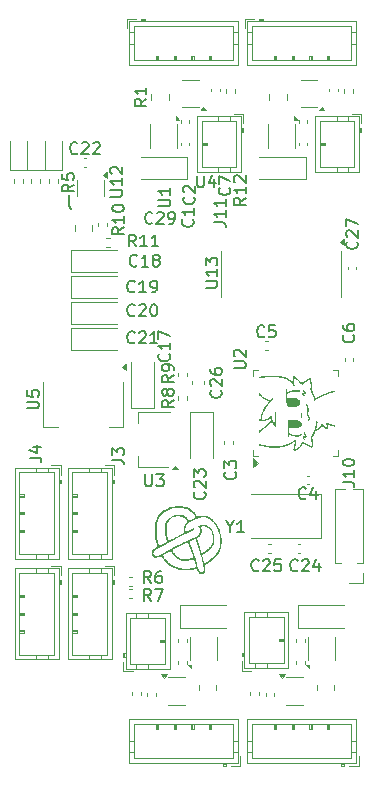
<source format=gto>
G04 #@! TF.GenerationSoftware,KiCad,Pcbnew,9.0.2*
G04 #@! TF.CreationDate,2025-07-21T23:06:58-07:00*
G04 #@! TF.ProjectId,servo-drive,73657276-6f2d-4647-9269-76652e6b6963,rev?*
G04 #@! TF.SameCoordinates,Original*
G04 #@! TF.FileFunction,Legend,Top*
G04 #@! TF.FilePolarity,Positive*
%FSLAX46Y46*%
G04 Gerber Fmt 4.6, Leading zero omitted, Abs format (unit mm)*
G04 Created by KiCad (PCBNEW 9.0.2) date 2025-07-21 23:06:58*
%MOMM*%
%LPD*%
G01*
G04 APERTURE LIST*
%ADD10C,0.150000*%
%ADD11C,0.153000*%
%ADD12C,0.120000*%
%ADD13C,0.000000*%
G04 APERTURE END LIST*
D10*
X127780000Y-90750000D02*
X128000000Y-91000000D01*
X127780000Y-89775000D02*
X127780000Y-90750000D01*
D11*
X141359424Y-89166666D02*
X141407044Y-89214285D01*
X141407044Y-89214285D02*
X141454663Y-89357142D01*
X141454663Y-89357142D02*
X141454663Y-89452380D01*
X141454663Y-89452380D02*
X141407044Y-89595237D01*
X141407044Y-89595237D02*
X141311805Y-89690475D01*
X141311805Y-89690475D02*
X141216567Y-89738094D01*
X141216567Y-89738094D02*
X141026091Y-89785713D01*
X141026091Y-89785713D02*
X140883234Y-89785713D01*
X140883234Y-89785713D02*
X140692758Y-89738094D01*
X140692758Y-89738094D02*
X140597520Y-89690475D01*
X140597520Y-89690475D02*
X140502282Y-89595237D01*
X140502282Y-89595237D02*
X140454663Y-89452380D01*
X140454663Y-89452380D02*
X140454663Y-89357142D01*
X140454663Y-89357142D02*
X140502282Y-89214285D01*
X140502282Y-89214285D02*
X140549901Y-89166666D01*
X140454663Y-88833332D02*
X140454663Y-88166666D01*
X140454663Y-88166666D02*
X141454663Y-88595237D01*
X152159424Y-93742857D02*
X152207044Y-93790476D01*
X152207044Y-93790476D02*
X152254663Y-93933333D01*
X152254663Y-93933333D02*
X152254663Y-94028571D01*
X152254663Y-94028571D02*
X152207044Y-94171428D01*
X152207044Y-94171428D02*
X152111805Y-94266666D01*
X152111805Y-94266666D02*
X152016567Y-94314285D01*
X152016567Y-94314285D02*
X151826091Y-94361904D01*
X151826091Y-94361904D02*
X151683234Y-94361904D01*
X151683234Y-94361904D02*
X151492758Y-94314285D01*
X151492758Y-94314285D02*
X151397520Y-94266666D01*
X151397520Y-94266666D02*
X151302282Y-94171428D01*
X151302282Y-94171428D02*
X151254663Y-94028571D01*
X151254663Y-94028571D02*
X151254663Y-93933333D01*
X151254663Y-93933333D02*
X151302282Y-93790476D01*
X151302282Y-93790476D02*
X151349901Y-93742857D01*
X151349901Y-93361904D02*
X151302282Y-93314285D01*
X151302282Y-93314285D02*
X151254663Y-93219047D01*
X151254663Y-93219047D02*
X151254663Y-92980952D01*
X151254663Y-92980952D02*
X151302282Y-92885714D01*
X151302282Y-92885714D02*
X151349901Y-92838095D01*
X151349901Y-92838095D02*
X151445139Y-92790476D01*
X151445139Y-92790476D02*
X151540377Y-92790476D01*
X151540377Y-92790476D02*
X151683234Y-92838095D01*
X151683234Y-92838095D02*
X152254663Y-93409523D01*
X152254663Y-93409523D02*
X152254663Y-92790476D01*
X151254663Y-92457142D02*
X151254663Y-91790476D01*
X151254663Y-91790476D02*
X152254663Y-92219047D01*
X140659424Y-106342857D02*
X140707044Y-106390476D01*
X140707044Y-106390476D02*
X140754663Y-106533333D01*
X140754663Y-106533333D02*
X140754663Y-106628571D01*
X140754663Y-106628571D02*
X140707044Y-106771428D01*
X140707044Y-106771428D02*
X140611805Y-106866666D01*
X140611805Y-106866666D02*
X140516567Y-106914285D01*
X140516567Y-106914285D02*
X140326091Y-106961904D01*
X140326091Y-106961904D02*
X140183234Y-106961904D01*
X140183234Y-106961904D02*
X139992758Y-106914285D01*
X139992758Y-106914285D02*
X139897520Y-106866666D01*
X139897520Y-106866666D02*
X139802282Y-106771428D01*
X139802282Y-106771428D02*
X139754663Y-106628571D01*
X139754663Y-106628571D02*
X139754663Y-106533333D01*
X139754663Y-106533333D02*
X139802282Y-106390476D01*
X139802282Y-106390476D02*
X139849901Y-106342857D01*
X139849901Y-105961904D02*
X139802282Y-105914285D01*
X139802282Y-105914285D02*
X139754663Y-105819047D01*
X139754663Y-105819047D02*
X139754663Y-105580952D01*
X139754663Y-105580952D02*
X139802282Y-105485714D01*
X139802282Y-105485714D02*
X139849901Y-105438095D01*
X139849901Y-105438095D02*
X139945139Y-105390476D01*
X139945139Y-105390476D02*
X140040377Y-105390476D01*
X140040377Y-105390476D02*
X140183234Y-105438095D01*
X140183234Y-105438095D02*
X140754663Y-106009523D01*
X140754663Y-106009523D02*
X140754663Y-105390476D01*
X139754663Y-104533333D02*
X139754663Y-104723809D01*
X139754663Y-104723809D02*
X139802282Y-104819047D01*
X139802282Y-104819047D02*
X139849901Y-104866666D01*
X139849901Y-104866666D02*
X139992758Y-104961904D01*
X139992758Y-104961904D02*
X140183234Y-105009523D01*
X140183234Y-105009523D02*
X140564186Y-105009523D01*
X140564186Y-105009523D02*
X140659424Y-104961904D01*
X140659424Y-104961904D02*
X140707044Y-104914285D01*
X140707044Y-104914285D02*
X140754663Y-104819047D01*
X140754663Y-104819047D02*
X140754663Y-104628571D01*
X140754663Y-104628571D02*
X140707044Y-104533333D01*
X140707044Y-104533333D02*
X140659424Y-104485714D01*
X140659424Y-104485714D02*
X140564186Y-104438095D01*
X140564186Y-104438095D02*
X140326091Y-104438095D01*
X140326091Y-104438095D02*
X140230853Y-104485714D01*
X140230853Y-104485714D02*
X140183234Y-104533333D01*
X140183234Y-104533333D02*
X140135615Y-104628571D01*
X140135615Y-104628571D02*
X140135615Y-104819047D01*
X140135615Y-104819047D02*
X140183234Y-104914285D01*
X140183234Y-104914285D02*
X140230853Y-104961904D01*
X140230853Y-104961904D02*
X140326091Y-105009523D01*
X134733333Y-122654663D02*
X134400000Y-122178472D01*
X134161905Y-122654663D02*
X134161905Y-121654663D01*
X134161905Y-121654663D02*
X134542857Y-121654663D01*
X134542857Y-121654663D02*
X134638095Y-121702282D01*
X134638095Y-121702282D02*
X134685714Y-121749901D01*
X134685714Y-121749901D02*
X134733333Y-121845139D01*
X134733333Y-121845139D02*
X134733333Y-121987996D01*
X134733333Y-121987996D02*
X134685714Y-122083234D01*
X134685714Y-122083234D02*
X134638095Y-122130853D01*
X134638095Y-122130853D02*
X134542857Y-122178472D01*
X134542857Y-122178472D02*
X134161905Y-122178472D01*
X135590476Y-121654663D02*
X135400000Y-121654663D01*
X135400000Y-121654663D02*
X135304762Y-121702282D01*
X135304762Y-121702282D02*
X135257143Y-121749901D01*
X135257143Y-121749901D02*
X135161905Y-121892758D01*
X135161905Y-121892758D02*
X135114286Y-122083234D01*
X135114286Y-122083234D02*
X135114286Y-122464186D01*
X135114286Y-122464186D02*
X135161905Y-122559424D01*
X135161905Y-122559424D02*
X135209524Y-122607044D01*
X135209524Y-122607044D02*
X135304762Y-122654663D01*
X135304762Y-122654663D02*
X135495238Y-122654663D01*
X135495238Y-122654663D02*
X135590476Y-122607044D01*
X135590476Y-122607044D02*
X135638095Y-122559424D01*
X135638095Y-122559424D02*
X135685714Y-122464186D01*
X135685714Y-122464186D02*
X135685714Y-122226091D01*
X135685714Y-122226091D02*
X135638095Y-122130853D01*
X135638095Y-122130853D02*
X135590476Y-122083234D01*
X135590476Y-122083234D02*
X135495238Y-122035615D01*
X135495238Y-122035615D02*
X135304762Y-122035615D01*
X135304762Y-122035615D02*
X135209524Y-122083234D01*
X135209524Y-122083234D02*
X135161905Y-122130853D01*
X135161905Y-122130853D02*
X135114286Y-122226091D01*
X136684663Y-107166666D02*
X136208472Y-107499999D01*
X136684663Y-107738094D02*
X135684663Y-107738094D01*
X135684663Y-107738094D02*
X135684663Y-107357142D01*
X135684663Y-107357142D02*
X135732282Y-107261904D01*
X135732282Y-107261904D02*
X135779901Y-107214285D01*
X135779901Y-107214285D02*
X135875139Y-107166666D01*
X135875139Y-107166666D02*
X136017996Y-107166666D01*
X136017996Y-107166666D02*
X136113234Y-107214285D01*
X136113234Y-107214285D02*
X136160853Y-107261904D01*
X136160853Y-107261904D02*
X136208472Y-107357142D01*
X136208472Y-107357142D02*
X136208472Y-107738094D01*
X136113234Y-106595237D02*
X136065615Y-106690475D01*
X136065615Y-106690475D02*
X136017996Y-106738094D01*
X136017996Y-106738094D02*
X135922758Y-106785713D01*
X135922758Y-106785713D02*
X135875139Y-106785713D01*
X135875139Y-106785713D02*
X135779901Y-106738094D01*
X135779901Y-106738094D02*
X135732282Y-106690475D01*
X135732282Y-106690475D02*
X135684663Y-106595237D01*
X135684663Y-106595237D02*
X135684663Y-106404761D01*
X135684663Y-106404761D02*
X135732282Y-106309523D01*
X135732282Y-106309523D02*
X135779901Y-106261904D01*
X135779901Y-106261904D02*
X135875139Y-106214285D01*
X135875139Y-106214285D02*
X135922758Y-106214285D01*
X135922758Y-106214285D02*
X136017996Y-106261904D01*
X136017996Y-106261904D02*
X136065615Y-106309523D01*
X136065615Y-106309523D02*
X136113234Y-106404761D01*
X136113234Y-106404761D02*
X136113234Y-106595237D01*
X136113234Y-106595237D02*
X136160853Y-106690475D01*
X136160853Y-106690475D02*
X136208472Y-106738094D01*
X136208472Y-106738094D02*
X136303710Y-106785713D01*
X136303710Y-106785713D02*
X136494186Y-106785713D01*
X136494186Y-106785713D02*
X136589424Y-106738094D01*
X136589424Y-106738094D02*
X136637044Y-106690475D01*
X136637044Y-106690475D02*
X136684663Y-106595237D01*
X136684663Y-106595237D02*
X136684663Y-106404761D01*
X136684663Y-106404761D02*
X136637044Y-106309523D01*
X136637044Y-106309523D02*
X136589424Y-106261904D01*
X136589424Y-106261904D02*
X136494186Y-106214285D01*
X136494186Y-106214285D02*
X136303710Y-106214285D01*
X136303710Y-106214285D02*
X136208472Y-106261904D01*
X136208472Y-106261904D02*
X136160853Y-106309523D01*
X136160853Y-106309523D02*
X136113234Y-106404761D01*
X135354663Y-90761904D02*
X136164186Y-90761904D01*
X136164186Y-90761904D02*
X136259424Y-90714285D01*
X136259424Y-90714285D02*
X136307044Y-90666666D01*
X136307044Y-90666666D02*
X136354663Y-90571428D01*
X136354663Y-90571428D02*
X136354663Y-90380952D01*
X136354663Y-90380952D02*
X136307044Y-90285714D01*
X136307044Y-90285714D02*
X136259424Y-90238095D01*
X136259424Y-90238095D02*
X136164186Y-90190476D01*
X136164186Y-90190476D02*
X135354663Y-90190476D01*
X136354663Y-89190476D02*
X136354663Y-89761904D01*
X136354663Y-89476190D02*
X135354663Y-89476190D01*
X135354663Y-89476190D02*
X135497520Y-89571428D01*
X135497520Y-89571428D02*
X135592758Y-89666666D01*
X135592758Y-89666666D02*
X135640377Y-89761904D01*
X141754663Y-104461904D02*
X142564186Y-104461904D01*
X142564186Y-104461904D02*
X142659424Y-104414285D01*
X142659424Y-104414285D02*
X142707044Y-104366666D01*
X142707044Y-104366666D02*
X142754663Y-104271428D01*
X142754663Y-104271428D02*
X142754663Y-104080952D01*
X142754663Y-104080952D02*
X142707044Y-103985714D01*
X142707044Y-103985714D02*
X142659424Y-103938095D01*
X142659424Y-103938095D02*
X142564186Y-103890476D01*
X142564186Y-103890476D02*
X141754663Y-103890476D01*
X141849901Y-103461904D02*
X141802282Y-103414285D01*
X141802282Y-103414285D02*
X141754663Y-103319047D01*
X141754663Y-103319047D02*
X141754663Y-103080952D01*
X141754663Y-103080952D02*
X141802282Y-102985714D01*
X141802282Y-102985714D02*
X141849901Y-102938095D01*
X141849901Y-102938095D02*
X141945139Y-102890476D01*
X141945139Y-102890476D02*
X142040377Y-102890476D01*
X142040377Y-102890476D02*
X142183234Y-102938095D01*
X142183234Y-102938095D02*
X142754663Y-103509523D01*
X142754663Y-103509523D02*
X142754663Y-102890476D01*
X147157142Y-121559424D02*
X147109523Y-121607044D01*
X147109523Y-121607044D02*
X146966666Y-121654663D01*
X146966666Y-121654663D02*
X146871428Y-121654663D01*
X146871428Y-121654663D02*
X146728571Y-121607044D01*
X146728571Y-121607044D02*
X146633333Y-121511805D01*
X146633333Y-121511805D02*
X146585714Y-121416567D01*
X146585714Y-121416567D02*
X146538095Y-121226091D01*
X146538095Y-121226091D02*
X146538095Y-121083234D01*
X146538095Y-121083234D02*
X146585714Y-120892758D01*
X146585714Y-120892758D02*
X146633333Y-120797520D01*
X146633333Y-120797520D02*
X146728571Y-120702282D01*
X146728571Y-120702282D02*
X146871428Y-120654663D01*
X146871428Y-120654663D02*
X146966666Y-120654663D01*
X146966666Y-120654663D02*
X147109523Y-120702282D01*
X147109523Y-120702282D02*
X147157142Y-120749901D01*
X147538095Y-120749901D02*
X147585714Y-120702282D01*
X147585714Y-120702282D02*
X147680952Y-120654663D01*
X147680952Y-120654663D02*
X147919047Y-120654663D01*
X147919047Y-120654663D02*
X148014285Y-120702282D01*
X148014285Y-120702282D02*
X148061904Y-120749901D01*
X148061904Y-120749901D02*
X148109523Y-120845139D01*
X148109523Y-120845139D02*
X148109523Y-120940377D01*
X148109523Y-120940377D02*
X148061904Y-121083234D01*
X148061904Y-121083234D02*
X147490476Y-121654663D01*
X147490476Y-121654663D02*
X148109523Y-121654663D01*
X148966666Y-120987996D02*
X148966666Y-121654663D01*
X148728571Y-120607044D02*
X148490476Y-121321329D01*
X148490476Y-121321329D02*
X149109523Y-121321329D01*
X151859424Y-101666666D02*
X151907044Y-101714285D01*
X151907044Y-101714285D02*
X151954663Y-101857142D01*
X151954663Y-101857142D02*
X151954663Y-101952380D01*
X151954663Y-101952380D02*
X151907044Y-102095237D01*
X151907044Y-102095237D02*
X151811805Y-102190475D01*
X151811805Y-102190475D02*
X151716567Y-102238094D01*
X151716567Y-102238094D02*
X151526091Y-102285713D01*
X151526091Y-102285713D02*
X151383234Y-102285713D01*
X151383234Y-102285713D02*
X151192758Y-102238094D01*
X151192758Y-102238094D02*
X151097520Y-102190475D01*
X151097520Y-102190475D02*
X151002282Y-102095237D01*
X151002282Y-102095237D02*
X150954663Y-101952380D01*
X150954663Y-101952380D02*
X150954663Y-101857142D01*
X150954663Y-101857142D02*
X151002282Y-101714285D01*
X151002282Y-101714285D02*
X151049901Y-101666666D01*
X150954663Y-100809523D02*
X150954663Y-100999999D01*
X150954663Y-100999999D02*
X151002282Y-101095237D01*
X151002282Y-101095237D02*
X151049901Y-101142856D01*
X151049901Y-101142856D02*
X151192758Y-101238094D01*
X151192758Y-101238094D02*
X151383234Y-101285713D01*
X151383234Y-101285713D02*
X151764186Y-101285713D01*
X151764186Y-101285713D02*
X151859424Y-101238094D01*
X151859424Y-101238094D02*
X151907044Y-101190475D01*
X151907044Y-101190475D02*
X151954663Y-101095237D01*
X151954663Y-101095237D02*
X151954663Y-100904761D01*
X151954663Y-100904761D02*
X151907044Y-100809523D01*
X151907044Y-100809523D02*
X151859424Y-100761904D01*
X151859424Y-100761904D02*
X151764186Y-100714285D01*
X151764186Y-100714285D02*
X151526091Y-100714285D01*
X151526091Y-100714285D02*
X151430853Y-100761904D01*
X151430853Y-100761904D02*
X151383234Y-100809523D01*
X151383234Y-100809523D02*
X151335615Y-100904761D01*
X151335615Y-100904761D02*
X151335615Y-101095237D01*
X151335615Y-101095237D02*
X151383234Y-101190475D01*
X151383234Y-101190475D02*
X151430853Y-101238094D01*
X151430853Y-101238094D02*
X151526091Y-101285713D01*
X147853333Y-115469424D02*
X147805714Y-115517044D01*
X147805714Y-115517044D02*
X147662857Y-115564663D01*
X147662857Y-115564663D02*
X147567619Y-115564663D01*
X147567619Y-115564663D02*
X147424762Y-115517044D01*
X147424762Y-115517044D02*
X147329524Y-115421805D01*
X147329524Y-115421805D02*
X147281905Y-115326567D01*
X147281905Y-115326567D02*
X147234286Y-115136091D01*
X147234286Y-115136091D02*
X147234286Y-114993234D01*
X147234286Y-114993234D02*
X147281905Y-114802758D01*
X147281905Y-114802758D02*
X147329524Y-114707520D01*
X147329524Y-114707520D02*
X147424762Y-114612282D01*
X147424762Y-114612282D02*
X147567619Y-114564663D01*
X147567619Y-114564663D02*
X147662857Y-114564663D01*
X147662857Y-114564663D02*
X147805714Y-114612282D01*
X147805714Y-114612282D02*
X147853333Y-114659901D01*
X148710476Y-114897996D02*
X148710476Y-115564663D01*
X148472381Y-114517044D02*
X148234286Y-115231329D01*
X148234286Y-115231329D02*
X148853333Y-115231329D01*
X134238095Y-113454663D02*
X134238095Y-114264186D01*
X134238095Y-114264186D02*
X134285714Y-114359424D01*
X134285714Y-114359424D02*
X134333333Y-114407044D01*
X134333333Y-114407044D02*
X134428571Y-114454663D01*
X134428571Y-114454663D02*
X134619047Y-114454663D01*
X134619047Y-114454663D02*
X134714285Y-114407044D01*
X134714285Y-114407044D02*
X134761904Y-114359424D01*
X134761904Y-114359424D02*
X134809523Y-114264186D01*
X134809523Y-114264186D02*
X134809523Y-113454663D01*
X135190476Y-113454663D02*
X135809523Y-113454663D01*
X135809523Y-113454663D02*
X135476190Y-113835615D01*
X135476190Y-113835615D02*
X135619047Y-113835615D01*
X135619047Y-113835615D02*
X135714285Y-113883234D01*
X135714285Y-113883234D02*
X135761904Y-113930853D01*
X135761904Y-113930853D02*
X135809523Y-114026091D01*
X135809523Y-114026091D02*
X135809523Y-114264186D01*
X135809523Y-114264186D02*
X135761904Y-114359424D01*
X135761904Y-114359424D02*
X135714285Y-114407044D01*
X135714285Y-114407044D02*
X135619047Y-114454663D01*
X135619047Y-114454663D02*
X135333333Y-114454663D01*
X135333333Y-114454663D02*
X135238095Y-114407044D01*
X135238095Y-114407044D02*
X135190476Y-114359424D01*
X133357142Y-99959424D02*
X133309523Y-100007044D01*
X133309523Y-100007044D02*
X133166666Y-100054663D01*
X133166666Y-100054663D02*
X133071428Y-100054663D01*
X133071428Y-100054663D02*
X132928571Y-100007044D01*
X132928571Y-100007044D02*
X132833333Y-99911805D01*
X132833333Y-99911805D02*
X132785714Y-99816567D01*
X132785714Y-99816567D02*
X132738095Y-99626091D01*
X132738095Y-99626091D02*
X132738095Y-99483234D01*
X132738095Y-99483234D02*
X132785714Y-99292758D01*
X132785714Y-99292758D02*
X132833333Y-99197520D01*
X132833333Y-99197520D02*
X132928571Y-99102282D01*
X132928571Y-99102282D02*
X133071428Y-99054663D01*
X133071428Y-99054663D02*
X133166666Y-99054663D01*
X133166666Y-99054663D02*
X133309523Y-99102282D01*
X133309523Y-99102282D02*
X133357142Y-99149901D01*
X133738095Y-99149901D02*
X133785714Y-99102282D01*
X133785714Y-99102282D02*
X133880952Y-99054663D01*
X133880952Y-99054663D02*
X134119047Y-99054663D01*
X134119047Y-99054663D02*
X134214285Y-99102282D01*
X134214285Y-99102282D02*
X134261904Y-99149901D01*
X134261904Y-99149901D02*
X134309523Y-99245139D01*
X134309523Y-99245139D02*
X134309523Y-99340377D01*
X134309523Y-99340377D02*
X134261904Y-99483234D01*
X134261904Y-99483234D02*
X133690476Y-100054663D01*
X133690476Y-100054663D02*
X134309523Y-100054663D01*
X134928571Y-99054663D02*
X135023809Y-99054663D01*
X135023809Y-99054663D02*
X135119047Y-99102282D01*
X135119047Y-99102282D02*
X135166666Y-99149901D01*
X135166666Y-99149901D02*
X135214285Y-99245139D01*
X135214285Y-99245139D02*
X135261904Y-99435615D01*
X135261904Y-99435615D02*
X135261904Y-99673710D01*
X135261904Y-99673710D02*
X135214285Y-99864186D01*
X135214285Y-99864186D02*
X135166666Y-99959424D01*
X135166666Y-99959424D02*
X135119047Y-100007044D01*
X135119047Y-100007044D02*
X135023809Y-100054663D01*
X135023809Y-100054663D02*
X134928571Y-100054663D01*
X134928571Y-100054663D02*
X134833333Y-100007044D01*
X134833333Y-100007044D02*
X134785714Y-99959424D01*
X134785714Y-99959424D02*
X134738095Y-99864186D01*
X134738095Y-99864186D02*
X134690476Y-99673710D01*
X134690476Y-99673710D02*
X134690476Y-99435615D01*
X134690476Y-99435615D02*
X134738095Y-99245139D01*
X134738095Y-99245139D02*
X134785714Y-99149901D01*
X134785714Y-99149901D02*
X134833333Y-99102282D01*
X134833333Y-99102282D02*
X134928571Y-99054663D01*
X136654663Y-105076666D02*
X136178472Y-105409999D01*
X136654663Y-105648094D02*
X135654663Y-105648094D01*
X135654663Y-105648094D02*
X135654663Y-105267142D01*
X135654663Y-105267142D02*
X135702282Y-105171904D01*
X135702282Y-105171904D02*
X135749901Y-105124285D01*
X135749901Y-105124285D02*
X135845139Y-105076666D01*
X135845139Y-105076666D02*
X135987996Y-105076666D01*
X135987996Y-105076666D02*
X136083234Y-105124285D01*
X136083234Y-105124285D02*
X136130853Y-105171904D01*
X136130853Y-105171904D02*
X136178472Y-105267142D01*
X136178472Y-105267142D02*
X136178472Y-105648094D01*
X136654663Y-104600475D02*
X136654663Y-104409999D01*
X136654663Y-104409999D02*
X136607044Y-104314761D01*
X136607044Y-104314761D02*
X136559424Y-104267142D01*
X136559424Y-104267142D02*
X136416567Y-104171904D01*
X136416567Y-104171904D02*
X136226091Y-104124285D01*
X136226091Y-104124285D02*
X135845139Y-104124285D01*
X135845139Y-104124285D02*
X135749901Y-104171904D01*
X135749901Y-104171904D02*
X135702282Y-104219523D01*
X135702282Y-104219523D02*
X135654663Y-104314761D01*
X135654663Y-104314761D02*
X135654663Y-104505237D01*
X135654663Y-104505237D02*
X135702282Y-104600475D01*
X135702282Y-104600475D02*
X135749901Y-104648094D01*
X135749901Y-104648094D02*
X135845139Y-104695713D01*
X135845139Y-104695713D02*
X136083234Y-104695713D01*
X136083234Y-104695713D02*
X136178472Y-104648094D01*
X136178472Y-104648094D02*
X136226091Y-104600475D01*
X136226091Y-104600475D02*
X136273710Y-104505237D01*
X136273710Y-104505237D02*
X136273710Y-104314761D01*
X136273710Y-104314761D02*
X136226091Y-104219523D01*
X136226091Y-104219523D02*
X136178472Y-104171904D01*
X136178472Y-104171904D02*
X136083234Y-104124285D01*
X141423809Y-117878472D02*
X141423809Y-118354663D01*
X141090476Y-117354663D02*
X141423809Y-117878472D01*
X141423809Y-117878472D02*
X141757142Y-117354663D01*
X142614285Y-118354663D02*
X142042857Y-118354663D01*
X142328571Y-118354663D02*
X142328571Y-117354663D01*
X142328571Y-117354663D02*
X142233333Y-117497520D01*
X142233333Y-117497520D02*
X142138095Y-117592758D01*
X142138095Y-117592758D02*
X142042857Y-117640377D01*
X138638095Y-88154663D02*
X138638095Y-88964186D01*
X138638095Y-88964186D02*
X138685714Y-89059424D01*
X138685714Y-89059424D02*
X138733333Y-89107044D01*
X138733333Y-89107044D02*
X138828571Y-89154663D01*
X138828571Y-89154663D02*
X139019047Y-89154663D01*
X139019047Y-89154663D02*
X139114285Y-89107044D01*
X139114285Y-89107044D02*
X139161904Y-89059424D01*
X139161904Y-89059424D02*
X139209523Y-88964186D01*
X139209523Y-88964186D02*
X139209523Y-88154663D01*
X140114285Y-88487996D02*
X140114285Y-89154663D01*
X139876190Y-88107044D02*
X139638095Y-88821329D01*
X139638095Y-88821329D02*
X140257142Y-88821329D01*
X133557142Y-95759424D02*
X133509523Y-95807044D01*
X133509523Y-95807044D02*
X133366666Y-95854663D01*
X133366666Y-95854663D02*
X133271428Y-95854663D01*
X133271428Y-95854663D02*
X133128571Y-95807044D01*
X133128571Y-95807044D02*
X133033333Y-95711805D01*
X133033333Y-95711805D02*
X132985714Y-95616567D01*
X132985714Y-95616567D02*
X132938095Y-95426091D01*
X132938095Y-95426091D02*
X132938095Y-95283234D01*
X132938095Y-95283234D02*
X132985714Y-95092758D01*
X132985714Y-95092758D02*
X133033333Y-94997520D01*
X133033333Y-94997520D02*
X133128571Y-94902282D01*
X133128571Y-94902282D02*
X133271428Y-94854663D01*
X133271428Y-94854663D02*
X133366666Y-94854663D01*
X133366666Y-94854663D02*
X133509523Y-94902282D01*
X133509523Y-94902282D02*
X133557142Y-94949901D01*
X134509523Y-95854663D02*
X133938095Y-95854663D01*
X134223809Y-95854663D02*
X134223809Y-94854663D01*
X134223809Y-94854663D02*
X134128571Y-94997520D01*
X134128571Y-94997520D02*
X134033333Y-95092758D01*
X134033333Y-95092758D02*
X133938095Y-95140377D01*
X135080952Y-95283234D02*
X134985714Y-95235615D01*
X134985714Y-95235615D02*
X134938095Y-95187996D01*
X134938095Y-95187996D02*
X134890476Y-95092758D01*
X134890476Y-95092758D02*
X134890476Y-95045139D01*
X134890476Y-95045139D02*
X134938095Y-94949901D01*
X134938095Y-94949901D02*
X134985714Y-94902282D01*
X134985714Y-94902282D02*
X135080952Y-94854663D01*
X135080952Y-94854663D02*
X135271428Y-94854663D01*
X135271428Y-94854663D02*
X135366666Y-94902282D01*
X135366666Y-94902282D02*
X135414285Y-94949901D01*
X135414285Y-94949901D02*
X135461904Y-95045139D01*
X135461904Y-95045139D02*
X135461904Y-95092758D01*
X135461904Y-95092758D02*
X135414285Y-95187996D01*
X135414285Y-95187996D02*
X135366666Y-95235615D01*
X135366666Y-95235615D02*
X135271428Y-95283234D01*
X135271428Y-95283234D02*
X135080952Y-95283234D01*
X135080952Y-95283234D02*
X134985714Y-95330853D01*
X134985714Y-95330853D02*
X134938095Y-95378472D01*
X134938095Y-95378472D02*
X134890476Y-95473710D01*
X134890476Y-95473710D02*
X134890476Y-95664186D01*
X134890476Y-95664186D02*
X134938095Y-95759424D01*
X134938095Y-95759424D02*
X134985714Y-95807044D01*
X134985714Y-95807044D02*
X135080952Y-95854663D01*
X135080952Y-95854663D02*
X135271428Y-95854663D01*
X135271428Y-95854663D02*
X135366666Y-95807044D01*
X135366666Y-95807044D02*
X135414285Y-95759424D01*
X135414285Y-95759424D02*
X135461904Y-95664186D01*
X135461904Y-95664186D02*
X135461904Y-95473710D01*
X135461904Y-95473710D02*
X135414285Y-95378472D01*
X135414285Y-95378472D02*
X135366666Y-95330853D01*
X135366666Y-95330853D02*
X135271428Y-95283234D01*
X138359424Y-89966666D02*
X138407044Y-90014285D01*
X138407044Y-90014285D02*
X138454663Y-90157142D01*
X138454663Y-90157142D02*
X138454663Y-90252380D01*
X138454663Y-90252380D02*
X138407044Y-90395237D01*
X138407044Y-90395237D02*
X138311805Y-90490475D01*
X138311805Y-90490475D02*
X138216567Y-90538094D01*
X138216567Y-90538094D02*
X138026091Y-90585713D01*
X138026091Y-90585713D02*
X137883234Y-90585713D01*
X137883234Y-90585713D02*
X137692758Y-90538094D01*
X137692758Y-90538094D02*
X137597520Y-90490475D01*
X137597520Y-90490475D02*
X137502282Y-90395237D01*
X137502282Y-90395237D02*
X137454663Y-90252380D01*
X137454663Y-90252380D02*
X137454663Y-90157142D01*
X137454663Y-90157142D02*
X137502282Y-90014285D01*
X137502282Y-90014285D02*
X137549901Y-89966666D01*
X137549901Y-89585713D02*
X137502282Y-89538094D01*
X137502282Y-89538094D02*
X137454663Y-89442856D01*
X137454663Y-89442856D02*
X137454663Y-89204761D01*
X137454663Y-89204761D02*
X137502282Y-89109523D01*
X137502282Y-89109523D02*
X137549901Y-89061904D01*
X137549901Y-89061904D02*
X137645139Y-89014285D01*
X137645139Y-89014285D02*
X137740377Y-89014285D01*
X137740377Y-89014285D02*
X137883234Y-89061904D01*
X137883234Y-89061904D02*
X138454663Y-89633332D01*
X138454663Y-89633332D02*
X138454663Y-89014285D01*
X131454663Y-112233333D02*
X132168948Y-112233333D01*
X132168948Y-112233333D02*
X132311805Y-112280952D01*
X132311805Y-112280952D02*
X132407044Y-112376190D01*
X132407044Y-112376190D02*
X132454663Y-112519047D01*
X132454663Y-112519047D02*
X132454663Y-112614285D01*
X131454663Y-111852380D02*
X131454663Y-111233333D01*
X131454663Y-111233333D02*
X131835615Y-111566666D01*
X131835615Y-111566666D02*
X131835615Y-111423809D01*
X131835615Y-111423809D02*
X131883234Y-111328571D01*
X131883234Y-111328571D02*
X131930853Y-111280952D01*
X131930853Y-111280952D02*
X132026091Y-111233333D01*
X132026091Y-111233333D02*
X132264186Y-111233333D01*
X132264186Y-111233333D02*
X132359424Y-111280952D01*
X132359424Y-111280952D02*
X132407044Y-111328571D01*
X132407044Y-111328571D02*
X132454663Y-111423809D01*
X132454663Y-111423809D02*
X132454663Y-111709523D01*
X132454663Y-111709523D02*
X132407044Y-111804761D01*
X132407044Y-111804761D02*
X132359424Y-111852380D01*
X133457142Y-94154663D02*
X133123809Y-93678472D01*
X132885714Y-94154663D02*
X132885714Y-93154663D01*
X132885714Y-93154663D02*
X133266666Y-93154663D01*
X133266666Y-93154663D02*
X133361904Y-93202282D01*
X133361904Y-93202282D02*
X133409523Y-93249901D01*
X133409523Y-93249901D02*
X133457142Y-93345139D01*
X133457142Y-93345139D02*
X133457142Y-93487996D01*
X133457142Y-93487996D02*
X133409523Y-93583234D01*
X133409523Y-93583234D02*
X133361904Y-93630853D01*
X133361904Y-93630853D02*
X133266666Y-93678472D01*
X133266666Y-93678472D02*
X132885714Y-93678472D01*
X134409523Y-94154663D02*
X133838095Y-94154663D01*
X134123809Y-94154663D02*
X134123809Y-93154663D01*
X134123809Y-93154663D02*
X134028571Y-93297520D01*
X134028571Y-93297520D02*
X133933333Y-93392758D01*
X133933333Y-93392758D02*
X133838095Y-93440377D01*
X135361904Y-94154663D02*
X134790476Y-94154663D01*
X135076190Y-94154663D02*
X135076190Y-93154663D01*
X135076190Y-93154663D02*
X134980952Y-93297520D01*
X134980952Y-93297520D02*
X134885714Y-93392758D01*
X134885714Y-93392758D02*
X134790476Y-93440377D01*
X138259424Y-91866666D02*
X138307044Y-91914285D01*
X138307044Y-91914285D02*
X138354663Y-92057142D01*
X138354663Y-92057142D02*
X138354663Y-92152380D01*
X138354663Y-92152380D02*
X138307044Y-92295237D01*
X138307044Y-92295237D02*
X138211805Y-92390475D01*
X138211805Y-92390475D02*
X138116567Y-92438094D01*
X138116567Y-92438094D02*
X137926091Y-92485713D01*
X137926091Y-92485713D02*
X137783234Y-92485713D01*
X137783234Y-92485713D02*
X137592758Y-92438094D01*
X137592758Y-92438094D02*
X137497520Y-92390475D01*
X137497520Y-92390475D02*
X137402282Y-92295237D01*
X137402282Y-92295237D02*
X137354663Y-92152380D01*
X137354663Y-92152380D02*
X137354663Y-92057142D01*
X137354663Y-92057142D02*
X137402282Y-91914285D01*
X137402282Y-91914285D02*
X137449901Y-91866666D01*
X138354663Y-90914285D02*
X138354663Y-91485713D01*
X138354663Y-91199999D02*
X137354663Y-91199999D01*
X137354663Y-91199999D02*
X137497520Y-91295237D01*
X137497520Y-91295237D02*
X137592758Y-91390475D01*
X137592758Y-91390475D02*
X137640377Y-91485713D01*
X133357142Y-97959424D02*
X133309523Y-98007044D01*
X133309523Y-98007044D02*
X133166666Y-98054663D01*
X133166666Y-98054663D02*
X133071428Y-98054663D01*
X133071428Y-98054663D02*
X132928571Y-98007044D01*
X132928571Y-98007044D02*
X132833333Y-97911805D01*
X132833333Y-97911805D02*
X132785714Y-97816567D01*
X132785714Y-97816567D02*
X132738095Y-97626091D01*
X132738095Y-97626091D02*
X132738095Y-97483234D01*
X132738095Y-97483234D02*
X132785714Y-97292758D01*
X132785714Y-97292758D02*
X132833333Y-97197520D01*
X132833333Y-97197520D02*
X132928571Y-97102282D01*
X132928571Y-97102282D02*
X133071428Y-97054663D01*
X133071428Y-97054663D02*
X133166666Y-97054663D01*
X133166666Y-97054663D02*
X133309523Y-97102282D01*
X133309523Y-97102282D02*
X133357142Y-97149901D01*
X134309523Y-98054663D02*
X133738095Y-98054663D01*
X134023809Y-98054663D02*
X134023809Y-97054663D01*
X134023809Y-97054663D02*
X133928571Y-97197520D01*
X133928571Y-97197520D02*
X133833333Y-97292758D01*
X133833333Y-97292758D02*
X133738095Y-97340377D01*
X134785714Y-98054663D02*
X134976190Y-98054663D01*
X134976190Y-98054663D02*
X135071428Y-98007044D01*
X135071428Y-98007044D02*
X135119047Y-97959424D01*
X135119047Y-97959424D02*
X135214285Y-97816567D01*
X135214285Y-97816567D02*
X135261904Y-97626091D01*
X135261904Y-97626091D02*
X135261904Y-97245139D01*
X135261904Y-97245139D02*
X135214285Y-97149901D01*
X135214285Y-97149901D02*
X135166666Y-97102282D01*
X135166666Y-97102282D02*
X135071428Y-97054663D01*
X135071428Y-97054663D02*
X134880952Y-97054663D01*
X134880952Y-97054663D02*
X134785714Y-97102282D01*
X134785714Y-97102282D02*
X134738095Y-97149901D01*
X134738095Y-97149901D02*
X134690476Y-97245139D01*
X134690476Y-97245139D02*
X134690476Y-97483234D01*
X134690476Y-97483234D02*
X134738095Y-97578472D01*
X134738095Y-97578472D02*
X134785714Y-97626091D01*
X134785714Y-97626091D02*
X134880952Y-97673710D01*
X134880952Y-97673710D02*
X135071428Y-97673710D01*
X135071428Y-97673710D02*
X135166666Y-97626091D01*
X135166666Y-97626091D02*
X135214285Y-97578472D01*
X135214285Y-97578472D02*
X135261904Y-97483234D01*
X134733333Y-124154663D02*
X134400000Y-123678472D01*
X134161905Y-124154663D02*
X134161905Y-123154663D01*
X134161905Y-123154663D02*
X134542857Y-123154663D01*
X134542857Y-123154663D02*
X134638095Y-123202282D01*
X134638095Y-123202282D02*
X134685714Y-123249901D01*
X134685714Y-123249901D02*
X134733333Y-123345139D01*
X134733333Y-123345139D02*
X134733333Y-123487996D01*
X134733333Y-123487996D02*
X134685714Y-123583234D01*
X134685714Y-123583234D02*
X134638095Y-123630853D01*
X134638095Y-123630853D02*
X134542857Y-123678472D01*
X134542857Y-123678472D02*
X134161905Y-123678472D01*
X135066667Y-123154663D02*
X135733333Y-123154663D01*
X135733333Y-123154663D02*
X135304762Y-124154663D01*
X136259424Y-103242857D02*
X136307044Y-103290476D01*
X136307044Y-103290476D02*
X136354663Y-103433333D01*
X136354663Y-103433333D02*
X136354663Y-103528571D01*
X136354663Y-103528571D02*
X136307044Y-103671428D01*
X136307044Y-103671428D02*
X136211805Y-103766666D01*
X136211805Y-103766666D02*
X136116567Y-103814285D01*
X136116567Y-103814285D02*
X135926091Y-103861904D01*
X135926091Y-103861904D02*
X135783234Y-103861904D01*
X135783234Y-103861904D02*
X135592758Y-103814285D01*
X135592758Y-103814285D02*
X135497520Y-103766666D01*
X135497520Y-103766666D02*
X135402282Y-103671428D01*
X135402282Y-103671428D02*
X135354663Y-103528571D01*
X135354663Y-103528571D02*
X135354663Y-103433333D01*
X135354663Y-103433333D02*
X135402282Y-103290476D01*
X135402282Y-103290476D02*
X135449901Y-103242857D01*
X136354663Y-102290476D02*
X136354663Y-102861904D01*
X136354663Y-102576190D02*
X135354663Y-102576190D01*
X135354663Y-102576190D02*
X135497520Y-102671428D01*
X135497520Y-102671428D02*
X135592758Y-102766666D01*
X135592758Y-102766666D02*
X135640377Y-102861904D01*
X135354663Y-101957142D02*
X135354663Y-101290476D01*
X135354663Y-101290476D02*
X136354663Y-101719047D01*
X133357142Y-102259424D02*
X133309523Y-102307044D01*
X133309523Y-102307044D02*
X133166666Y-102354663D01*
X133166666Y-102354663D02*
X133071428Y-102354663D01*
X133071428Y-102354663D02*
X132928571Y-102307044D01*
X132928571Y-102307044D02*
X132833333Y-102211805D01*
X132833333Y-102211805D02*
X132785714Y-102116567D01*
X132785714Y-102116567D02*
X132738095Y-101926091D01*
X132738095Y-101926091D02*
X132738095Y-101783234D01*
X132738095Y-101783234D02*
X132785714Y-101592758D01*
X132785714Y-101592758D02*
X132833333Y-101497520D01*
X132833333Y-101497520D02*
X132928571Y-101402282D01*
X132928571Y-101402282D02*
X133071428Y-101354663D01*
X133071428Y-101354663D02*
X133166666Y-101354663D01*
X133166666Y-101354663D02*
X133309523Y-101402282D01*
X133309523Y-101402282D02*
X133357142Y-101449901D01*
X133738095Y-101449901D02*
X133785714Y-101402282D01*
X133785714Y-101402282D02*
X133880952Y-101354663D01*
X133880952Y-101354663D02*
X134119047Y-101354663D01*
X134119047Y-101354663D02*
X134214285Y-101402282D01*
X134214285Y-101402282D02*
X134261904Y-101449901D01*
X134261904Y-101449901D02*
X134309523Y-101545139D01*
X134309523Y-101545139D02*
X134309523Y-101640377D01*
X134309523Y-101640377D02*
X134261904Y-101783234D01*
X134261904Y-101783234D02*
X133690476Y-102354663D01*
X133690476Y-102354663D02*
X134309523Y-102354663D01*
X135261904Y-102354663D02*
X134690476Y-102354663D01*
X134976190Y-102354663D02*
X134976190Y-101354663D01*
X134976190Y-101354663D02*
X134880952Y-101497520D01*
X134880952Y-101497520D02*
X134785714Y-101592758D01*
X134785714Y-101592758D02*
X134690476Y-101640377D01*
X139354663Y-97638094D02*
X140164186Y-97638094D01*
X140164186Y-97638094D02*
X140259424Y-97590475D01*
X140259424Y-97590475D02*
X140307044Y-97542856D01*
X140307044Y-97542856D02*
X140354663Y-97447618D01*
X140354663Y-97447618D02*
X140354663Y-97257142D01*
X140354663Y-97257142D02*
X140307044Y-97161904D01*
X140307044Y-97161904D02*
X140259424Y-97114285D01*
X140259424Y-97114285D02*
X140164186Y-97066666D01*
X140164186Y-97066666D02*
X139354663Y-97066666D01*
X140354663Y-96066666D02*
X140354663Y-96638094D01*
X140354663Y-96352380D02*
X139354663Y-96352380D01*
X139354663Y-96352380D02*
X139497520Y-96447618D01*
X139497520Y-96447618D02*
X139592758Y-96542856D01*
X139592758Y-96542856D02*
X139640377Y-96638094D01*
X139354663Y-95733332D02*
X139354663Y-95114285D01*
X139354663Y-95114285D02*
X139735615Y-95447618D01*
X139735615Y-95447618D02*
X139735615Y-95304761D01*
X139735615Y-95304761D02*
X139783234Y-95209523D01*
X139783234Y-95209523D02*
X139830853Y-95161904D01*
X139830853Y-95161904D02*
X139926091Y-95114285D01*
X139926091Y-95114285D02*
X140164186Y-95114285D01*
X140164186Y-95114285D02*
X140259424Y-95161904D01*
X140259424Y-95161904D02*
X140307044Y-95209523D01*
X140307044Y-95209523D02*
X140354663Y-95304761D01*
X140354663Y-95304761D02*
X140354663Y-95590475D01*
X140354663Y-95590475D02*
X140307044Y-95685713D01*
X140307044Y-95685713D02*
X140259424Y-95733332D01*
X142754663Y-90042857D02*
X142278472Y-90376190D01*
X142754663Y-90614285D02*
X141754663Y-90614285D01*
X141754663Y-90614285D02*
X141754663Y-90233333D01*
X141754663Y-90233333D02*
X141802282Y-90138095D01*
X141802282Y-90138095D02*
X141849901Y-90090476D01*
X141849901Y-90090476D02*
X141945139Y-90042857D01*
X141945139Y-90042857D02*
X142087996Y-90042857D01*
X142087996Y-90042857D02*
X142183234Y-90090476D01*
X142183234Y-90090476D02*
X142230853Y-90138095D01*
X142230853Y-90138095D02*
X142278472Y-90233333D01*
X142278472Y-90233333D02*
X142278472Y-90614285D01*
X142754663Y-89090476D02*
X142754663Y-89661904D01*
X142754663Y-89376190D02*
X141754663Y-89376190D01*
X141754663Y-89376190D02*
X141897520Y-89471428D01*
X141897520Y-89471428D02*
X141992758Y-89566666D01*
X141992758Y-89566666D02*
X142040377Y-89661904D01*
X141849901Y-88709523D02*
X141802282Y-88661904D01*
X141802282Y-88661904D02*
X141754663Y-88566666D01*
X141754663Y-88566666D02*
X141754663Y-88328571D01*
X141754663Y-88328571D02*
X141802282Y-88233333D01*
X141802282Y-88233333D02*
X141849901Y-88185714D01*
X141849901Y-88185714D02*
X141945139Y-88138095D01*
X141945139Y-88138095D02*
X142040377Y-88138095D01*
X142040377Y-88138095D02*
X142183234Y-88185714D01*
X142183234Y-88185714D02*
X142754663Y-88757142D01*
X142754663Y-88757142D02*
X142754663Y-88138095D01*
X139259424Y-114942857D02*
X139307044Y-114990476D01*
X139307044Y-114990476D02*
X139354663Y-115133333D01*
X139354663Y-115133333D02*
X139354663Y-115228571D01*
X139354663Y-115228571D02*
X139307044Y-115371428D01*
X139307044Y-115371428D02*
X139211805Y-115466666D01*
X139211805Y-115466666D02*
X139116567Y-115514285D01*
X139116567Y-115514285D02*
X138926091Y-115561904D01*
X138926091Y-115561904D02*
X138783234Y-115561904D01*
X138783234Y-115561904D02*
X138592758Y-115514285D01*
X138592758Y-115514285D02*
X138497520Y-115466666D01*
X138497520Y-115466666D02*
X138402282Y-115371428D01*
X138402282Y-115371428D02*
X138354663Y-115228571D01*
X138354663Y-115228571D02*
X138354663Y-115133333D01*
X138354663Y-115133333D02*
X138402282Y-114990476D01*
X138402282Y-114990476D02*
X138449901Y-114942857D01*
X138449901Y-114561904D02*
X138402282Y-114514285D01*
X138402282Y-114514285D02*
X138354663Y-114419047D01*
X138354663Y-114419047D02*
X138354663Y-114180952D01*
X138354663Y-114180952D02*
X138402282Y-114085714D01*
X138402282Y-114085714D02*
X138449901Y-114038095D01*
X138449901Y-114038095D02*
X138545139Y-113990476D01*
X138545139Y-113990476D02*
X138640377Y-113990476D01*
X138640377Y-113990476D02*
X138783234Y-114038095D01*
X138783234Y-114038095D02*
X139354663Y-114609523D01*
X139354663Y-114609523D02*
X139354663Y-113990476D01*
X138354663Y-113657142D02*
X138354663Y-113038095D01*
X138354663Y-113038095D02*
X138735615Y-113371428D01*
X138735615Y-113371428D02*
X138735615Y-113228571D01*
X138735615Y-113228571D02*
X138783234Y-113133333D01*
X138783234Y-113133333D02*
X138830853Y-113085714D01*
X138830853Y-113085714D02*
X138926091Y-113038095D01*
X138926091Y-113038095D02*
X139164186Y-113038095D01*
X139164186Y-113038095D02*
X139259424Y-113085714D01*
X139259424Y-113085714D02*
X139307044Y-113133333D01*
X139307044Y-113133333D02*
X139354663Y-113228571D01*
X139354663Y-113228571D02*
X139354663Y-113514285D01*
X139354663Y-113514285D02*
X139307044Y-113609523D01*
X139307044Y-113609523D02*
X139259424Y-113657142D01*
X124254663Y-107861904D02*
X125064186Y-107861904D01*
X125064186Y-107861904D02*
X125159424Y-107814285D01*
X125159424Y-107814285D02*
X125207044Y-107766666D01*
X125207044Y-107766666D02*
X125254663Y-107671428D01*
X125254663Y-107671428D02*
X125254663Y-107480952D01*
X125254663Y-107480952D02*
X125207044Y-107385714D01*
X125207044Y-107385714D02*
X125159424Y-107338095D01*
X125159424Y-107338095D02*
X125064186Y-107290476D01*
X125064186Y-107290476D02*
X124254663Y-107290476D01*
X124254663Y-106338095D02*
X124254663Y-106814285D01*
X124254663Y-106814285D02*
X124730853Y-106861904D01*
X124730853Y-106861904D02*
X124683234Y-106814285D01*
X124683234Y-106814285D02*
X124635615Y-106719047D01*
X124635615Y-106719047D02*
X124635615Y-106480952D01*
X124635615Y-106480952D02*
X124683234Y-106385714D01*
X124683234Y-106385714D02*
X124730853Y-106338095D01*
X124730853Y-106338095D02*
X124826091Y-106290476D01*
X124826091Y-106290476D02*
X125064186Y-106290476D01*
X125064186Y-106290476D02*
X125159424Y-106338095D01*
X125159424Y-106338095D02*
X125207044Y-106385714D01*
X125207044Y-106385714D02*
X125254663Y-106480952D01*
X125254663Y-106480952D02*
X125254663Y-106719047D01*
X125254663Y-106719047D02*
X125207044Y-106814285D01*
X125207044Y-106814285D02*
X125159424Y-106861904D01*
X132454663Y-92542857D02*
X131978472Y-92876190D01*
X132454663Y-93114285D02*
X131454663Y-93114285D01*
X131454663Y-93114285D02*
X131454663Y-92733333D01*
X131454663Y-92733333D02*
X131502282Y-92638095D01*
X131502282Y-92638095D02*
X131549901Y-92590476D01*
X131549901Y-92590476D02*
X131645139Y-92542857D01*
X131645139Y-92542857D02*
X131787996Y-92542857D01*
X131787996Y-92542857D02*
X131883234Y-92590476D01*
X131883234Y-92590476D02*
X131930853Y-92638095D01*
X131930853Y-92638095D02*
X131978472Y-92733333D01*
X131978472Y-92733333D02*
X131978472Y-93114285D01*
X132454663Y-91590476D02*
X132454663Y-92161904D01*
X132454663Y-91876190D02*
X131454663Y-91876190D01*
X131454663Y-91876190D02*
X131597520Y-91971428D01*
X131597520Y-91971428D02*
X131692758Y-92066666D01*
X131692758Y-92066666D02*
X131740377Y-92161904D01*
X131454663Y-90971428D02*
X131454663Y-90876190D01*
X131454663Y-90876190D02*
X131502282Y-90780952D01*
X131502282Y-90780952D02*
X131549901Y-90733333D01*
X131549901Y-90733333D02*
X131645139Y-90685714D01*
X131645139Y-90685714D02*
X131835615Y-90638095D01*
X131835615Y-90638095D02*
X132073710Y-90638095D01*
X132073710Y-90638095D02*
X132264186Y-90685714D01*
X132264186Y-90685714D02*
X132359424Y-90733333D01*
X132359424Y-90733333D02*
X132407044Y-90780952D01*
X132407044Y-90780952D02*
X132454663Y-90876190D01*
X132454663Y-90876190D02*
X132454663Y-90971428D01*
X132454663Y-90971428D02*
X132407044Y-91066666D01*
X132407044Y-91066666D02*
X132359424Y-91114285D01*
X132359424Y-91114285D02*
X132264186Y-91161904D01*
X132264186Y-91161904D02*
X132073710Y-91209523D01*
X132073710Y-91209523D02*
X131835615Y-91209523D01*
X131835615Y-91209523D02*
X131645139Y-91161904D01*
X131645139Y-91161904D02*
X131549901Y-91114285D01*
X131549901Y-91114285D02*
X131502282Y-91066666D01*
X131502282Y-91066666D02*
X131454663Y-90971428D01*
X124454663Y-112033333D02*
X125168948Y-112033333D01*
X125168948Y-112033333D02*
X125311805Y-112080952D01*
X125311805Y-112080952D02*
X125407044Y-112176190D01*
X125407044Y-112176190D02*
X125454663Y-112319047D01*
X125454663Y-112319047D02*
X125454663Y-112414285D01*
X124787996Y-111128571D02*
X125454663Y-111128571D01*
X124407044Y-111366666D02*
X125121329Y-111604761D01*
X125121329Y-111604761D02*
X125121329Y-110985714D01*
X131304663Y-89938094D02*
X132114186Y-89938094D01*
X132114186Y-89938094D02*
X132209424Y-89890475D01*
X132209424Y-89890475D02*
X132257044Y-89842856D01*
X132257044Y-89842856D02*
X132304663Y-89747618D01*
X132304663Y-89747618D02*
X132304663Y-89557142D01*
X132304663Y-89557142D02*
X132257044Y-89461904D01*
X132257044Y-89461904D02*
X132209424Y-89414285D01*
X132209424Y-89414285D02*
X132114186Y-89366666D01*
X132114186Y-89366666D02*
X131304663Y-89366666D01*
X132304663Y-88366666D02*
X132304663Y-88938094D01*
X132304663Y-88652380D02*
X131304663Y-88652380D01*
X131304663Y-88652380D02*
X131447520Y-88747618D01*
X131447520Y-88747618D02*
X131542758Y-88842856D01*
X131542758Y-88842856D02*
X131590377Y-88938094D01*
X131399901Y-87985713D02*
X131352282Y-87938094D01*
X131352282Y-87938094D02*
X131304663Y-87842856D01*
X131304663Y-87842856D02*
X131304663Y-87604761D01*
X131304663Y-87604761D02*
X131352282Y-87509523D01*
X131352282Y-87509523D02*
X131399901Y-87461904D01*
X131399901Y-87461904D02*
X131495139Y-87414285D01*
X131495139Y-87414285D02*
X131590377Y-87414285D01*
X131590377Y-87414285D02*
X131733234Y-87461904D01*
X131733234Y-87461904D02*
X132304663Y-88033332D01*
X132304663Y-88033332D02*
X132304663Y-87414285D01*
X134354663Y-81666666D02*
X133878472Y-81999999D01*
X134354663Y-82238094D02*
X133354663Y-82238094D01*
X133354663Y-82238094D02*
X133354663Y-81857142D01*
X133354663Y-81857142D02*
X133402282Y-81761904D01*
X133402282Y-81761904D02*
X133449901Y-81714285D01*
X133449901Y-81714285D02*
X133545139Y-81666666D01*
X133545139Y-81666666D02*
X133687996Y-81666666D01*
X133687996Y-81666666D02*
X133783234Y-81714285D01*
X133783234Y-81714285D02*
X133830853Y-81761904D01*
X133830853Y-81761904D02*
X133878472Y-81857142D01*
X133878472Y-81857142D02*
X133878472Y-82238094D01*
X134354663Y-80714285D02*
X134354663Y-81285713D01*
X134354663Y-80999999D02*
X133354663Y-80999999D01*
X133354663Y-80999999D02*
X133497520Y-81095237D01*
X133497520Y-81095237D02*
X133592758Y-81190475D01*
X133592758Y-81190475D02*
X133640377Y-81285713D01*
X141859424Y-113266666D02*
X141907044Y-113314285D01*
X141907044Y-113314285D02*
X141954663Y-113457142D01*
X141954663Y-113457142D02*
X141954663Y-113552380D01*
X141954663Y-113552380D02*
X141907044Y-113695237D01*
X141907044Y-113695237D02*
X141811805Y-113790475D01*
X141811805Y-113790475D02*
X141716567Y-113838094D01*
X141716567Y-113838094D02*
X141526091Y-113885713D01*
X141526091Y-113885713D02*
X141383234Y-113885713D01*
X141383234Y-113885713D02*
X141192758Y-113838094D01*
X141192758Y-113838094D02*
X141097520Y-113790475D01*
X141097520Y-113790475D02*
X141002282Y-113695237D01*
X141002282Y-113695237D02*
X140954663Y-113552380D01*
X140954663Y-113552380D02*
X140954663Y-113457142D01*
X140954663Y-113457142D02*
X141002282Y-113314285D01*
X141002282Y-113314285D02*
X141049901Y-113266666D01*
X140954663Y-112933332D02*
X140954663Y-112314285D01*
X140954663Y-112314285D02*
X141335615Y-112647618D01*
X141335615Y-112647618D02*
X141335615Y-112504761D01*
X141335615Y-112504761D02*
X141383234Y-112409523D01*
X141383234Y-112409523D02*
X141430853Y-112361904D01*
X141430853Y-112361904D02*
X141526091Y-112314285D01*
X141526091Y-112314285D02*
X141764186Y-112314285D01*
X141764186Y-112314285D02*
X141859424Y-112361904D01*
X141859424Y-112361904D02*
X141907044Y-112409523D01*
X141907044Y-112409523D02*
X141954663Y-112504761D01*
X141954663Y-112504761D02*
X141954663Y-112790475D01*
X141954663Y-112790475D02*
X141907044Y-112885713D01*
X141907044Y-112885713D02*
X141859424Y-112933332D01*
X128507142Y-86249424D02*
X128459523Y-86297044D01*
X128459523Y-86297044D02*
X128316666Y-86344663D01*
X128316666Y-86344663D02*
X128221428Y-86344663D01*
X128221428Y-86344663D02*
X128078571Y-86297044D01*
X128078571Y-86297044D02*
X127983333Y-86201805D01*
X127983333Y-86201805D02*
X127935714Y-86106567D01*
X127935714Y-86106567D02*
X127888095Y-85916091D01*
X127888095Y-85916091D02*
X127888095Y-85773234D01*
X127888095Y-85773234D02*
X127935714Y-85582758D01*
X127935714Y-85582758D02*
X127983333Y-85487520D01*
X127983333Y-85487520D02*
X128078571Y-85392282D01*
X128078571Y-85392282D02*
X128221428Y-85344663D01*
X128221428Y-85344663D02*
X128316666Y-85344663D01*
X128316666Y-85344663D02*
X128459523Y-85392282D01*
X128459523Y-85392282D02*
X128507142Y-85439901D01*
X128888095Y-85439901D02*
X128935714Y-85392282D01*
X128935714Y-85392282D02*
X129030952Y-85344663D01*
X129030952Y-85344663D02*
X129269047Y-85344663D01*
X129269047Y-85344663D02*
X129364285Y-85392282D01*
X129364285Y-85392282D02*
X129411904Y-85439901D01*
X129411904Y-85439901D02*
X129459523Y-85535139D01*
X129459523Y-85535139D02*
X129459523Y-85630377D01*
X129459523Y-85630377D02*
X129411904Y-85773234D01*
X129411904Y-85773234D02*
X128840476Y-86344663D01*
X128840476Y-86344663D02*
X129459523Y-86344663D01*
X129840476Y-85439901D02*
X129888095Y-85392282D01*
X129888095Y-85392282D02*
X129983333Y-85344663D01*
X129983333Y-85344663D02*
X130221428Y-85344663D01*
X130221428Y-85344663D02*
X130316666Y-85392282D01*
X130316666Y-85392282D02*
X130364285Y-85439901D01*
X130364285Y-85439901D02*
X130411904Y-85535139D01*
X130411904Y-85535139D02*
X130411904Y-85630377D01*
X130411904Y-85630377D02*
X130364285Y-85773234D01*
X130364285Y-85773234D02*
X129792857Y-86344663D01*
X129792857Y-86344663D02*
X130411904Y-86344663D01*
X134857142Y-92159424D02*
X134809523Y-92207044D01*
X134809523Y-92207044D02*
X134666666Y-92254663D01*
X134666666Y-92254663D02*
X134571428Y-92254663D01*
X134571428Y-92254663D02*
X134428571Y-92207044D01*
X134428571Y-92207044D02*
X134333333Y-92111805D01*
X134333333Y-92111805D02*
X134285714Y-92016567D01*
X134285714Y-92016567D02*
X134238095Y-91826091D01*
X134238095Y-91826091D02*
X134238095Y-91683234D01*
X134238095Y-91683234D02*
X134285714Y-91492758D01*
X134285714Y-91492758D02*
X134333333Y-91397520D01*
X134333333Y-91397520D02*
X134428571Y-91302282D01*
X134428571Y-91302282D02*
X134571428Y-91254663D01*
X134571428Y-91254663D02*
X134666666Y-91254663D01*
X134666666Y-91254663D02*
X134809523Y-91302282D01*
X134809523Y-91302282D02*
X134857142Y-91349901D01*
X135238095Y-91349901D02*
X135285714Y-91302282D01*
X135285714Y-91302282D02*
X135380952Y-91254663D01*
X135380952Y-91254663D02*
X135619047Y-91254663D01*
X135619047Y-91254663D02*
X135714285Y-91302282D01*
X135714285Y-91302282D02*
X135761904Y-91349901D01*
X135761904Y-91349901D02*
X135809523Y-91445139D01*
X135809523Y-91445139D02*
X135809523Y-91540377D01*
X135809523Y-91540377D02*
X135761904Y-91683234D01*
X135761904Y-91683234D02*
X135190476Y-92254663D01*
X135190476Y-92254663D02*
X135809523Y-92254663D01*
X136285714Y-92254663D02*
X136476190Y-92254663D01*
X136476190Y-92254663D02*
X136571428Y-92207044D01*
X136571428Y-92207044D02*
X136619047Y-92159424D01*
X136619047Y-92159424D02*
X136714285Y-92016567D01*
X136714285Y-92016567D02*
X136761904Y-91826091D01*
X136761904Y-91826091D02*
X136761904Y-91445139D01*
X136761904Y-91445139D02*
X136714285Y-91349901D01*
X136714285Y-91349901D02*
X136666666Y-91302282D01*
X136666666Y-91302282D02*
X136571428Y-91254663D01*
X136571428Y-91254663D02*
X136380952Y-91254663D01*
X136380952Y-91254663D02*
X136285714Y-91302282D01*
X136285714Y-91302282D02*
X136238095Y-91349901D01*
X136238095Y-91349901D02*
X136190476Y-91445139D01*
X136190476Y-91445139D02*
X136190476Y-91683234D01*
X136190476Y-91683234D02*
X136238095Y-91778472D01*
X136238095Y-91778472D02*
X136285714Y-91826091D01*
X136285714Y-91826091D02*
X136380952Y-91873710D01*
X136380952Y-91873710D02*
X136571428Y-91873710D01*
X136571428Y-91873710D02*
X136666666Y-91826091D01*
X136666666Y-91826091D02*
X136714285Y-91778472D01*
X136714285Y-91778472D02*
X136761904Y-91683234D01*
X143857142Y-121559424D02*
X143809523Y-121607044D01*
X143809523Y-121607044D02*
X143666666Y-121654663D01*
X143666666Y-121654663D02*
X143571428Y-121654663D01*
X143571428Y-121654663D02*
X143428571Y-121607044D01*
X143428571Y-121607044D02*
X143333333Y-121511805D01*
X143333333Y-121511805D02*
X143285714Y-121416567D01*
X143285714Y-121416567D02*
X143238095Y-121226091D01*
X143238095Y-121226091D02*
X143238095Y-121083234D01*
X143238095Y-121083234D02*
X143285714Y-120892758D01*
X143285714Y-120892758D02*
X143333333Y-120797520D01*
X143333333Y-120797520D02*
X143428571Y-120702282D01*
X143428571Y-120702282D02*
X143571428Y-120654663D01*
X143571428Y-120654663D02*
X143666666Y-120654663D01*
X143666666Y-120654663D02*
X143809523Y-120702282D01*
X143809523Y-120702282D02*
X143857142Y-120749901D01*
X144238095Y-120749901D02*
X144285714Y-120702282D01*
X144285714Y-120702282D02*
X144380952Y-120654663D01*
X144380952Y-120654663D02*
X144619047Y-120654663D01*
X144619047Y-120654663D02*
X144714285Y-120702282D01*
X144714285Y-120702282D02*
X144761904Y-120749901D01*
X144761904Y-120749901D02*
X144809523Y-120845139D01*
X144809523Y-120845139D02*
X144809523Y-120940377D01*
X144809523Y-120940377D02*
X144761904Y-121083234D01*
X144761904Y-121083234D02*
X144190476Y-121654663D01*
X144190476Y-121654663D02*
X144809523Y-121654663D01*
X145714285Y-120654663D02*
X145238095Y-120654663D01*
X145238095Y-120654663D02*
X145190476Y-121130853D01*
X145190476Y-121130853D02*
X145238095Y-121083234D01*
X145238095Y-121083234D02*
X145333333Y-121035615D01*
X145333333Y-121035615D02*
X145571428Y-121035615D01*
X145571428Y-121035615D02*
X145666666Y-121083234D01*
X145666666Y-121083234D02*
X145714285Y-121130853D01*
X145714285Y-121130853D02*
X145761904Y-121226091D01*
X145761904Y-121226091D02*
X145761904Y-121464186D01*
X145761904Y-121464186D02*
X145714285Y-121559424D01*
X145714285Y-121559424D02*
X145666666Y-121607044D01*
X145666666Y-121607044D02*
X145571428Y-121654663D01*
X145571428Y-121654663D02*
X145333333Y-121654663D01*
X145333333Y-121654663D02*
X145238095Y-121607044D01*
X145238095Y-121607044D02*
X145190476Y-121559424D01*
X150954663Y-114109523D02*
X151668948Y-114109523D01*
X151668948Y-114109523D02*
X151811805Y-114157142D01*
X151811805Y-114157142D02*
X151907044Y-114252380D01*
X151907044Y-114252380D02*
X151954663Y-114395237D01*
X151954663Y-114395237D02*
X151954663Y-114490475D01*
X151954663Y-113109523D02*
X151954663Y-113680951D01*
X151954663Y-113395237D02*
X150954663Y-113395237D01*
X150954663Y-113395237D02*
X151097520Y-113490475D01*
X151097520Y-113490475D02*
X151192758Y-113585713D01*
X151192758Y-113585713D02*
X151240377Y-113680951D01*
X150954663Y-112490475D02*
X150954663Y-112395237D01*
X150954663Y-112395237D02*
X151002282Y-112299999D01*
X151002282Y-112299999D02*
X151049901Y-112252380D01*
X151049901Y-112252380D02*
X151145139Y-112204761D01*
X151145139Y-112204761D02*
X151335615Y-112157142D01*
X151335615Y-112157142D02*
X151573710Y-112157142D01*
X151573710Y-112157142D02*
X151764186Y-112204761D01*
X151764186Y-112204761D02*
X151859424Y-112252380D01*
X151859424Y-112252380D02*
X151907044Y-112299999D01*
X151907044Y-112299999D02*
X151954663Y-112395237D01*
X151954663Y-112395237D02*
X151954663Y-112490475D01*
X151954663Y-112490475D02*
X151907044Y-112585713D01*
X151907044Y-112585713D02*
X151859424Y-112633332D01*
X151859424Y-112633332D02*
X151764186Y-112680951D01*
X151764186Y-112680951D02*
X151573710Y-112728570D01*
X151573710Y-112728570D02*
X151335615Y-112728570D01*
X151335615Y-112728570D02*
X151145139Y-112680951D01*
X151145139Y-112680951D02*
X151049901Y-112633332D01*
X151049901Y-112633332D02*
X151002282Y-112585713D01*
X151002282Y-112585713D02*
X150954663Y-112490475D01*
X140054663Y-92109523D02*
X140768948Y-92109523D01*
X140768948Y-92109523D02*
X140911805Y-92157142D01*
X140911805Y-92157142D02*
X141007044Y-92252380D01*
X141007044Y-92252380D02*
X141054663Y-92395237D01*
X141054663Y-92395237D02*
X141054663Y-92490475D01*
X141054663Y-91109523D02*
X141054663Y-91680951D01*
X141054663Y-91395237D02*
X140054663Y-91395237D01*
X140054663Y-91395237D02*
X140197520Y-91490475D01*
X140197520Y-91490475D02*
X140292758Y-91585713D01*
X140292758Y-91585713D02*
X140340377Y-91680951D01*
X141054663Y-90157142D02*
X141054663Y-90728570D01*
X141054663Y-90442856D02*
X140054663Y-90442856D01*
X140054663Y-90442856D02*
X140197520Y-90538094D01*
X140197520Y-90538094D02*
X140292758Y-90633332D01*
X140292758Y-90633332D02*
X140340377Y-90728570D01*
X144333333Y-101749424D02*
X144285714Y-101797044D01*
X144285714Y-101797044D02*
X144142857Y-101844663D01*
X144142857Y-101844663D02*
X144047619Y-101844663D01*
X144047619Y-101844663D02*
X143904762Y-101797044D01*
X143904762Y-101797044D02*
X143809524Y-101701805D01*
X143809524Y-101701805D02*
X143761905Y-101606567D01*
X143761905Y-101606567D02*
X143714286Y-101416091D01*
X143714286Y-101416091D02*
X143714286Y-101273234D01*
X143714286Y-101273234D02*
X143761905Y-101082758D01*
X143761905Y-101082758D02*
X143809524Y-100987520D01*
X143809524Y-100987520D02*
X143904762Y-100892282D01*
X143904762Y-100892282D02*
X144047619Y-100844663D01*
X144047619Y-100844663D02*
X144142857Y-100844663D01*
X144142857Y-100844663D02*
X144285714Y-100892282D01*
X144285714Y-100892282D02*
X144333333Y-100939901D01*
X145238095Y-100844663D02*
X144761905Y-100844663D01*
X144761905Y-100844663D02*
X144714286Y-101320853D01*
X144714286Y-101320853D02*
X144761905Y-101273234D01*
X144761905Y-101273234D02*
X144857143Y-101225615D01*
X144857143Y-101225615D02*
X145095238Y-101225615D01*
X145095238Y-101225615D02*
X145190476Y-101273234D01*
X145190476Y-101273234D02*
X145238095Y-101320853D01*
X145238095Y-101320853D02*
X145285714Y-101416091D01*
X145285714Y-101416091D02*
X145285714Y-101654186D01*
X145285714Y-101654186D02*
X145238095Y-101749424D01*
X145238095Y-101749424D02*
X145190476Y-101797044D01*
X145190476Y-101797044D02*
X145095238Y-101844663D01*
X145095238Y-101844663D02*
X144857143Y-101844663D01*
X144857143Y-101844663D02*
X144761905Y-101797044D01*
X144761905Y-101797044D02*
X144714286Y-101749424D01*
X128204663Y-88916666D02*
X127728472Y-89249999D01*
X128204663Y-89488094D02*
X127204663Y-89488094D01*
X127204663Y-89488094D02*
X127204663Y-89107142D01*
X127204663Y-89107142D02*
X127252282Y-89011904D01*
X127252282Y-89011904D02*
X127299901Y-88964285D01*
X127299901Y-88964285D02*
X127395139Y-88916666D01*
X127395139Y-88916666D02*
X127537996Y-88916666D01*
X127537996Y-88916666D02*
X127633234Y-88964285D01*
X127633234Y-88964285D02*
X127680853Y-89011904D01*
X127680853Y-89011904D02*
X127728472Y-89107142D01*
X127728472Y-89107142D02*
X127728472Y-89488094D01*
X127204663Y-88011904D02*
X127204663Y-88488094D01*
X127204663Y-88488094D02*
X127680853Y-88535713D01*
X127680853Y-88535713D02*
X127633234Y-88488094D01*
X127633234Y-88488094D02*
X127585615Y-88392856D01*
X127585615Y-88392856D02*
X127585615Y-88154761D01*
X127585615Y-88154761D02*
X127633234Y-88059523D01*
X127633234Y-88059523D02*
X127680853Y-88011904D01*
X127680853Y-88011904D02*
X127776091Y-87964285D01*
X127776091Y-87964285D02*
X128014186Y-87964285D01*
X128014186Y-87964285D02*
X128109424Y-88011904D01*
X128109424Y-88011904D02*
X128157044Y-88059523D01*
X128157044Y-88059523D02*
X128204663Y-88154761D01*
X128204663Y-88154761D02*
X128204663Y-88392856D01*
X128204663Y-88392856D02*
X128157044Y-88488094D01*
X128157044Y-88488094D02*
X128109424Y-88535713D01*
D12*
X139840000Y-80792164D02*
X139840000Y-81007836D01*
X140560000Y-80792164D02*
X140560000Y-81007836D01*
X151120000Y-80846359D02*
X151120000Y-81153641D01*
X151880000Y-80846359D02*
X151880000Y-81153641D01*
X132690000Y-74890000D02*
X132690000Y-75690000D01*
X132890000Y-75090000D02*
X132890000Y-78810000D01*
X132890000Y-76000000D02*
X133290000Y-76000000D01*
X132890000Y-77000000D02*
X133290000Y-77000000D01*
X132890000Y-78810000D02*
X142110000Y-78810000D01*
X133290000Y-75490000D02*
X133290000Y-78410000D01*
X133290000Y-78410000D02*
X141710000Y-78410000D01*
X133490000Y-74890000D02*
X132690000Y-74890000D01*
X133900000Y-74890000D02*
X133900000Y-75090000D01*
X134200000Y-74890000D02*
X133900000Y-74890000D01*
X134200000Y-74990000D02*
X133900000Y-74990000D01*
X134200000Y-75090000D02*
X134200000Y-74890000D01*
X135150000Y-78010000D02*
X135350000Y-78010000D01*
X135150000Y-78410000D02*
X135150000Y-78010000D01*
X135250000Y-78410000D02*
X135250000Y-78010000D01*
X135350000Y-78010000D02*
X135350000Y-78410000D01*
X136650000Y-78010000D02*
X136850000Y-78010000D01*
X136650000Y-78410000D02*
X136650000Y-78010000D01*
X136750000Y-78410000D02*
X136750000Y-78010000D01*
X136850000Y-78010000D02*
X136850000Y-78410000D01*
X138150000Y-78010000D02*
X138350000Y-78010000D01*
X138150000Y-78410000D02*
X138150000Y-78010000D01*
X138250000Y-78410000D02*
X138250000Y-78010000D01*
X138350000Y-78010000D02*
X138350000Y-78410000D01*
X139650000Y-78010000D02*
X139850000Y-78010000D01*
X139650000Y-78410000D02*
X139650000Y-78010000D01*
X139750000Y-78410000D02*
X139750000Y-78010000D01*
X139850000Y-78010000D02*
X139850000Y-78410000D01*
X141710000Y-75490000D02*
X133290000Y-75490000D01*
X141710000Y-78410000D02*
X141710000Y-75490000D01*
X142110000Y-75090000D02*
X132890000Y-75090000D01*
X142110000Y-76000000D02*
X141710000Y-76000000D01*
X142110000Y-77000000D02*
X141710000Y-77000000D01*
X142110000Y-78810000D02*
X142110000Y-75090000D01*
X151390000Y-96107836D02*
X151390000Y-95892164D01*
X152110000Y-96107836D02*
X152110000Y-95892164D01*
X124620000Y-88471359D02*
X124620000Y-88778641D01*
X125380000Y-88471359D02*
X125380000Y-88778641D01*
X138190000Y-105840580D02*
X138190000Y-105559420D01*
X139210000Y-105840580D02*
X139210000Y-105559420D01*
X142690000Y-74890000D02*
X142690000Y-75690000D01*
X142890000Y-75090000D02*
X142890000Y-78810000D01*
X142890000Y-76000000D02*
X143290000Y-76000000D01*
X142890000Y-77000000D02*
X143290000Y-77000000D01*
X142890000Y-78810000D02*
X152110000Y-78810000D01*
X143290000Y-75490000D02*
X143290000Y-78410000D01*
X143290000Y-78410000D02*
X151710000Y-78410000D01*
X143490000Y-74890000D02*
X142690000Y-74890000D01*
X143900000Y-74890000D02*
X143900000Y-75090000D01*
X144200000Y-74890000D02*
X143900000Y-74890000D01*
X144200000Y-74990000D02*
X143900000Y-74990000D01*
X144200000Y-75090000D02*
X144200000Y-74890000D01*
X145150000Y-78010000D02*
X145350000Y-78010000D01*
X145150000Y-78410000D02*
X145150000Y-78010000D01*
X145250000Y-78410000D02*
X145250000Y-78010000D01*
X145350000Y-78010000D02*
X145350000Y-78410000D01*
X146650000Y-78010000D02*
X146850000Y-78010000D01*
X146650000Y-78410000D02*
X146650000Y-78010000D01*
X146750000Y-78410000D02*
X146750000Y-78010000D01*
X146850000Y-78010000D02*
X146850000Y-78410000D01*
X148150000Y-78010000D02*
X148350000Y-78010000D01*
X148150000Y-78410000D02*
X148150000Y-78010000D01*
X148250000Y-78410000D02*
X148250000Y-78010000D01*
X148350000Y-78010000D02*
X148350000Y-78410000D01*
X149650000Y-78010000D02*
X149850000Y-78010000D01*
X149650000Y-78410000D02*
X149650000Y-78010000D01*
X149750000Y-78410000D02*
X149750000Y-78010000D01*
X149850000Y-78010000D02*
X149850000Y-78410000D01*
X151710000Y-75490000D02*
X143290000Y-75490000D01*
X151710000Y-78410000D02*
X151710000Y-75490000D01*
X152110000Y-75090000D02*
X142890000Y-75090000D01*
X152110000Y-76000000D02*
X151710000Y-76000000D01*
X152110000Y-77000000D02*
X151710000Y-77000000D01*
X152110000Y-78810000D02*
X152110000Y-75090000D01*
X134440000Y-132207836D02*
X134440000Y-131992164D01*
X135160000Y-132207836D02*
X135160000Y-131992164D01*
X132846359Y-122120000D02*
X133153641Y-122120000D01*
X132846359Y-122880000D02*
X133153641Y-122880000D01*
X132390000Y-128600000D02*
X132390000Y-128900000D01*
X132390000Y-128900000D02*
X132590000Y-128900000D01*
X132390000Y-129310000D02*
X132390000Y-130110000D01*
X132390000Y-130110000D02*
X133190000Y-130110000D01*
X132490000Y-128600000D02*
X132490000Y-128900000D01*
X132590000Y-125190000D02*
X132590000Y-129910000D01*
X132590000Y-128600000D02*
X132390000Y-128600000D01*
X132590000Y-129910000D02*
X136310000Y-129910000D01*
X132990000Y-125590000D02*
X132990000Y-129510000D01*
X132990000Y-129510000D02*
X135910000Y-129510000D01*
X133500000Y-125190000D02*
X133500000Y-125590000D01*
X133500000Y-129910000D02*
X133500000Y-129510000D01*
X134500000Y-125190000D02*
X134500000Y-125590000D01*
X134500000Y-129910000D02*
X134500000Y-129510000D01*
X135510000Y-127450000D02*
X135910000Y-127450000D01*
X135510000Y-127650000D02*
X135510000Y-127450000D01*
X135910000Y-125590000D02*
X132990000Y-125590000D01*
X135910000Y-127550000D02*
X135510000Y-127550000D01*
X135910000Y-127650000D02*
X135510000Y-127650000D01*
X135910000Y-129510000D02*
X135910000Y-125590000D01*
X136310000Y-125190000D02*
X132590000Y-125190000D01*
X136310000Y-129910000D02*
X136310000Y-125190000D01*
X137020000Y-107153641D02*
X137020000Y-106846359D01*
X137780000Y-107153641D02*
X137780000Y-106846359D01*
X134660000Y-83800000D02*
X134660000Y-85800000D01*
X136940000Y-83790000D02*
X136940000Y-85790000D01*
X137150000Y-83430000D02*
X136870000Y-83430000D01*
X136870000Y-83150000D01*
X137150000Y-83430000D01*
G36*
X137150000Y-83430000D02*
G01*
X136870000Y-83430000D01*
X136870000Y-83150000D01*
X137150000Y-83430000D01*
G37*
X147240000Y-85607836D02*
X147240000Y-85392164D01*
X147960000Y-85607836D02*
X147960000Y-85392164D01*
X148640000Y-83140000D02*
X148640000Y-87860000D01*
X148640000Y-87860000D02*
X152360000Y-87860000D01*
X149040000Y-83540000D02*
X149040000Y-87460000D01*
X149040000Y-85400000D02*
X149440000Y-85400000D01*
X149040000Y-85500000D02*
X149440000Y-85500000D01*
X149040000Y-87460000D02*
X151960000Y-87460000D01*
X149440000Y-85400000D02*
X149440000Y-85600000D01*
X149440000Y-85600000D02*
X149040000Y-85600000D01*
X150450000Y-83140000D02*
X150450000Y-83540000D01*
X150450000Y-87860000D02*
X150450000Y-87460000D01*
X151450000Y-83140000D02*
X151450000Y-83540000D01*
X151450000Y-87860000D02*
X151450000Y-87460000D01*
X151960000Y-83540000D02*
X149040000Y-83540000D01*
X151960000Y-87460000D02*
X151960000Y-83540000D01*
X152360000Y-83140000D02*
X148640000Y-83140000D01*
X152360000Y-84450000D02*
X152560000Y-84450000D01*
X152360000Y-87860000D02*
X152360000Y-83140000D01*
X152460000Y-84450000D02*
X152460000Y-84150000D01*
X152560000Y-82940000D02*
X151760000Y-82940000D01*
X152560000Y-83740000D02*
X152560000Y-82940000D01*
X152560000Y-84150000D02*
X152360000Y-84150000D01*
X152560000Y-84450000D02*
X152560000Y-84150000D01*
X143390000Y-104640000D02*
X143840000Y-104640000D01*
X143390000Y-105090000D02*
X143390000Y-104640000D01*
X143390000Y-111410000D02*
X143390000Y-111860000D01*
X143390000Y-111860000D02*
X143840000Y-111860000D01*
X150610000Y-104640000D02*
X150160000Y-104640000D01*
X150610000Y-105090000D02*
X150610000Y-104640000D01*
X150610000Y-111410000D02*
X150610000Y-111860000D01*
X150610000Y-111860000D02*
X150160000Y-111860000D01*
X143840000Y-112450000D02*
X143370000Y-112790000D01*
X143370000Y-112110000D01*
X143840000Y-112450000D01*
G36*
X143840000Y-112450000D02*
G01*
X143370000Y-112790000D01*
X143370000Y-112110000D01*
X143840000Y-112450000D01*
G37*
X146190000Y-130640000D02*
X147600000Y-130640000D01*
X146200000Y-132960000D02*
X147600000Y-132960000D01*
X145820000Y-130690000D02*
X145580000Y-130360000D01*
X146060000Y-130360000D01*
X145820000Y-130690000D01*
G36*
X145820000Y-130690000D02*
G01*
X145580000Y-130360000D01*
X146060000Y-130360000D01*
X145820000Y-130690000D01*
G37*
X147377836Y-119390000D02*
X147162164Y-119390000D01*
X147377836Y-120110000D02*
X147162164Y-120110000D01*
X151140000Y-103642164D02*
X151140000Y-103857836D01*
X151860000Y-103642164D02*
X151860000Y-103857836D01*
X148127836Y-113590000D02*
X147912164Y-113590000D01*
X148127836Y-114310000D02*
X147912164Y-114310000D01*
X133640000Y-108140000D02*
X136360000Y-108140000D01*
X133640000Y-109120000D02*
X133640000Y-108140000D01*
X133640000Y-111880000D02*
X133640000Y-112860000D01*
X136220000Y-112860000D02*
X133640000Y-112860000D01*
X137010000Y-113040000D02*
X136530000Y-113040000D01*
X136770000Y-112710000D01*
X137010000Y-113040000D01*
G36*
X137010000Y-113040000D02*
G01*
X136530000Y-113040000D01*
X136770000Y-112710000D01*
X137010000Y-113040000D01*
G37*
X127980000Y-98845000D02*
X127980000Y-100755000D01*
X127980000Y-100755000D02*
X131900000Y-100755000D01*
X131900000Y-98845000D02*
X127980000Y-98845000D01*
X148765000Y-131727064D02*
X148765000Y-131272936D01*
X150235000Y-131727064D02*
X150235000Y-131272936D01*
X137020000Y-105163641D02*
X137020000Y-104856359D01*
X137780000Y-105163641D02*
X137780000Y-104856359D01*
X143240000Y-118860000D02*
X149110000Y-118860000D01*
X149110000Y-115140000D02*
X143240000Y-115140000D01*
X149110000Y-118860000D02*
X149110000Y-115140000D01*
X132890000Y-134190000D02*
X132890000Y-137910000D01*
X132890000Y-136000000D02*
X133290000Y-136000000D01*
X132890000Y-137000000D02*
X133290000Y-137000000D01*
X132890000Y-137910000D02*
X142110000Y-137910000D01*
X133290000Y-134590000D02*
X133290000Y-137510000D01*
X133290000Y-137510000D02*
X141710000Y-137510000D01*
X135150000Y-134990000D02*
X135150000Y-134590000D01*
X135250000Y-134590000D02*
X135250000Y-134990000D01*
X135350000Y-134590000D02*
X135350000Y-134990000D01*
X135350000Y-134990000D02*
X135150000Y-134990000D01*
X136650000Y-134990000D02*
X136650000Y-134590000D01*
X136750000Y-134590000D02*
X136750000Y-134990000D01*
X136850000Y-134590000D02*
X136850000Y-134990000D01*
X136850000Y-134990000D02*
X136650000Y-134990000D01*
X138150000Y-134990000D02*
X138150000Y-134590000D01*
X138250000Y-134590000D02*
X138250000Y-134990000D01*
X138350000Y-134590000D02*
X138350000Y-134990000D01*
X138350000Y-134990000D02*
X138150000Y-134990000D01*
X139650000Y-134990000D02*
X139650000Y-134590000D01*
X139750000Y-134590000D02*
X139750000Y-134990000D01*
X139850000Y-134590000D02*
X139850000Y-134990000D01*
X139850000Y-134990000D02*
X139650000Y-134990000D01*
X140800000Y-137910000D02*
X140800000Y-138110000D01*
X140800000Y-138010000D02*
X141100000Y-138010000D01*
X140800000Y-138110000D02*
X141100000Y-138110000D01*
X141100000Y-138110000D02*
X141100000Y-137910000D01*
X141510000Y-138110000D02*
X142310000Y-138110000D01*
X141710000Y-134590000D02*
X133290000Y-134590000D01*
X141710000Y-137510000D02*
X141710000Y-134590000D01*
X142110000Y-134190000D02*
X132890000Y-134190000D01*
X142110000Y-136000000D02*
X141710000Y-136000000D01*
X142110000Y-137000000D02*
X141710000Y-137000000D01*
X142110000Y-137910000D02*
X142110000Y-134190000D01*
X142310000Y-138110000D02*
X142310000Y-137310000D01*
X147040000Y-129507836D02*
X147040000Y-129292164D01*
X147760000Y-129507836D02*
X147760000Y-129292164D01*
X137040000Y-127392164D02*
X137040000Y-127607836D01*
X137760000Y-127392164D02*
X137760000Y-127607836D01*
X138800000Y-80040000D02*
X137400000Y-80040000D01*
X138810000Y-82360000D02*
X137400000Y-82360000D01*
X139420000Y-82640000D02*
X138940000Y-82640000D01*
X139180000Y-82310000D01*
X139420000Y-82640000D01*
G36*
X139420000Y-82640000D02*
G01*
X138940000Y-82640000D01*
X139180000Y-82310000D01*
X139420000Y-82640000D01*
G37*
X127980000Y-94445000D02*
X127980000Y-96355000D01*
X127980000Y-96355000D02*
X131900000Y-96355000D01*
X131900000Y-94445000D02*
X127980000Y-94445000D01*
X138765000Y-131727064D02*
X138765000Y-131272936D01*
X140235000Y-131727064D02*
X140235000Y-131272936D01*
X137240000Y-83492164D02*
X137240000Y-83707836D01*
X137960000Y-83492164D02*
X137960000Y-83707836D01*
X127690000Y-112890000D02*
X127690000Y-120610000D01*
X127690000Y-120610000D02*
X131410000Y-120610000D01*
X128090000Y-113290000D02*
X128090000Y-120210000D01*
X128090000Y-115150000D02*
X128490000Y-115150000D01*
X128090000Y-115250000D02*
X128490000Y-115250000D01*
X128090000Y-116650000D02*
X128490000Y-116650000D01*
X128090000Y-116750000D02*
X128490000Y-116750000D01*
X128090000Y-118150000D02*
X128490000Y-118150000D01*
X128090000Y-118250000D02*
X128490000Y-118250000D01*
X128090000Y-120210000D02*
X131010000Y-120210000D01*
X128490000Y-115150000D02*
X128490000Y-115350000D01*
X128490000Y-115350000D02*
X128090000Y-115350000D01*
X128490000Y-116650000D02*
X128490000Y-116850000D01*
X128490000Y-116850000D02*
X128090000Y-116850000D01*
X128490000Y-118150000D02*
X128490000Y-118350000D01*
X128490000Y-118350000D02*
X128090000Y-118350000D01*
X129500000Y-112890000D02*
X129500000Y-113290000D01*
X129500000Y-120610000D02*
X129500000Y-120210000D01*
X130500000Y-112890000D02*
X130500000Y-113290000D01*
X130500000Y-120610000D02*
X130500000Y-120210000D01*
X131010000Y-113290000D02*
X128090000Y-113290000D01*
X131010000Y-120210000D02*
X131010000Y-113290000D01*
X131410000Y-112890000D02*
X127690000Y-112890000D01*
X131410000Y-114200000D02*
X131610000Y-114200000D01*
X131410000Y-120610000D02*
X131410000Y-112890000D01*
X131510000Y-114200000D02*
X131510000Y-113900000D01*
X131610000Y-112690000D02*
X130810000Y-112690000D01*
X131610000Y-113490000D02*
X131610000Y-112690000D01*
X131610000Y-113900000D02*
X131410000Y-113900000D01*
X131610000Y-114200000D02*
X131610000Y-113900000D01*
X144660000Y-83800000D02*
X144660000Y-85800000D01*
X146940000Y-83790000D02*
X146940000Y-85790000D01*
X147150000Y-83430000D02*
X146870000Y-83430000D01*
X146870000Y-83150000D01*
X147150000Y-83430000D01*
G36*
X147150000Y-83430000D02*
G01*
X146870000Y-83430000D01*
X146870000Y-83150000D01*
X147150000Y-83430000D01*
G37*
X126120000Y-88471359D02*
X126120000Y-88778641D01*
X126880000Y-88471359D02*
X126880000Y-88778641D01*
X136190000Y-130640000D02*
X137600000Y-130640000D01*
X136200000Y-132960000D02*
X137600000Y-132960000D01*
X135820000Y-130690000D02*
X135580000Y-130360000D01*
X136060000Y-130360000D01*
X135820000Y-130690000D01*
G36*
X135820000Y-130690000D02*
G01*
X135580000Y-130360000D01*
X136060000Y-130360000D01*
X135820000Y-130690000D01*
G37*
X130946359Y-93420000D02*
X131253641Y-93420000D01*
X130946359Y-94180000D02*
X131253641Y-94180000D01*
X137240000Y-85607836D02*
X137240000Y-85392164D01*
X137960000Y-85607836D02*
X137960000Y-85392164D01*
X149840000Y-80792164D02*
X149840000Y-81007836D01*
X150560000Y-80792164D02*
X150560000Y-81007836D01*
X137180000Y-124545000D02*
X137180000Y-126455000D01*
X137180000Y-126455000D02*
X141100000Y-126455000D01*
X141100000Y-124545000D02*
X137180000Y-124545000D01*
X127980000Y-96645000D02*
X127980000Y-98555000D01*
X127980000Y-98555000D02*
X131900000Y-98555000D01*
X131900000Y-96645000D02*
X127980000Y-96645000D01*
X132846359Y-123120000D02*
X133153641Y-123120000D01*
X132846359Y-123880000D02*
X133153641Y-123880000D01*
X133045000Y-103900000D02*
X133045000Y-107820000D01*
X133045000Y-107820000D02*
X134955000Y-107820000D01*
X134955000Y-107820000D02*
X134955000Y-103900000D01*
X133120000Y-132153641D02*
X133120000Y-131846359D01*
X133880000Y-132153641D02*
X133880000Y-131846359D01*
X127980000Y-101045000D02*
X127980000Y-102955000D01*
X127980000Y-102955000D02*
X131900000Y-102955000D01*
X131900000Y-101045000D02*
X127980000Y-101045000D01*
X140690000Y-96500000D02*
X140690000Y-94550000D01*
X140690000Y-96500000D02*
X140690000Y-98450000D01*
X150810000Y-96500000D02*
X150810000Y-94550000D01*
X150810000Y-96500000D02*
X150810000Y-98450000D01*
X151085000Y-94040000D02*
X150755000Y-93800000D01*
X151085000Y-93560000D01*
X151085000Y-94040000D01*
G36*
X151085000Y-94040000D02*
G01*
X150755000Y-93800000D01*
X151085000Y-93560000D01*
X151085000Y-94040000D01*
G37*
X141120000Y-80846359D02*
X141120000Y-81153641D01*
X141880000Y-80846359D02*
X141880000Y-81153641D01*
X138045000Y-108180000D02*
X138045000Y-112100000D01*
X139955000Y-108180000D02*
X138045000Y-108180000D01*
X139955000Y-112100000D02*
X139955000Y-108180000D01*
X127690000Y-121390000D02*
X127690000Y-129110000D01*
X127690000Y-129110000D02*
X131410000Y-129110000D01*
X128090000Y-121790000D02*
X128090000Y-128710000D01*
X128090000Y-123650000D02*
X128490000Y-123650000D01*
X128090000Y-123750000D02*
X128490000Y-123750000D01*
X128090000Y-125150000D02*
X128490000Y-125150000D01*
X128090000Y-125250000D02*
X128490000Y-125250000D01*
X128090000Y-126650000D02*
X128490000Y-126650000D01*
X128090000Y-126750000D02*
X128490000Y-126750000D01*
X128090000Y-128710000D02*
X131010000Y-128710000D01*
X128490000Y-123650000D02*
X128490000Y-123850000D01*
X128490000Y-123850000D02*
X128090000Y-123850000D01*
X128490000Y-125150000D02*
X128490000Y-125350000D01*
X128490000Y-125350000D02*
X128090000Y-125350000D01*
X128490000Y-126650000D02*
X128490000Y-126850000D01*
X128490000Y-126850000D02*
X128090000Y-126850000D01*
X129500000Y-121390000D02*
X129500000Y-121790000D01*
X129500000Y-129110000D02*
X129500000Y-128710000D01*
X130500000Y-121390000D02*
X130500000Y-121790000D01*
X130500000Y-129110000D02*
X130500000Y-128710000D01*
X131010000Y-121790000D02*
X128090000Y-121790000D01*
X131010000Y-128710000D02*
X131010000Y-121790000D01*
X131410000Y-121390000D02*
X127690000Y-121390000D01*
X131410000Y-122700000D02*
X131610000Y-122700000D01*
X131410000Y-129110000D02*
X131410000Y-121390000D01*
X131510000Y-122700000D02*
X131510000Y-122400000D01*
X131610000Y-121190000D02*
X130810000Y-121190000D01*
X131610000Y-121990000D02*
X131610000Y-121190000D01*
X131610000Y-122400000D02*
X131410000Y-122400000D01*
X131610000Y-122700000D02*
X131610000Y-122400000D01*
D13*
G36*
X137178636Y-116147835D02*
G01*
X137200939Y-116148875D01*
X137250574Y-116151601D01*
X137294046Y-116153770D01*
X137325344Y-116155093D01*
X137335932Y-116155359D01*
X137373674Y-116158302D01*
X137427548Y-116166181D01*
X137492606Y-116177974D01*
X137563899Y-116192655D01*
X137636479Y-116209203D01*
X137705398Y-116226597D01*
X137765706Y-116243812D01*
X137769599Y-116245021D01*
X137937171Y-116307008D01*
X138088608Y-116383234D01*
X138224864Y-116474237D01*
X138319535Y-116554246D01*
X138375575Y-116610447D01*
X138426545Y-116670685D01*
X138475853Y-116739576D01*
X138526908Y-116821734D01*
X138560201Y-116880043D01*
X138594199Y-116939628D01*
X138621633Y-116981794D01*
X138645914Y-117008621D01*
X138670459Y-117022188D01*
X138698681Y-117024578D01*
X138733993Y-117017869D01*
X138769269Y-117007468D01*
X138932959Y-116965400D01*
X139090185Y-116944069D01*
X139241970Y-116943624D01*
X139389341Y-116964216D01*
X139533324Y-117005992D01*
X139674942Y-117069111D01*
X139815221Y-117153713D01*
X139828263Y-117162698D01*
X139883209Y-117205659D01*
X139946776Y-117263089D01*
X140015526Y-117331167D01*
X140086019Y-117406075D01*
X140154821Y-117483991D01*
X140218488Y-117561096D01*
X140273591Y-117633570D01*
X140316684Y-117697594D01*
X140329744Y-117719898D01*
X140405273Y-117868230D01*
X140477159Y-118032201D01*
X140543213Y-118205590D01*
X140601248Y-118382179D01*
X140649075Y-118555749D01*
X140684507Y-118720079D01*
X140687432Y-118736615D01*
X140709869Y-118909080D01*
X140719443Y-119087939D01*
X140716309Y-119267418D01*
X140700620Y-119441742D01*
X140672528Y-119605136D01*
X140663333Y-119644622D01*
X140639110Y-119727183D01*
X140605585Y-119819416D01*
X140565371Y-119915563D01*
X140521081Y-120009867D01*
X140475327Y-120096573D01*
X140430723Y-120169924D01*
X140414050Y-120193876D01*
X140275901Y-120366549D01*
X140117539Y-120534377D01*
X139940367Y-120696075D01*
X139745785Y-120850355D01*
X139550182Y-120986215D01*
X139477982Y-121033416D01*
X139422071Y-121070510D01*
X139380293Y-121099209D01*
X139350492Y-121121226D01*
X139330509Y-121138272D01*
X139318191Y-121152055D01*
X139311380Y-121164290D01*
X139307921Y-121176690D01*
X139307530Y-121178828D01*
X139307142Y-121201732D01*
X139310184Y-121239969D01*
X139316064Y-121287339D01*
X139320839Y-121318345D01*
X139335114Y-121426688D01*
X139338902Y-121519869D01*
X139332013Y-121602063D01*
X139314255Y-121677443D01*
X139302958Y-121709505D01*
X139284671Y-121754723D01*
X139269274Y-121785647D01*
X139252587Y-121808716D01*
X139230433Y-121830368D01*
X139217202Y-121841671D01*
X139151801Y-121883864D01*
X139082635Y-121904621D01*
X139010671Y-121903896D01*
X138936874Y-121881638D01*
X138891567Y-121857590D01*
X138831333Y-121812298D01*
X138776698Y-121753306D01*
X138725337Y-121677734D01*
X138682921Y-121599129D01*
X138657538Y-121548596D01*
X138636172Y-121512128D01*
X138615012Y-121488450D01*
X138590249Y-121476291D01*
X138558073Y-121474380D01*
X138514677Y-121481438D01*
X138456250Y-121496197D01*
X138411568Y-121508447D01*
X138252581Y-121545001D01*
X138081243Y-121571405D01*
X137904964Y-121586967D01*
X137731153Y-121590998D01*
X137591194Y-121584866D01*
X137461659Y-121573741D01*
X137349772Y-121561805D01*
X137251276Y-121548058D01*
X137161912Y-121531506D01*
X137077421Y-121511150D01*
X136993548Y-121485994D01*
X136906036Y-121455040D01*
X136810625Y-121417290D01*
X136728975Y-121382913D01*
X136643810Y-121346037D01*
X136575173Y-121315383D01*
X136519247Y-121289050D01*
X136472210Y-121265141D01*
X136430248Y-121241763D01*
X136389537Y-121217016D01*
X136370602Y-121204925D01*
X136254006Y-121126235D01*
X136151105Y-121048885D01*
X136058184Y-120969233D01*
X135971527Y-120883622D01*
X135887415Y-120788401D01*
X135802135Y-120679922D01*
X135719418Y-120565227D01*
X135676595Y-120504511D01*
X135642677Y-120460157D01*
X135614043Y-120430564D01*
X135587070Y-120414126D01*
X135558129Y-120409235D01*
X135523602Y-120414288D01*
X135479864Y-120427680D01*
X135440445Y-120441654D01*
X135356006Y-120469717D01*
X135284934Y-120487691D01*
X135221650Y-120496466D01*
X135160564Y-120496937D01*
X135118650Y-120493121D01*
X135031242Y-120472393D01*
X134955108Y-120434936D01*
X134891309Y-120383405D01*
X134840903Y-120320452D01*
X134804951Y-120248727D01*
X134784508Y-120170881D01*
X134782012Y-120118446D01*
X134941619Y-120118446D01*
X134945583Y-120149270D01*
X134945914Y-120151045D01*
X134960181Y-120203785D01*
X134983194Y-120244669D01*
X135020260Y-120282443D01*
X135031044Y-120291379D01*
X135078253Y-120321578D01*
X135134076Y-120341160D01*
X135204061Y-120351930D01*
X135221127Y-120353245D01*
X135272401Y-120351659D01*
X135328024Y-120339029D01*
X135372330Y-120323321D01*
X135397603Y-120311930D01*
X135402284Y-120309625D01*
X135775376Y-120309625D01*
X135781455Y-120336335D01*
X135797621Y-120374048D01*
X135812755Y-120404461D01*
X135879215Y-120516869D01*
X135964159Y-120631696D01*
X136064827Y-120746022D01*
X136178460Y-120856926D01*
X136302295Y-120961488D01*
X136422034Y-121049013D01*
X136522277Y-121114876D01*
X136611811Y-121168543D01*
X136695938Y-121212765D01*
X136779960Y-121250294D01*
X136869178Y-121283884D01*
X136884606Y-121289184D01*
X137002786Y-121328085D01*
X137106411Y-121359107D01*
X137200901Y-121383368D01*
X137291679Y-121401980D01*
X137384164Y-121416062D01*
X137483777Y-121426725D01*
X137593053Y-121434904D01*
X137760120Y-121439853D01*
X137927188Y-121434018D01*
X138089609Y-121417910D01*
X138242731Y-121392042D01*
X138381904Y-121356929D01*
X138424838Y-121343107D01*
X138481990Y-121322185D01*
X138520917Y-121303712D01*
X138544695Y-121285029D01*
X138556405Y-121263480D01*
X138559123Y-121236409D01*
X138558700Y-121227594D01*
X138554909Y-121207005D01*
X138545747Y-121169327D01*
X138532325Y-121118395D01*
X138515751Y-121058048D01*
X138497133Y-120992125D01*
X138477577Y-120924459D01*
X138458195Y-120858888D01*
X138440092Y-120799251D01*
X138424379Y-120749383D01*
X138412162Y-120713122D01*
X138404819Y-120694800D01*
X138389670Y-120670786D01*
X138371839Y-120655066D01*
X138348118Y-120647506D01*
X138315298Y-120647979D01*
X138270172Y-120656356D01*
X138209531Y-120672506D01*
X138166640Y-120685187D01*
X138012153Y-120727177D01*
X137868948Y-120755780D01*
X137731410Y-120771556D01*
X137593929Y-120775068D01*
X137450892Y-120766876D01*
X137401227Y-120761667D01*
X137362281Y-120756621D01*
X137328943Y-120750444D01*
X137296239Y-120741529D01*
X137259191Y-120728275D01*
X137212824Y-120709075D01*
X137152165Y-120682327D01*
X137144362Y-120678835D01*
X137076992Y-120648047D01*
X137024841Y-120622453D01*
X136982768Y-120599170D01*
X136945630Y-120575311D01*
X136908288Y-120547991D01*
X136900301Y-120541825D01*
X136782631Y-120439563D01*
X136672278Y-120322644D01*
X136574718Y-120197239D01*
X136520646Y-120113908D01*
X136480954Y-120050868D01*
X136446959Y-120006263D01*
X136415856Y-119978341D01*
X136384836Y-119965349D01*
X136351095Y-119965534D01*
X136311824Y-119977142D01*
X136305615Y-119979625D01*
X136271965Y-119994899D01*
X136225969Y-120017879D01*
X136170862Y-120046746D01*
X136109872Y-120079679D01*
X136046230Y-120114857D01*
X135983165Y-120150461D01*
X135923907Y-120184670D01*
X135871690Y-120215664D01*
X135829740Y-120241621D01*
X135801290Y-120260722D01*
X135790267Y-120270035D01*
X135778582Y-120289124D01*
X135775376Y-120309625D01*
X135402284Y-120309625D01*
X135440094Y-120291007D01*
X135497833Y-120261589D01*
X135568851Y-120224707D01*
X135598669Y-120209021D01*
X135651178Y-120181401D01*
X135742843Y-120132707D01*
X135841878Y-120079658D01*
X135946311Y-120023295D01*
X136052385Y-119965627D01*
X136222327Y-119873077D01*
X136571006Y-119873077D01*
X136577893Y-119898479D01*
X136592384Y-119934158D01*
X136625469Y-119997924D01*
X136672775Y-120070843D01*
X136730997Y-120148925D01*
X136796829Y-120228186D01*
X136866963Y-120304640D01*
X136938092Y-120374299D01*
X137005278Y-120431895D01*
X137037495Y-120455965D01*
X137069959Y-120476790D01*
X137107621Y-120497002D01*
X137155430Y-120519234D01*
X137218329Y-120546117D01*
X137226007Y-120549314D01*
X137313545Y-120583861D01*
X137384967Y-120608064D01*
X137439020Y-120621506D01*
X137445196Y-120622514D01*
X137508802Y-120628334D01*
X137587631Y-120629805D01*
X137675487Y-120627175D01*
X137766176Y-120620690D01*
X137853504Y-120610597D01*
X137891154Y-120604756D01*
X137953095Y-120591963D01*
X138025582Y-120573514D01*
X138098881Y-120552044D01*
X138154135Y-120533542D01*
X138217950Y-120510018D01*
X138263847Y-120489944D01*
X138293540Y-120469581D01*
X138308739Y-120445192D01*
X138311155Y-120413040D01*
X138302498Y-120369386D01*
X138284481Y-120310494D01*
X138272654Y-120274644D01*
X138255014Y-120223595D01*
X138230482Y-120155765D01*
X138200413Y-120074662D01*
X138166166Y-119983796D01*
X138129098Y-119886677D01*
X138090564Y-119786818D01*
X138051922Y-119687725D01*
X138014529Y-119592910D01*
X137979740Y-119505883D01*
X137948914Y-119430157D01*
X137923409Y-119369240D01*
X137916343Y-119352876D01*
X137888469Y-119294207D01*
X137863216Y-119254371D01*
X137837946Y-119230932D01*
X137810016Y-119221460D01*
X137776792Y-119223521D01*
X137776139Y-119223647D01*
X137751514Y-119231638D01*
X137709146Y-119249179D01*
X137650617Y-119275504D01*
X137577513Y-119309852D01*
X137491412Y-119351452D01*
X137393898Y-119399545D01*
X137286559Y-119453366D01*
X137170973Y-119512148D01*
X137052737Y-119573047D01*
X136947004Y-119627927D01*
X136859028Y-119673855D01*
X136787042Y-119711827D01*
X136729289Y-119742841D01*
X136684006Y-119767898D01*
X136649431Y-119787996D01*
X136623806Y-119804130D01*
X136605367Y-119817303D01*
X136592355Y-119828510D01*
X136583007Y-119838751D01*
X136582179Y-119839794D01*
X136572655Y-119855547D01*
X136571006Y-119873077D01*
X136222327Y-119873077D01*
X136267522Y-119848464D01*
X136397965Y-119777771D01*
X136465264Y-119741298D01*
X136647263Y-119643305D01*
X136815170Y-119553663D01*
X136970637Y-119471551D01*
X137115319Y-119396147D01*
X137250866Y-119326627D01*
X137378930Y-119262169D01*
X137501164Y-119201951D01*
X137589715Y-119159346D01*
X137998506Y-119159346D01*
X138001611Y-119180091D01*
X138010105Y-119211387D01*
X138024634Y-119255196D01*
X138045844Y-119313477D01*
X138074384Y-119388197D01*
X138106874Y-119471134D01*
X138205774Y-119726812D01*
X138294782Y-119968197D01*
X138375418Y-120199698D01*
X138449204Y-120425719D01*
X138517659Y-120650669D01*
X138537563Y-120719227D01*
X138563343Y-120809030D01*
X138592693Y-120911316D01*
X138623157Y-121017521D01*
X138652274Y-121119067D01*
X138675287Y-121199361D01*
X138704028Y-121299162D01*
X138727964Y-121380424D01*
X138748161Y-121445711D01*
X138765682Y-121497587D01*
X138781590Y-121538619D01*
X138796948Y-121571370D01*
X138812822Y-121598407D01*
X138830274Y-121622294D01*
X138850369Y-121645597D01*
X138868253Y-121664694D01*
X138923690Y-121711849D01*
X138981797Y-121741145D01*
X139039139Y-121750933D01*
X139047280Y-121750629D01*
X139088758Y-121742729D01*
X139122609Y-121723199D01*
X139151700Y-121689154D01*
X139178894Y-121637701D01*
X139193001Y-121603710D01*
X139204620Y-121573245D01*
X139214084Y-121545187D01*
X139221125Y-121517696D01*
X139225473Y-121488931D01*
X139226862Y-121457055D01*
X139225022Y-121420226D01*
X139219686Y-121376605D01*
X139210584Y-121324353D01*
X139197448Y-121261630D01*
X139180010Y-121186595D01*
X139158002Y-121097409D01*
X139131155Y-120992233D01*
X139099199Y-120869226D01*
X139068984Y-120753721D01*
X139021254Y-120573159D01*
X138973477Y-120395669D01*
X138926047Y-120222555D01*
X138879361Y-120055124D01*
X138833807Y-119894679D01*
X138789785Y-119742524D01*
X138747685Y-119599966D01*
X138707904Y-119468310D01*
X138670832Y-119348859D01*
X138636867Y-119242918D01*
X138606398Y-119151795D01*
X138579823Y-119076792D01*
X138557535Y-119019215D01*
X138539928Y-118980368D01*
X138528315Y-118962405D01*
X138509498Y-118946954D01*
X138488572Y-118938256D01*
X138462442Y-118936785D01*
X138428019Y-118943017D01*
X138382213Y-118957430D01*
X138321930Y-118980497D01*
X138268805Y-119002324D01*
X138188378Y-119036285D01*
X138125981Y-119063680D01*
X138079197Y-119085809D01*
X138045612Y-119103976D01*
X138022813Y-119119483D01*
X138008383Y-119133630D01*
X138000144Y-119147188D01*
X137998506Y-119159346D01*
X137589715Y-119159346D01*
X137619220Y-119145150D01*
X137734750Y-119090944D01*
X137803355Y-119059572D01*
X137849409Y-119038512D01*
X137964844Y-118987028D01*
X138082710Y-118935673D01*
X138183529Y-118892643D01*
X138668606Y-118892643D01*
X138669553Y-118917051D01*
X138675458Y-118952017D01*
X138686820Y-118999709D01*
X138704134Y-119062294D01*
X138727899Y-119141938D01*
X138747473Y-119205266D01*
X138782553Y-119319056D01*
X138820308Y-119443959D01*
X138858673Y-119572993D01*
X138895582Y-119699165D01*
X138928964Y-119815499D01*
X138945703Y-119875017D01*
X138964584Y-119938308D01*
X138983736Y-119994610D01*
X139001754Y-120040348D01*
X139017230Y-120071952D01*
X139028664Y-120085802D01*
X139039645Y-120087030D01*
X139050707Y-120087732D01*
X139072347Y-120081591D01*
X139108095Y-120062953D01*
X139155492Y-120033660D01*
X139212085Y-119995553D01*
X139275423Y-119950477D01*
X139343048Y-119900276D01*
X139412507Y-119846788D01*
X139481345Y-119791863D01*
X139547110Y-119737337D01*
X139607346Y-119685055D01*
X139659598Y-119636862D01*
X139686284Y-119610484D01*
X139731087Y-119562502D01*
X139778966Y-119507758D01*
X139822302Y-119455084D01*
X139839286Y-119433086D01*
X139869444Y-119391973D01*
X139891224Y-119358864D01*
X139908087Y-119326977D01*
X139923501Y-119289531D01*
X139940930Y-119239741D01*
X139946401Y-119223390D01*
X139984277Y-119075847D01*
X140001106Y-118925953D01*
X139997346Y-118775528D01*
X139973453Y-118626395D01*
X139929885Y-118480380D01*
X139867098Y-118339302D01*
X139785552Y-118204986D01*
X139685701Y-118079253D01*
X139649701Y-118040866D01*
X139625865Y-118017198D01*
X139604098Y-117998356D01*
X139580087Y-117981711D01*
X139549508Y-117964632D01*
X139508047Y-117944492D01*
X139451384Y-117918661D01*
X139442181Y-117914526D01*
X139384298Y-117888681D01*
X139341720Y-117870525D01*
X139309774Y-117858756D01*
X139283791Y-117852070D01*
X139259097Y-117849166D01*
X139231021Y-117848745D01*
X139207800Y-117849207D01*
X139134696Y-117852474D01*
X139080923Y-117859944D01*
X139043982Y-117873981D01*
X139021376Y-117896943D01*
X139010607Y-117931196D01*
X139009177Y-117979102D01*
X139013504Y-118032942D01*
X139022725Y-118134326D01*
X139026714Y-118218790D01*
X139025011Y-118290796D01*
X139017157Y-118354806D01*
X139002691Y-118415282D01*
X138981153Y-118476684D01*
X138963404Y-118518620D01*
X138923136Y-118600335D01*
X138880231Y-118667274D01*
X138829419Y-118726410D01*
X138765433Y-118784716D01*
X138757136Y-118791563D01*
X138721992Y-118822060D01*
X138692997Y-118850392D01*
X138674934Y-118871772D01*
X138672122Y-118876631D01*
X138668606Y-118892643D01*
X138183529Y-118892643D01*
X138204661Y-118883624D01*
X138332347Y-118830059D01*
X138341840Y-118826108D01*
X138439884Y-118784866D01*
X138519956Y-118749896D01*
X138584565Y-118719709D01*
X138636218Y-118692806D01*
X138677427Y-118667697D01*
X138710702Y-118642887D01*
X138738554Y-118616880D01*
X138763488Y-118588184D01*
X138781522Y-118564361D01*
X138840712Y-118465052D01*
X138880116Y-118357243D01*
X138899946Y-118240192D01*
X138902064Y-118144735D01*
X138898949Y-118084504D01*
X138893044Y-118041368D01*
X138882161Y-118010523D01*
X138864119Y-117987167D01*
X138836727Y-117966496D01*
X138815006Y-117953447D01*
X138775365Y-117928302D01*
X138753632Y-117906935D01*
X138747305Y-117885158D01*
X138753887Y-117858773D01*
X138755829Y-117854168D01*
X138766328Y-117841437D01*
X138788793Y-117826916D01*
X138825211Y-117809605D01*
X138825731Y-117809357D01*
X138879647Y-117787513D01*
X138921192Y-117771831D01*
X139024223Y-117737198D01*
X139114496Y-117715663D01*
X139196863Y-117707282D01*
X139276171Y-117712117D01*
X139357266Y-117730227D01*
X139444998Y-117761668D01*
X139484662Y-117778718D01*
X139548586Y-117809011D01*
X139601349Y-117838924D01*
X139647876Y-117872338D01*
X139693099Y-117913131D01*
X139741943Y-117965183D01*
X139784865Y-118015069D01*
X139880589Y-118145042D01*
X139960863Y-118287495D01*
X140024973Y-118439483D01*
X140072191Y-118598059D01*
X140101800Y-118760272D01*
X140113079Y-118923177D01*
X140105310Y-119083823D01*
X140080870Y-119226436D01*
X140044100Y-119343028D01*
X139988847Y-119457430D01*
X139914109Y-119571361D01*
X139818883Y-119686541D01*
X139800584Y-119706374D01*
X139756659Y-119750197D01*
X139698793Y-119803381D01*
X139630939Y-119862662D01*
X139557052Y-119924777D01*
X139481088Y-119986453D01*
X139407004Y-120044430D01*
X139338753Y-120095439D01*
X139280294Y-120136215D01*
X139278782Y-120137214D01*
X139231133Y-120168855D01*
X139186782Y-120198717D01*
X139150826Y-120223343D01*
X139129068Y-120238753D01*
X139109111Y-120255380D01*
X139094761Y-120273442D01*
X139086088Y-120295614D01*
X139083168Y-120324566D01*
X139086072Y-120362971D01*
X139094872Y-120413502D01*
X139109642Y-120478828D01*
X139130455Y-120561625D01*
X139138712Y-120593426D01*
X139157846Y-120666279D01*
X139175933Y-120734207D01*
X139191990Y-120793603D01*
X139205040Y-120840849D01*
X139214096Y-120872341D01*
X139216865Y-120881182D01*
X139237085Y-120923750D01*
X139262563Y-120951148D01*
X139285745Y-120959771D01*
X139303436Y-120954100D01*
X139335937Y-120937361D01*
X139380383Y-120911421D01*
X139433915Y-120878150D01*
X139493666Y-120839420D01*
X139556772Y-120797101D01*
X139620371Y-120753063D01*
X139681596Y-120709176D01*
X139737587Y-120667313D01*
X139758924Y-120650726D01*
X139935902Y-120502119D01*
X140093842Y-120349843D01*
X140235601Y-120190986D01*
X140334791Y-120063351D01*
X140371862Y-120005846D01*
X140411593Y-119932547D01*
X140451597Y-119848978D01*
X140489488Y-119760664D01*
X140522877Y-119673126D01*
X140549380Y-119591889D01*
X140564979Y-119530628D01*
X140598024Y-119318100D01*
X140609759Y-119100666D01*
X140600188Y-118878472D01*
X140569314Y-118651677D01*
X140544540Y-118530657D01*
X140528914Y-118472172D01*
X140505823Y-118398884D01*
X140477167Y-118315797D01*
X140444841Y-118227908D01*
X140410747Y-118140224D01*
X140376784Y-118057743D01*
X140344850Y-117985470D01*
X140316840Y-117928403D01*
X140313775Y-117922708D01*
X140243871Y-117804302D01*
X140163668Y-117684941D01*
X140080472Y-117575461D01*
X140075454Y-117569332D01*
X140036168Y-117522378D01*
X140001586Y-117483447D01*
X139967504Y-117448506D01*
X139929722Y-117413523D01*
X139884039Y-117374471D01*
X139826256Y-117327317D01*
X139807736Y-117312434D01*
X139761174Y-117275795D01*
X139722707Y-117247911D01*
X139686031Y-117225020D01*
X139644850Y-117203363D01*
X139592862Y-117179178D01*
X139560219Y-117164687D01*
X139499480Y-117138511D01*
X139452348Y-117120005D01*
X139412717Y-117107277D01*
X139374485Y-117098445D01*
X139331543Y-117091624D01*
X139317796Y-117089812D01*
X139215925Y-117080826D01*
X139114463Y-117079316D01*
X139021407Y-117085250D01*
X138978474Y-117091356D01*
X138931699Y-117102731D01*
X138868466Y-117122681D01*
X138791857Y-117149878D01*
X138704954Y-117182997D01*
X138610839Y-117220713D01*
X138512592Y-117261698D01*
X138413299Y-117304627D01*
X138316041Y-117348173D01*
X138223901Y-117391009D01*
X138139958Y-117431810D01*
X138067298Y-117469251D01*
X138009002Y-117502004D01*
X137977473Y-117522061D01*
X137884055Y-117597358D01*
X137803287Y-117684521D01*
X137737424Y-117780231D01*
X137688718Y-117881177D01*
X137659425Y-117984038D01*
X137658005Y-117992147D01*
X137652442Y-118041534D01*
X137650154Y-118098036D01*
X137651053Y-118154222D01*
X137655042Y-118202660D01*
X137661034Y-118232978D01*
X137679701Y-118259117D01*
X137712035Y-118273616D01*
X137751786Y-118273958D01*
X137758935Y-118272401D01*
X137783503Y-118263816D01*
X137821792Y-118247716D01*
X137868048Y-118226613D01*
X137905232Y-118208649D01*
X137982783Y-118170837D01*
X138060071Y-118134280D01*
X138134326Y-118100188D01*
X138202773Y-118069770D01*
X138262644Y-118044232D01*
X138311166Y-118024785D01*
X138345568Y-118012638D01*
X138363005Y-118008991D01*
X138390758Y-118022042D01*
X138410894Y-118049829D01*
X138417557Y-118076314D01*
X138417515Y-118087219D01*
X138414203Y-118097202D01*
X138405407Y-118107589D01*
X138388916Y-118119707D01*
X138362520Y-118134882D01*
X138324007Y-118154445D01*
X138271167Y-118179721D01*
X138201787Y-118212039D01*
X138157013Y-118232725D01*
X138092283Y-118262964D01*
X138017203Y-118298648D01*
X137934876Y-118338252D01*
X137848407Y-118380242D01*
X137760900Y-118423088D01*
X137675459Y-118465261D01*
X137595189Y-118505226D01*
X137523192Y-118541462D01*
X137462575Y-118572429D01*
X137416442Y-118596604D01*
X137394244Y-118608764D01*
X137369372Y-118622394D01*
X137329092Y-118643893D01*
X137277485Y-118671112D01*
X137218620Y-118701898D01*
X137160312Y-118732173D01*
X137059815Y-118784735D01*
X136941699Y-118847564D01*
X136805700Y-118920804D01*
X136651554Y-119004597D01*
X136478997Y-119099086D01*
X136287765Y-119204414D01*
X136278985Y-119209264D01*
X136202592Y-119251158D01*
X136113754Y-119299404D01*
X136019456Y-119350231D01*
X135926687Y-119399880D01*
X135842431Y-119444583D01*
X135833540Y-119449272D01*
X135759086Y-119488562D01*
X135683022Y-119528827D01*
X135610139Y-119567524D01*
X135545230Y-119602103D01*
X135493084Y-119630023D01*
X135477467Y-119638434D01*
X135414956Y-119671794D01*
X135343990Y-119709049D01*
X135275034Y-119744733D01*
X135236642Y-119764293D01*
X135182997Y-119793190D01*
X135130306Y-119824680D01*
X135085304Y-119854574D01*
X135059064Y-119874783D01*
X135029276Y-119901788D01*
X135008734Y-119925263D01*
X134992680Y-119952326D01*
X134976361Y-119990093D01*
X134968433Y-120010468D01*
X134951858Y-120056454D01*
X134943316Y-120089976D01*
X134941619Y-120118446D01*
X134782012Y-120118446D01*
X134780637Y-120089566D01*
X134794398Y-120007435D01*
X134826844Y-119927138D01*
X134851615Y-119889519D01*
X134867764Y-119864999D01*
X134930183Y-119798171D01*
X135007397Y-119737804D01*
X135102841Y-119681236D01*
X135109549Y-119677735D01*
X135168701Y-119645770D01*
X135210278Y-119619803D01*
X135237035Y-119597676D01*
X135251725Y-119577227D01*
X135256318Y-119562673D01*
X135255639Y-119540942D01*
X135250030Y-119504381D01*
X135240550Y-119459233D01*
X135234722Y-119435506D01*
X135162151Y-119125580D01*
X135107549Y-118827504D01*
X135070859Y-118540691D01*
X135052023Y-118264549D01*
X135051490Y-118128708D01*
X135206771Y-118128708D01*
X135210174Y-118272496D01*
X135217698Y-118416668D01*
X135229287Y-118555954D01*
X135230686Y-118569591D01*
X135240629Y-118652529D01*
X135253744Y-118743378D01*
X135269418Y-118839264D01*
X135287043Y-118937307D01*
X135306003Y-119034631D01*
X135325693Y-119128360D01*
X135345497Y-119215615D01*
X135364807Y-119293520D01*
X135383013Y-119359198D01*
X135399501Y-119409773D01*
X135413661Y-119442365D01*
X135417208Y-119447989D01*
X135429699Y-119463487D01*
X135442998Y-119470652D01*
X135466362Y-119473639D01*
X135475794Y-119474281D01*
X135487504Y-119473683D01*
X135503095Y-119469940D01*
X135524362Y-119462165D01*
X135553091Y-119449472D01*
X135591075Y-119430973D01*
X135640106Y-119405783D01*
X135701972Y-119373013D01*
X135778466Y-119331778D01*
X135871378Y-119281190D01*
X135925585Y-119251546D01*
X135979341Y-119221682D01*
X136016785Y-119199435D01*
X136041085Y-119182406D01*
X136055408Y-119168193D01*
X136062929Y-119154397D01*
X136065424Y-119145613D01*
X136065401Y-119124387D01*
X136060694Y-119085901D01*
X136051975Y-119034141D01*
X136039908Y-118973092D01*
X136026195Y-118911157D01*
X135989562Y-118742538D01*
X135958707Y-118577194D01*
X135934132Y-118418674D01*
X135916343Y-118270532D01*
X135905839Y-118136321D01*
X135903024Y-118041648D01*
X135903787Y-118000960D01*
X135906032Y-117945390D01*
X135907337Y-117920958D01*
X136061858Y-117920958D01*
X136063271Y-118019933D01*
X136067933Y-118134813D01*
X136076752Y-118257053D01*
X136091175Y-118387898D01*
X136110300Y-118522052D01*
X136133230Y-118654217D01*
X136159064Y-118779096D01*
X136186906Y-118891393D01*
X136208836Y-118965002D01*
X136229563Y-119008333D01*
X136258040Y-119032162D01*
X136296287Y-119038135D01*
X136298514Y-119037992D01*
X136316139Y-119032312D01*
X136350288Y-119017402D01*
X136398303Y-118994606D01*
X136457524Y-118965277D01*
X136525292Y-118930762D01*
X136598950Y-118892408D01*
X136675839Y-118851563D01*
X136753301Y-118809575D01*
X136801999Y-118782698D01*
X136856753Y-118752611D01*
X136924042Y-118716194D01*
X136996935Y-118677166D01*
X137068502Y-118639246D01*
X137101118Y-118622131D01*
X137211978Y-118563646D01*
X137307083Y-118512359D01*
X137385673Y-118468700D01*
X137446992Y-118433105D01*
X137490281Y-118406003D01*
X137514782Y-118387826D01*
X137518089Y-118384492D01*
X137525373Y-118370187D01*
X137527630Y-118347210D01*
X137524761Y-118311573D01*
X137516676Y-118259289D01*
X137514954Y-118249459D01*
X137501211Y-118140922D01*
X137501535Y-118042478D01*
X137516834Y-117948130D01*
X137548014Y-117851883D01*
X137588501Y-117762454D01*
X137616720Y-117709465D01*
X137645492Y-117663852D01*
X137679875Y-117618364D01*
X137724929Y-117565752D01*
X137728574Y-117561657D01*
X137769297Y-117515430D01*
X137796363Y-117480668D01*
X137810611Y-117452413D01*
X137812875Y-117425700D01*
X137803993Y-117395570D01*
X137784802Y-117357062D01*
X137768167Y-117326934D01*
X137711833Y-117243179D01*
X137642741Y-117173189D01*
X137558661Y-117115254D01*
X137457364Y-117067666D01*
X137405914Y-117049285D01*
X137308859Y-117023192D01*
X137201085Y-117004006D01*
X137093152Y-116993434D01*
X137051454Y-116991987D01*
X136970691Y-116996138D01*
X136878799Y-117009407D01*
X136783136Y-117030083D01*
X136691070Y-117056455D01*
X136609957Y-117086810D01*
X136577019Y-117102321D01*
X136450156Y-117177563D01*
X136341681Y-117263726D01*
X136250334Y-117362045D01*
X136174858Y-117473749D01*
X136149743Y-117520631D01*
X136121341Y-117581441D01*
X136099051Y-117640050D01*
X136082413Y-117699879D01*
X136070973Y-117764358D01*
X136064273Y-117836909D01*
X136061858Y-117920958D01*
X135907337Y-117920958D01*
X135909424Y-117881886D01*
X135913629Y-117817400D01*
X135914186Y-117809744D01*
X135925569Y-117655129D01*
X135985721Y-117521059D01*
X135990581Y-117510227D01*
X136018231Y-117449701D01*
X136040630Y-117404201D01*
X136060884Y-117368501D01*
X136082091Y-117337379D01*
X136107357Y-117305605D01*
X136122883Y-117287377D01*
X136213076Y-117192742D01*
X136309399Y-117112094D01*
X136416562Y-117042078D01*
X136539276Y-116979333D01*
X136580955Y-116960944D01*
X136730519Y-116908769D01*
X136889032Y-116875839D01*
X137054367Y-116862487D01*
X137178545Y-116865326D01*
X137288892Y-116877392D01*
X137391136Y-116899661D01*
X137494219Y-116934393D01*
X137557607Y-116960998D01*
X137642263Y-117002724D01*
X137711909Y-117047317D01*
X137771981Y-117099426D01*
X137827916Y-117163699D01*
X137879392Y-117236055D01*
X137907904Y-117277759D01*
X137933158Y-117312426D01*
X137952142Y-117336053D01*
X137961058Y-117344448D01*
X137978921Y-117343620D01*
X138012884Y-117334421D01*
X138059490Y-117318349D01*
X138115281Y-117296901D01*
X138176798Y-117271574D01*
X138240587Y-117243866D01*
X138303187Y-117215274D01*
X138361143Y-117187296D01*
X138410996Y-117161426D01*
X138449289Y-117139165D01*
X138470652Y-117123771D01*
X138490336Y-117099227D01*
X138496362Y-117069893D01*
X138488519Y-117032032D01*
X138466590Y-116981910D01*
X138462001Y-116972967D01*
X138378421Y-116834537D01*
X138280239Y-116712407D01*
X138167290Y-116606429D01*
X138039412Y-116516460D01*
X137896443Y-116442352D01*
X137842607Y-116420057D01*
X137640719Y-116353101D01*
X137434147Y-116307485D01*
X137223775Y-116283364D01*
X137036862Y-116280020D01*
X136820517Y-116294826D01*
X136613196Y-116327156D01*
X136415920Y-116376551D01*
X136229708Y-116442547D01*
X136055581Y-116524685D01*
X135894554Y-116622504D01*
X135747654Y-116735539D01*
X135615895Y-116863329D01*
X135533940Y-116960389D01*
X135503103Y-117000584D01*
X135478485Y-117034473D01*
X135457642Y-117066375D01*
X135438133Y-117100606D01*
X135417518Y-117141484D01*
X135393356Y-117193329D01*
X135363203Y-117260455D01*
X135359223Y-117269391D01*
X135320859Y-117357800D01*
X135291184Y-117432545D01*
X135268583Y-117499296D01*
X135251446Y-117563722D01*
X135238160Y-117631491D01*
X135227113Y-117708274D01*
X135221862Y-117752365D01*
X135212556Y-117863371D01*
X135207546Y-117990577D01*
X135206771Y-118128708D01*
X135051490Y-118128708D01*
X135050980Y-117998488D01*
X135066893Y-117749716D01*
X135079721Y-117637958D01*
X135095291Y-117541677D01*
X135115380Y-117454466D01*
X135141764Y-117369916D01*
X135176220Y-117281619D01*
X135211352Y-117203553D01*
X135220526Y-117183167D01*
X135228864Y-117165589D01*
X135263529Y-117093873D01*
X135291916Y-117037819D01*
X135316563Y-116993037D01*
X135340008Y-116955133D01*
X135364788Y-116919718D01*
X135390322Y-116886356D01*
X135508573Y-116750533D01*
X135640678Y-116624426D01*
X135683734Y-116588136D01*
X135790123Y-116510976D01*
X135914834Y-116437390D01*
X136054375Y-116368864D01*
X136205261Y-116306884D01*
X136364004Y-116252938D01*
X136527117Y-116208511D01*
X136623588Y-116187448D01*
X136700832Y-116174857D01*
X136793186Y-116164059D01*
X136893898Y-116155507D01*
X136996212Y-116149652D01*
X137093376Y-116146943D01*
X137178636Y-116147835D01*
G37*
D12*
X125590000Y-105650000D02*
X125590000Y-109410000D01*
X125590000Y-109410000D02*
X126850000Y-109410000D01*
X132410000Y-105650000D02*
X132410000Y-109410000D01*
X132410000Y-109410000D02*
X131150000Y-109410000D01*
X132640000Y-104610000D02*
X132310000Y-104370000D01*
X132640000Y-104130000D01*
X132640000Y-104610000D01*
G36*
X132640000Y-104610000D02*
G01*
X132310000Y-104370000D01*
X132640000Y-104130000D01*
X132640000Y-104610000D01*
G37*
X130220000Y-92146359D02*
X130220000Y-92453641D01*
X130980000Y-92146359D02*
X130980000Y-92453641D01*
X147240000Y-83492164D02*
X147240000Y-83707836D01*
X147960000Y-83492164D02*
X147960000Y-83707836D01*
X142440000Y-128550000D02*
X142440000Y-128850000D01*
X142440000Y-128850000D02*
X142640000Y-128850000D01*
X142440000Y-129260000D02*
X142440000Y-130060000D01*
X142440000Y-130060000D02*
X143240000Y-130060000D01*
X142540000Y-128550000D02*
X142540000Y-128850000D01*
X142640000Y-125140000D02*
X142640000Y-129860000D01*
X142640000Y-128550000D02*
X142440000Y-128550000D01*
X142640000Y-129860000D02*
X146360000Y-129860000D01*
X143040000Y-125540000D02*
X143040000Y-129460000D01*
X143040000Y-129460000D02*
X145960000Y-129460000D01*
X143550000Y-125140000D02*
X143550000Y-125540000D01*
X143550000Y-129860000D02*
X143550000Y-129460000D01*
X144550000Y-125140000D02*
X144550000Y-125540000D01*
X144550000Y-129860000D02*
X144550000Y-129460000D01*
X145560000Y-127400000D02*
X145960000Y-127400000D01*
X145560000Y-127600000D02*
X145560000Y-127400000D01*
X145960000Y-125540000D02*
X143040000Y-125540000D01*
X145960000Y-127500000D02*
X145560000Y-127500000D01*
X145960000Y-127600000D02*
X145560000Y-127600000D01*
X145960000Y-129460000D02*
X145960000Y-125540000D01*
X146360000Y-125140000D02*
X142640000Y-125140000D01*
X146360000Y-129860000D02*
X146360000Y-125140000D01*
X123190000Y-112890000D02*
X123190000Y-120610000D01*
X123190000Y-120610000D02*
X126910000Y-120610000D01*
X123590000Y-113290000D02*
X123590000Y-120210000D01*
X123590000Y-115150000D02*
X123990000Y-115150000D01*
X123590000Y-115250000D02*
X123990000Y-115250000D01*
X123590000Y-116650000D02*
X123990000Y-116650000D01*
X123590000Y-116750000D02*
X123990000Y-116750000D01*
X123590000Y-118150000D02*
X123990000Y-118150000D01*
X123590000Y-118250000D02*
X123990000Y-118250000D01*
X123590000Y-120210000D02*
X126510000Y-120210000D01*
X123990000Y-115150000D02*
X123990000Y-115350000D01*
X123990000Y-115350000D02*
X123590000Y-115350000D01*
X123990000Y-116650000D02*
X123990000Y-116850000D01*
X123990000Y-116850000D02*
X123590000Y-116850000D01*
X123990000Y-118150000D02*
X123990000Y-118350000D01*
X123990000Y-118350000D02*
X123590000Y-118350000D01*
X125000000Y-112890000D02*
X125000000Y-113290000D01*
X125000000Y-120610000D02*
X125000000Y-120210000D01*
X126000000Y-112890000D02*
X126000000Y-113290000D01*
X126000000Y-120610000D02*
X126000000Y-120210000D01*
X126510000Y-113290000D02*
X123590000Y-113290000D01*
X126510000Y-120210000D02*
X126510000Y-113290000D01*
X126910000Y-112890000D02*
X123190000Y-112890000D01*
X126910000Y-114200000D02*
X127110000Y-114200000D01*
X126910000Y-120610000D02*
X126910000Y-112890000D01*
X127010000Y-114200000D02*
X127010000Y-113900000D01*
X127110000Y-112690000D02*
X126310000Y-112690000D01*
X127110000Y-113490000D02*
X127110000Y-112690000D01*
X127110000Y-113900000D02*
X126910000Y-113900000D01*
X127110000Y-114200000D02*
X127110000Y-113900000D01*
X148800000Y-80040000D02*
X147400000Y-80040000D01*
X148810000Y-82360000D02*
X147400000Y-82360000D01*
X149420000Y-82640000D02*
X148940000Y-82640000D01*
X149180000Y-82310000D01*
X149420000Y-82640000D01*
G36*
X149420000Y-82640000D02*
G01*
X148940000Y-82640000D01*
X149180000Y-82310000D01*
X149420000Y-82640000D01*
G37*
X128440000Y-88500000D02*
X128440000Y-89900000D01*
X130760000Y-88490000D02*
X130760000Y-89900000D01*
X131040000Y-88360000D02*
X130710000Y-88120000D01*
X131040000Y-87880000D01*
X131040000Y-88360000D01*
G36*
X131040000Y-88360000D02*
G01*
X130710000Y-88120000D01*
X131040000Y-87880000D01*
X131040000Y-88360000D01*
G37*
X147180000Y-124545000D02*
X147180000Y-126455000D01*
X147180000Y-126455000D02*
X151100000Y-126455000D01*
X151100000Y-124545000D02*
X147180000Y-124545000D01*
X124265000Y-85200000D02*
X124265000Y-87660000D01*
X124265000Y-87660000D02*
X125735000Y-87660000D01*
X125735000Y-87660000D02*
X125735000Y-85200000D01*
X143120000Y-132153641D02*
X143120000Y-131846359D01*
X143880000Y-132153641D02*
X143880000Y-131846359D01*
X122765000Y-85200000D02*
X122765000Y-87660000D01*
X122765000Y-87660000D02*
X124235000Y-87660000D01*
X124235000Y-87660000D02*
X124235000Y-85200000D01*
X134765000Y-81272936D02*
X134765000Y-81727064D01*
X136235000Y-81272936D02*
X136235000Y-81727064D01*
X140940000Y-110857836D02*
X140940000Y-110642164D01*
X141660000Y-110857836D02*
X141660000Y-110642164D01*
X142890000Y-134190000D02*
X142890000Y-137910000D01*
X142890000Y-136000000D02*
X143290000Y-136000000D01*
X142890000Y-137000000D02*
X143290000Y-137000000D01*
X142890000Y-137910000D02*
X152110000Y-137910000D01*
X143290000Y-134590000D02*
X143290000Y-137510000D01*
X143290000Y-137510000D02*
X151710000Y-137510000D01*
X145150000Y-134990000D02*
X145150000Y-134590000D01*
X145250000Y-134590000D02*
X145250000Y-134990000D01*
X145350000Y-134590000D02*
X145350000Y-134990000D01*
X145350000Y-134990000D02*
X145150000Y-134990000D01*
X146650000Y-134990000D02*
X146650000Y-134590000D01*
X146750000Y-134590000D02*
X146750000Y-134990000D01*
X146850000Y-134590000D02*
X146850000Y-134990000D01*
X146850000Y-134990000D02*
X146650000Y-134990000D01*
X148150000Y-134990000D02*
X148150000Y-134590000D01*
X148250000Y-134590000D02*
X148250000Y-134990000D01*
X148350000Y-134590000D02*
X148350000Y-134990000D01*
X148350000Y-134990000D02*
X148150000Y-134990000D01*
X149650000Y-134990000D02*
X149650000Y-134590000D01*
X149750000Y-134590000D02*
X149750000Y-134990000D01*
X149850000Y-134590000D02*
X149850000Y-134990000D01*
X149850000Y-134990000D02*
X149650000Y-134990000D01*
X150800000Y-137910000D02*
X150800000Y-138110000D01*
X150800000Y-138010000D02*
X151100000Y-138010000D01*
X150800000Y-138110000D02*
X151100000Y-138110000D01*
X151100000Y-138110000D02*
X151100000Y-137910000D01*
X151510000Y-138110000D02*
X152310000Y-138110000D01*
X151710000Y-134590000D02*
X143290000Y-134590000D01*
X151710000Y-137510000D02*
X151710000Y-134590000D01*
X152110000Y-134190000D02*
X142890000Y-134190000D01*
X152110000Y-136000000D02*
X151710000Y-136000000D01*
X152110000Y-137000000D02*
X151710000Y-137000000D01*
X152110000Y-137910000D02*
X152110000Y-134190000D01*
X152310000Y-138110000D02*
X152310000Y-137310000D01*
X144440000Y-132207836D02*
X144440000Y-131992164D01*
X145160000Y-132207836D02*
X145160000Y-131992164D01*
D13*
G36*
X147482362Y-108284030D02*
G01*
X147490822Y-108299086D01*
X147499205Y-108314897D01*
X147506281Y-108322483D01*
X147511425Y-108333853D01*
X147510167Y-108352803D01*
X147511258Y-108385163D01*
X147516949Y-108400010D01*
X147522438Y-108415467D01*
X147525898Y-108438111D01*
X147527589Y-108470590D01*
X147527818Y-108510118D01*
X147527258Y-108548981D01*
X147525797Y-108576768D01*
X147522814Y-108597301D01*
X147517694Y-108614403D01*
X147509816Y-108631896D01*
X147507328Y-108636809D01*
X147491381Y-108664161D01*
X147477804Y-108678078D01*
X147465087Y-108679511D01*
X147453186Y-108670972D01*
X147436122Y-108651116D01*
X147424008Y-108630446D01*
X147416057Y-108605923D01*
X147411481Y-108574509D01*
X147409491Y-108533164D01*
X147409210Y-108501387D01*
X147409749Y-108461105D01*
X147411257Y-108428744D01*
X147413571Y-108406598D01*
X147416526Y-108396958D01*
X147416661Y-108396862D01*
X147420374Y-108387619D01*
X147423043Y-108367719D01*
X147424110Y-108341398D01*
X147424112Y-108340356D01*
X147424475Y-108312944D01*
X147426406Y-108296669D01*
X147431164Y-108287766D01*
X147440009Y-108282474D01*
X147444024Y-108280885D01*
X147466867Y-108276334D01*
X147482362Y-108284030D01*
G37*
G36*
X147622257Y-106272606D02*
G01*
X147634330Y-106279456D01*
X147649467Y-106292939D01*
X147670861Y-106315001D01*
X147676492Y-106320953D01*
X147729880Y-106378448D01*
X147778237Y-106432495D01*
X147820702Y-106482020D01*
X147856418Y-106525950D01*
X147884525Y-106563210D01*
X147904164Y-106592725D01*
X147914477Y-106613423D01*
X147915869Y-106620295D01*
X147910771Y-106633136D01*
X147898352Y-106648556D01*
X147896887Y-106649968D01*
X147887317Y-106658173D01*
X147877196Y-106663869D01*
X147863674Y-106667546D01*
X147843904Y-106669694D01*
X147815035Y-106670804D01*
X147774219Y-106671365D01*
X147772440Y-106671381D01*
X147737095Y-106672605D01*
X147715701Y-106676102D01*
X147707368Y-106682803D01*
X147711206Y-106693634D01*
X147726325Y-106709525D01*
X147731460Y-106714131D01*
X147763358Y-106745835D01*
X147781643Y-106772683D01*
X147786165Y-106794454D01*
X147785957Y-106795814D01*
X147777798Y-106813076D01*
X147762156Y-106831115D01*
X147743965Y-106845192D01*
X147728980Y-106850572D01*
X147719648Y-106845522D01*
X147702565Y-106831679D01*
X147679996Y-106811288D01*
X147654204Y-106786593D01*
X147627451Y-106759838D01*
X147602002Y-106733266D01*
X147580119Y-106709121D01*
X147564066Y-106689648D01*
X147558300Y-106681348D01*
X147546848Y-106664710D01*
X147537233Y-106654253D01*
X147536479Y-106653733D01*
X147529153Y-106641470D01*
X147528639Y-106622032D01*
X147534214Y-106601102D01*
X147545154Y-106584359D01*
X147545325Y-106584198D01*
X147557999Y-106575199D01*
X147574919Y-106570070D01*
X147600497Y-106567731D01*
X147614246Y-106567333D01*
X147666175Y-106565436D01*
X147704114Y-106562002D01*
X147727792Y-106557071D01*
X147736940Y-106550680D01*
X147737048Y-106549810D01*
X147732023Y-106539786D01*
X147719223Y-106524321D01*
X147710133Y-106515117D01*
X147693892Y-106498420D01*
X147671639Y-106473948D01*
X147646769Y-106445487D01*
X147630360Y-106426108D01*
X147608582Y-106400219D01*
X147590181Y-106378730D01*
X147577319Y-106364139D01*
X147572389Y-106359050D01*
X147569117Y-106350123D01*
X147566112Y-106331084D01*
X147564614Y-106314345D01*
X147561953Y-106273365D01*
X147594532Y-106271030D01*
X147610055Y-106270446D01*
X147622257Y-106272606D01*
G37*
G36*
X147697487Y-109822506D02*
G01*
X147699683Y-109823644D01*
X147711501Y-109832276D01*
X147714696Y-109837671D01*
X147720703Y-109844806D01*
X147733323Y-109852151D01*
X147747921Y-109864090D01*
X147751950Y-109875636D01*
X147757815Y-109891204D01*
X147766852Y-109899941D01*
X147778576Y-109911247D01*
X147781753Y-109919606D01*
X147784880Y-109930152D01*
X147793364Y-109950877D01*
X147805858Y-109978653D01*
X147819008Y-110006249D01*
X147833829Y-110037064D01*
X147845854Y-110062955D01*
X147853761Y-110081014D01*
X147856262Y-110088157D01*
X147859398Y-110096928D01*
X147867786Y-110115617D01*
X147879894Y-110140876D01*
X147886065Y-110153328D01*
X147899481Y-110181596D01*
X147909763Y-110206050D01*
X147915323Y-110222792D01*
X147915869Y-110226473D01*
X147919497Y-110240375D01*
X147923320Y-110244677D01*
X147928485Y-110254648D01*
X147930765Y-110272464D01*
X147930771Y-110273408D01*
X147927096Y-110293080D01*
X147914360Y-110312653D01*
X147902516Y-110325124D01*
X147874879Y-110345695D01*
X147848500Y-110353054D01*
X147825051Y-110346844D01*
X147819594Y-110342924D01*
X147805160Y-110335543D01*
X147782601Y-110328647D01*
X147756590Y-110323096D01*
X147731798Y-110319749D01*
X147712898Y-110319466D01*
X147705282Y-110321893D01*
X147704406Y-110333233D01*
X147712975Y-110355958D01*
X147723390Y-110376409D01*
X147747041Y-110424044D01*
X147760849Y-110461907D01*
X147765143Y-110491112D01*
X147762437Y-110507680D01*
X147755168Y-110521184D01*
X147742479Y-110527731D01*
X147724800Y-110530055D01*
X147705005Y-110530171D01*
X147691322Y-110524859D01*
X147677652Y-110511111D01*
X147671920Y-110503977D01*
X147658721Y-110484550D01*
X147642093Y-110456319D01*
X147624776Y-110424048D01*
X147617060Y-110408596D01*
X147601380Y-110375023D01*
X147591427Y-110349057D01*
X147585715Y-110325265D01*
X147582756Y-110298215D01*
X147581744Y-110279523D01*
X147580759Y-110248300D01*
X147581628Y-110227974D01*
X147585055Y-110214587D01*
X147591746Y-110204178D01*
X147595994Y-110199427D01*
X147610261Y-110187857D01*
X147628201Y-110182530D01*
X147650799Y-110181457D01*
X147679378Y-110183696D01*
X147708787Y-110189391D01*
X147733807Y-110197237D01*
X147749218Y-110205933D01*
X147749327Y-110206041D01*
X147761587Y-110210737D01*
X147776757Y-110209626D01*
X147784942Y-110204565D01*
X147783559Y-110195516D01*
X147776586Y-110176349D01*
X147765254Y-110150196D01*
X147755579Y-110129800D01*
X147741602Y-110100947D01*
X147730494Y-110077354D01*
X147723651Y-110062026D01*
X147722146Y-110057838D01*
X147719277Y-110049720D01*
X147711849Y-110032062D01*
X147701631Y-110008817D01*
X147690392Y-109983939D01*
X147679901Y-109961378D01*
X147671927Y-109945088D01*
X147670374Y-109942166D01*
X147665012Y-109924962D01*
X147662161Y-109901152D01*
X147662024Y-109876773D01*
X147664801Y-109857860D01*
X147667375Y-109852302D01*
X147676735Y-109836439D01*
X147679899Y-109828970D01*
X147686134Y-109819973D01*
X147697487Y-109822506D01*
G37*
G36*
X147918379Y-107536051D02*
G01*
X147953575Y-107556795D01*
X147969159Y-107571392D01*
X147989698Y-107595847D01*
X148010184Y-107624302D01*
X148028429Y-107653204D01*
X148042243Y-107679000D01*
X148049436Y-107698138D01*
X148049985Y-107702533D01*
X148052600Y-107718686D01*
X148057435Y-107726284D01*
X148062778Y-107736344D01*
X148064886Y-107753064D01*
X148069012Y-107776147D01*
X148076730Y-107793315D01*
X148080836Y-107801594D01*
X148083788Y-107813420D01*
X148085703Y-107830897D01*
X148086697Y-107856131D01*
X148086889Y-107891226D01*
X148086396Y-107938288D01*
X148086044Y-107960334D01*
X148084744Y-108017405D01*
X148082974Y-108060680D01*
X148080653Y-108091261D01*
X148077698Y-108110249D01*
X148074200Y-108118581D01*
X148067918Y-108131919D01*
X148064927Y-108152161D01*
X148064886Y-108154709D01*
X148063144Y-108174502D01*
X148058879Y-108187698D01*
X148058158Y-108188610D01*
X148053329Y-108200178D01*
X148048543Y-108222246D01*
X148044505Y-108250430D01*
X148041921Y-108280344D01*
X148041435Y-108292550D01*
X148046823Y-108336481D01*
X148065710Y-108379347D01*
X148071639Y-108388737D01*
X148086604Y-108411276D01*
X148100467Y-108432125D01*
X148103824Y-108437168D01*
X148117955Y-108460547D01*
X148135305Y-108492343D01*
X148153515Y-108527878D01*
X148170226Y-108562478D01*
X148183079Y-108591463D01*
X148187653Y-108603330D01*
X148192264Y-108623352D01*
X148195740Y-108651459D01*
X148198009Y-108684101D01*
X148198997Y-108717726D01*
X148198630Y-108748783D01*
X148196835Y-108773722D01*
X148193539Y-108788991D01*
X148191551Y-108791758D01*
X148185176Y-108802322D01*
X148184100Y-108810053D01*
X148180140Y-108831391D01*
X148169768Y-108860151D01*
X148155242Y-108891638D01*
X148138823Y-108921156D01*
X148122770Y-108944009D01*
X148116391Y-108950756D01*
X148091528Y-108968603D01*
X148069368Y-108972943D01*
X148047024Y-108964081D01*
X148039813Y-108958862D01*
X148024341Y-108938682D01*
X148020475Y-108911143D01*
X148028230Y-108875551D01*
X148042534Y-108841390D01*
X148053920Y-108815871D01*
X148061971Y-108793982D01*
X148064886Y-108780903D01*
X148068335Y-108766689D01*
X148072337Y-108761954D01*
X148077096Y-108751650D01*
X148079342Y-108731251D01*
X148079122Y-108705339D01*
X148076486Y-108678501D01*
X148071481Y-108655319D01*
X148071204Y-108654446D01*
X148050654Y-108601092D01*
X148023040Y-108544252D01*
X147997172Y-108499494D01*
X147982974Y-108476072D01*
X147972601Y-108457387D01*
X147968079Y-108447109D01*
X147968025Y-108446630D01*
X147963046Y-108437209D01*
X147953805Y-108427282D01*
X147943127Y-108412680D01*
X147932196Y-108390255D01*
X147927727Y-108378160D01*
X147922275Y-108354867D01*
X147918450Y-108325658D01*
X147916363Y-108294416D01*
X147916127Y-108265022D01*
X147917854Y-108241362D01*
X147921655Y-108227316D01*
X147923320Y-108225492D01*
X147928146Y-108215691D01*
X147930665Y-108197264D01*
X147930771Y-108192436D01*
X147933663Y-108170557D01*
X147940953Y-108155635D01*
X147941947Y-108154709D01*
X147949912Y-108139588D01*
X147953094Y-108112850D01*
X147953123Y-108109531D01*
X147954549Y-108087591D01*
X147958172Y-108072435D01*
X147960574Y-108069024D01*
X147963410Y-108059975D01*
X147965663Y-108037882D01*
X147967222Y-108004594D01*
X147967973Y-107961959D01*
X147968025Y-107946085D01*
X147967566Y-107900761D01*
X147966262Y-107864170D01*
X147964227Y-107838162D01*
X147961572Y-107824585D01*
X147960574Y-107823145D01*
X147955309Y-107813154D01*
X147952895Y-107795389D01*
X147952886Y-107794765D01*
X147949301Y-107773036D01*
X147941710Y-107756526D01*
X147932910Y-107738348D01*
X147930771Y-107726015D01*
X147925461Y-107708953D01*
X147915869Y-107696481D01*
X147904727Y-107683762D01*
X147900967Y-107675191D01*
X147896192Y-107665358D01*
X147884244Y-107650188D01*
X147879161Y-107644679D01*
X147864744Y-107626222D01*
X147857941Y-107605899D01*
X147856146Y-107584718D01*
X147855453Y-107556306D01*
X147856602Y-107539651D01*
X147861002Y-107531613D01*
X147870060Y-107529051D01*
X147881195Y-107528836D01*
X147918379Y-107536051D01*
G37*
G36*
X146560862Y-108827945D02*
G01*
X146613437Y-108829035D01*
X146666470Y-108830794D01*
X146717557Y-108833188D01*
X146764296Y-108836182D01*
X146801965Y-108839499D01*
X146843718Y-108843745D01*
X146889301Y-108848202D01*
X146930640Y-108852085D01*
X146941315Y-108853048D01*
X146971730Y-108856682D01*
X146996885Y-108861395D01*
X147012732Y-108866365D01*
X147015451Y-108868129D01*
X147028491Y-108873480D01*
X147052871Y-108876721D01*
X147074972Y-108877443D01*
X147101007Y-108878473D01*
X147120736Y-108881170D01*
X147129803Y-108884894D01*
X147139415Y-108889344D01*
X147158416Y-108892008D01*
X147168830Y-108892345D01*
X147191405Y-108893376D01*
X147213994Y-108897111D01*
X147240077Y-108904512D01*
X147273133Y-108916541D01*
X147309852Y-108931347D01*
X147335606Y-108943019D01*
X147357701Y-108956033D01*
X147379756Y-108973087D01*
X147405389Y-108996876D01*
X147427203Y-109018779D01*
X147451940Y-109045133D01*
X147472268Y-109068835D01*
X147486114Y-109087321D01*
X147491402Y-109098025D01*
X147491407Y-109098147D01*
X147496044Y-109115893D01*
X147500943Y-109124365D01*
X147506288Y-109140453D01*
X147508611Y-109170078D01*
X147508431Y-109196680D01*
X147502697Y-109248227D01*
X147487791Y-109293749D01*
X147462124Y-109336518D01*
X147424109Y-109379801D01*
X147415395Y-109388320D01*
X147378950Y-109421264D01*
X147342419Y-109450749D01*
X147308157Y-109475154D01*
X147278514Y-109492858D01*
X147255845Y-109502240D01*
X147248489Y-109503316D01*
X147232702Y-109506583D01*
X147224700Y-109509897D01*
X147201155Y-109521015D01*
X147178472Y-109529300D01*
X147152858Y-109535663D01*
X147120520Y-109541020D01*
X147077666Y-109546283D01*
X147070196Y-109547110D01*
X147041418Y-109551242D01*
X147016691Y-109556509D01*
X147001765Y-109561602D01*
X146990779Y-109564409D01*
X146968814Y-109566640D01*
X146935083Y-109568323D01*
X146888799Y-109569488D01*
X146829175Y-109570162D01*
X146757379Y-109570373D01*
X146690961Y-109570270D01*
X146637804Y-109569908D01*
X146596270Y-109569213D01*
X146564719Y-109568108D01*
X146541512Y-109566519D01*
X146525011Y-109564369D01*
X146513577Y-109561583D01*
X146506913Y-109558813D01*
X146487179Y-109552082D01*
X146470349Y-109551771D01*
X146469914Y-109551901D01*
X146465636Y-109553791D01*
X146462307Y-109557530D01*
X146459827Y-109564772D01*
X146458100Y-109577173D01*
X146457027Y-109596389D01*
X146456510Y-109624077D01*
X146456453Y-109661891D01*
X146456756Y-109711487D01*
X146457247Y-109766427D01*
X146459225Y-109976305D01*
X146477852Y-109980101D01*
X146495177Y-109986111D01*
X146518158Y-109997094D01*
X146530008Y-110003705D01*
X146558788Y-110018641D01*
X146590642Y-110032279D01*
X146600609Y-110035853D01*
X146623731Y-110044433D01*
X146641665Y-110052656D01*
X146647356Y-110056223D01*
X146657810Y-110061012D01*
X146661344Y-110059942D01*
X146670604Y-110059269D01*
X146685380Y-110063485D01*
X146731623Y-110078478D01*
X146792069Y-110092358D01*
X146866048Y-110104975D01*
X146870110Y-110105572D01*
X146894093Y-110110226D01*
X146912692Y-110115874D01*
X146918541Y-110118878D01*
X146931398Y-110123504D01*
X146953238Y-110126903D01*
X146968281Y-110127908D01*
X146993631Y-110130033D01*
X147014455Y-110133986D01*
X147021810Y-110136663D01*
X147038681Y-110141114D01*
X147066005Y-110143602D01*
X147099475Y-110144221D01*
X147134784Y-110143066D01*
X147167626Y-110140231D01*
X147193695Y-110135810D01*
X147203729Y-110132677D01*
X147222497Y-110126273D01*
X147235344Y-110124481D01*
X147237081Y-110124994D01*
X147246203Y-110123939D01*
X147265489Y-110117958D01*
X147291491Y-110108185D01*
X147304401Y-110102878D01*
X147332431Y-110091348D01*
X147355331Y-110082468D01*
X147369592Y-110077576D01*
X147372215Y-110077032D01*
X147381895Y-110073160D01*
X147398573Y-110063413D01*
X147406194Y-110058405D01*
X147441035Y-110042923D01*
X147477766Y-110040981D01*
X147512782Y-110052766D01*
X147512871Y-110052817D01*
X147528070Y-110062432D01*
X147535640Y-110069110D01*
X147535828Y-110069697D01*
X147532630Y-110077936D01*
X147524420Y-110094707D01*
X147518299Y-110106398D01*
X147505028Y-110126818D01*
X147491278Y-110141378D01*
X147485532Y-110144877D01*
X147471040Y-110152802D01*
X147465539Y-110158268D01*
X147456611Y-110165179D01*
X147437695Y-110176031D01*
X147412553Y-110189012D01*
X147384946Y-110202314D01*
X147358632Y-110214127D01*
X147337374Y-110222641D01*
X147324931Y-110226045D01*
X147324698Y-110226050D01*
X147312015Y-110229839D01*
X147309110Y-110232713D01*
X147300496Y-110238286D01*
X147281510Y-110242911D01*
X147251156Y-110246694D01*
X147208441Y-110249741D01*
X147152371Y-110252156D01*
X147115623Y-110253251D01*
X147061867Y-110254166D01*
X147021386Y-110253766D01*
X146994689Y-110252067D01*
X146982284Y-110249088D01*
X146981880Y-110248751D01*
X146970739Y-110244640D01*
X146949638Y-110241814D01*
X146927579Y-110240951D01*
X146902552Y-110239841D01*
X146883934Y-110236953D01*
X146876473Y-110233500D01*
X146866913Y-110229155D01*
X146847768Y-110226470D01*
X146835493Y-110226050D01*
X146813407Y-110224641D01*
X146798086Y-110221060D01*
X146794514Y-110218599D01*
X146784521Y-110213326D01*
X146766756Y-110210893D01*
X146766133Y-110210884D01*
X146742553Y-110207222D01*
X146723730Y-110199971D01*
X146701962Y-110191692D01*
X146684512Y-110189059D01*
X146664096Y-110186443D01*
X146650983Y-110182071D01*
X146636053Y-110175956D01*
X146613801Y-110168529D01*
X146604517Y-110165770D01*
X146576861Y-110156730D01*
X146547645Y-110145374D01*
X146520732Y-110133426D01*
X146499986Y-110122607D01*
X146489271Y-110114641D01*
X146489013Y-110114263D01*
X146478067Y-110106911D01*
X146464681Y-110112170D01*
X146451967Y-110128815D01*
X146451965Y-110128818D01*
X146444838Y-110152285D01*
X146441178Y-110188862D01*
X146440598Y-110217074D01*
X146440142Y-110250034D01*
X146438338Y-110271604D01*
X146434532Y-110285277D01*
X146428070Y-110294550D01*
X146425665Y-110296860D01*
X146414470Y-110304980D01*
X146402549Y-110306349D01*
X146383758Y-110301462D01*
X146380704Y-110300463D01*
X146359313Y-110290192D01*
X146344108Y-110274201D01*
X146334034Y-110250137D01*
X146328033Y-110215645D01*
X146325378Y-110177163D01*
X146324714Y-110140230D01*
X146326549Y-110115299D01*
X146331148Y-110099642D01*
X146333185Y-110096231D01*
X146335139Y-110091567D01*
X146336844Y-110082905D01*
X146338316Y-110069323D01*
X146339571Y-110049895D01*
X146340626Y-110023698D01*
X146341495Y-109989807D01*
X146342195Y-109947298D01*
X146342742Y-109895247D01*
X146343152Y-109832729D01*
X146343440Y-109758820D01*
X146343622Y-109672595D01*
X146343716Y-109573131D01*
X146343736Y-109483634D01*
X146343726Y-109372234D01*
X146343738Y-109274775D01*
X146343841Y-109190295D01*
X146344100Y-109117833D01*
X146344583Y-109056429D01*
X146345357Y-109005121D01*
X146346488Y-108962949D01*
X146348044Y-108928951D01*
X146350091Y-108902165D01*
X146352696Y-108881632D01*
X146355926Y-108866390D01*
X146359848Y-108855478D01*
X146364529Y-108847935D01*
X146370035Y-108842800D01*
X146376434Y-108839111D01*
X146383792Y-108835908D01*
X146388958Y-108833703D01*
X146403199Y-108830945D01*
X146429913Y-108829023D01*
X146466697Y-108827906D01*
X146511147Y-108827557D01*
X146560862Y-108827945D01*
G37*
G36*
X146252527Y-106251663D02*
G01*
X146269610Y-106265625D01*
X146276527Y-106290475D01*
X146276679Y-106295811D01*
X146278693Y-106314181D01*
X146283597Y-106325128D01*
X146284129Y-106325522D01*
X146287376Y-106334548D01*
X146289900Y-106354992D01*
X146291358Y-106383373D01*
X146291580Y-106400704D01*
X146292051Y-106435081D01*
X146293732Y-106457224D01*
X146297027Y-106469776D01*
X146302340Y-106475382D01*
X146303034Y-106475676D01*
X146316956Y-106474574D01*
X146327836Y-106467992D01*
X146340817Y-106458591D01*
X146348048Y-106455952D01*
X146357775Y-106453399D01*
X146377426Y-106446680D01*
X146403131Y-106437264D01*
X146431018Y-106426620D01*
X146457218Y-106416218D01*
X146477859Y-106407528D01*
X146487064Y-106403177D01*
X146505196Y-106397197D01*
X146513515Y-106396305D01*
X146528895Y-106392715D01*
X146534106Y-106389267D01*
X146545862Y-106383233D01*
X146564853Y-106378091D01*
X146566426Y-106377804D01*
X146588011Y-106372626D01*
X146604868Y-106366312D01*
X146605053Y-106366214D01*
X146621653Y-106361252D01*
X146643497Y-106359056D01*
X146644567Y-106359050D01*
X146663298Y-106357112D01*
X146674686Y-106352368D01*
X146675300Y-106351600D01*
X146684570Y-106347832D01*
X146704412Y-106345152D01*
X146730131Y-106344149D01*
X146756757Y-106343076D01*
X146777650Y-106340271D01*
X146788013Y-106336492D01*
X146797038Y-106334760D01*
X146818842Y-106333409D01*
X146851309Y-106332426D01*
X146892321Y-106331796D01*
X146939762Y-106331501D01*
X146991515Y-106331528D01*
X147045464Y-106331862D01*
X147099490Y-106332486D01*
X147151478Y-106333386D01*
X147199310Y-106334546D01*
X147240870Y-106335951D01*
X147274041Y-106337586D01*
X147296705Y-106339435D01*
X147302189Y-106340203D01*
X147325000Y-106347575D01*
X147348857Y-106360498D01*
X147369717Y-106376084D01*
X147383537Y-106391443D01*
X147386857Y-106400678D01*
X147381735Y-106411995D01*
X147368867Y-106427671D01*
X147362642Y-106433782D01*
X147349522Y-106445145D01*
X147337909Y-106451492D01*
X147323241Y-106453859D01*
X147300959Y-106453285D01*
X147282545Y-106451997D01*
X147246295Y-106449783D01*
X147202536Y-106447871D01*
X147153427Y-106446282D01*
X147101130Y-106445032D01*
X147047804Y-106444142D01*
X146995610Y-106443628D01*
X146946706Y-106443509D01*
X146903254Y-106443805D01*
X146867414Y-106444533D01*
X146841344Y-106445711D01*
X146827206Y-106447359D01*
X146825429Y-106448094D01*
X146814370Y-106452117D01*
X146793175Y-106454939D01*
X146768603Y-106455912D01*
X146737202Y-106457604D01*
X146713571Y-106462212D01*
X146704898Y-106466116D01*
X146687263Y-106474454D01*
X146664914Y-106480529D01*
X146664124Y-106480664D01*
X146627559Y-106487006D01*
X146601553Y-106492342D01*
X146581905Y-106497743D01*
X146564417Y-106504281D01*
X146554304Y-106508702D01*
X146534083Y-106517237D01*
X146519444Y-106522335D01*
X146516088Y-106522969D01*
X146504621Y-106526194D01*
X146481369Y-106535420D01*
X146447870Y-106549977D01*
X146405663Y-106569192D01*
X146356287Y-106592395D01*
X146348726Y-106596001D01*
X146275482Y-106631001D01*
X146280746Y-106657082D01*
X146282491Y-106672359D01*
X146284302Y-106699831D01*
X146286053Y-106736792D01*
X146287622Y-106780536D01*
X146288882Y-106828359D01*
X146289085Y-106838114D01*
X146290307Y-106891428D01*
X146291677Y-106931614D01*
X146293351Y-106960443D01*
X146295487Y-106979689D01*
X146298241Y-106991122D01*
X146301769Y-106996517D01*
X146303141Y-106997278D01*
X146317822Y-106996665D01*
X146324307Y-106993040D01*
X146331983Y-106990766D01*
X146349446Y-106989009D01*
X146377515Y-106987756D01*
X146417012Y-106986992D01*
X146468760Y-106986703D01*
X146533580Y-106986874D01*
X146612293Y-106987491D01*
X146631560Y-106987685D01*
X146717423Y-106988681D01*
X146789660Y-106989772D01*
X146849547Y-106991020D01*
X146898362Y-106992488D01*
X146937379Y-106994238D01*
X146967876Y-106996334D01*
X146991128Y-106998839D01*
X147008411Y-107001815D01*
X147021002Y-107005326D01*
X147025491Y-107007103D01*
X147040310Y-107012866D01*
X147063763Y-107021218D01*
X147086123Y-107028796D01*
X147139438Y-107048236D01*
X147183059Y-107068988D01*
X147222063Y-107094123D01*
X147261523Y-107126712D01*
X147286271Y-107149902D01*
X147313646Y-107177580D01*
X147338113Y-107204537D01*
X147356941Y-107227622D01*
X147367194Y-107243253D01*
X147377578Y-107264460D01*
X147386147Y-107281692D01*
X147387684Y-107284719D01*
X147391064Y-107298512D01*
X147393199Y-107321456D01*
X147394110Y-107349410D01*
X147393822Y-107378229D01*
X147392359Y-107403770D01*
X147389744Y-107421891D01*
X147386857Y-107428250D01*
X147380386Y-107438859D01*
X147379407Y-107445917D01*
X147373657Y-107470225D01*
X147357754Y-107499922D01*
X147333710Y-107531797D01*
X147309711Y-107556952D01*
X147289180Y-107575607D01*
X147272477Y-107589387D01*
X147262735Y-107595737D01*
X147261981Y-107595894D01*
X147252744Y-107600447D01*
X147237655Y-107611820D01*
X147232350Y-107616384D01*
X147205998Y-107635511D01*
X147167747Y-107657294D01*
X147120076Y-107680482D01*
X147065467Y-107703826D01*
X147036667Y-107715041D01*
X147012625Y-107721592D01*
X146983720Y-107726188D01*
X146974161Y-107726989D01*
X146951207Y-107729755D01*
X146934247Y-107734380D01*
X146929828Y-107737006D01*
X146920243Y-107739342D01*
X146898125Y-107741285D01*
X146865835Y-107742835D01*
X146825736Y-107743989D01*
X146780190Y-107744745D01*
X146731560Y-107745103D01*
X146682207Y-107745060D01*
X146634493Y-107744615D01*
X146590782Y-107743766D01*
X146553434Y-107742511D01*
X146524812Y-107740849D01*
X146507279Y-107738778D01*
X146503032Y-107737308D01*
X146491600Y-107732381D01*
X146471031Y-107728367D01*
X146458202Y-107727047D01*
X146433306Y-107723974D01*
X146412805Y-107719227D01*
X146406572Y-107716750D01*
X146390613Y-107710059D01*
X146367667Y-107702345D01*
X146358638Y-107699688D01*
X146328358Y-107688555D01*
X146298818Y-107673253D01*
X146273250Y-107655997D01*
X146254890Y-107639006D01*
X146246970Y-107624496D01*
X146246875Y-107623064D01*
X146242933Y-107605477D01*
X146237562Y-107597031D01*
X146232713Y-107585724D01*
X146227822Y-107563588D01*
X146223707Y-107534673D01*
X146222531Y-107522895D01*
X146218748Y-107482534D01*
X146214114Y-107436679D01*
X146209571Y-107394628D01*
X146209158Y-107390995D01*
X146205158Y-107351287D01*
X146201297Y-107305054D01*
X146198256Y-107260666D01*
X146197630Y-107249429D01*
X146195328Y-107217181D01*
X146192252Y-107190432D01*
X146188875Y-107172746D01*
X146186787Y-107167842D01*
X146184881Y-107158644D01*
X146183199Y-107136252D01*
X146181797Y-107102375D01*
X146180730Y-107058720D01*
X146180052Y-107006995D01*
X146179817Y-106949534D01*
X146179698Y-106885573D01*
X146179282Y-106834810D01*
X146178488Y-106795541D01*
X146177231Y-106766065D01*
X146175428Y-106744679D01*
X146172995Y-106729680D01*
X146169848Y-106719365D01*
X146168347Y-106716123D01*
X146162982Y-106697663D01*
X146159418Y-106669181D01*
X146157631Y-106634636D01*
X146157601Y-106597990D01*
X146159304Y-106563202D01*
X146162719Y-106534232D01*
X146167823Y-106515040D01*
X146169490Y-106512046D01*
X146174766Y-106498231D01*
X146178093Y-106473694D01*
X146179648Y-106436774D01*
X146179817Y-106414764D01*
X146180416Y-106380805D01*
X146182039Y-106352267D01*
X146184424Y-106332499D01*
X146186798Y-106325149D01*
X146191532Y-106313867D01*
X146195228Y-106293806D01*
X146196111Y-106284542D01*
X146198255Y-106263867D01*
X146203240Y-106253749D01*
X146214615Y-106249858D01*
X146225458Y-106248756D01*
X146252527Y-106251663D01*
G37*
G36*
X143922736Y-106513678D02*
G01*
X143936212Y-106526394D01*
X143944157Y-106540044D01*
X143944558Y-106542891D01*
X143949586Y-106553049D01*
X143959809Y-106564266D01*
X143971621Y-106577337D01*
X143987988Y-106598396D01*
X144005388Y-106622910D01*
X144005561Y-106623165D01*
X144027263Y-106653244D01*
X144052256Y-106684989D01*
X144070406Y-106706196D01*
X144092206Y-106730358D01*
X144113715Y-106754332D01*
X144127259Y-106769529D01*
X144175314Y-106818359D01*
X144234161Y-106869456D01*
X144300460Y-106920364D01*
X144370867Y-106968630D01*
X144442042Y-107011798D01*
X144496016Y-107040389D01*
X144530268Y-107057261D01*
X144561171Y-107072537D01*
X144585443Y-107084588D01*
X144599801Y-107091789D01*
X144600234Y-107092011D01*
X144619160Y-107100014D01*
X144644026Y-107108533D01*
X144652390Y-107111016D01*
X144675591Y-107118216D01*
X144694275Y-107125115D01*
X144698857Y-107127216D01*
X144716376Y-107132473D01*
X144731371Y-107133940D01*
X144750093Y-107137347D01*
X144773592Y-107145888D01*
X144781766Y-107149779D01*
X144803722Y-107161060D01*
X144822092Y-107170495D01*
X144826626Y-107172821D01*
X144834571Y-107174506D01*
X144844646Y-107170741D01*
X144859037Y-107160003D01*
X144879929Y-107140774D01*
X144897574Y-107123454D01*
X144921501Y-107100339D01*
X144941990Y-107081785D01*
X144956539Y-107069987D01*
X144962167Y-107066883D01*
X144971600Y-107061932D01*
X144986445Y-107049440D01*
X144993429Y-107042559D01*
X145009650Y-107028659D01*
X145032043Y-107013013D01*
X145057239Y-106997526D01*
X145081866Y-106984101D01*
X145102553Y-106974642D01*
X145115931Y-106971055D01*
X145118630Y-106971824D01*
X145119090Y-106981052D01*
X145114321Y-106996629D01*
X145106944Y-107012235D01*
X145099577Y-107021553D01*
X145097760Y-107022177D01*
X145092403Y-107028435D01*
X145082193Y-107045363D01*
X145068719Y-107070193D01*
X145057019Y-107093157D01*
X145044516Y-107117563D01*
X145032468Y-107138611D01*
X145019115Y-107158512D01*
X145002695Y-107179471D01*
X144981445Y-107203698D01*
X144953606Y-107233401D01*
X144917416Y-107270786D01*
X144906002Y-107282466D01*
X144869482Y-107320157D01*
X144834065Y-107357373D01*
X144801961Y-107391742D01*
X144775379Y-107420893D01*
X144756525Y-107442457D01*
X144753196Y-107446487D01*
X144731617Y-107472064D01*
X144709875Y-107496137D01*
X144692489Y-107513713D01*
X144691726Y-107514414D01*
X144676854Y-107529454D01*
X144668193Y-107541129D01*
X144667292Y-107543897D01*
X144662731Y-107553295D01*
X144651111Y-107569163D01*
X144642771Y-107579108D01*
X144625838Y-107599108D01*
X144611546Y-107617149D01*
X144607379Y-107622884D01*
X144596335Y-107638361D01*
X144580870Y-107659321D01*
X144563574Y-107682349D01*
X144547034Y-107704028D01*
X144533838Y-107720942D01*
X144526574Y-107729675D01*
X144526225Y-107730010D01*
X144519962Y-107738025D01*
X144508954Y-107754097D01*
X144502788Y-107763539D01*
X144488638Y-107785319D01*
X144470286Y-107813280D01*
X144452516Y-107840144D01*
X144437577Y-107863226D01*
X144426560Y-107881397D01*
X144421526Y-107891234D01*
X144421413Y-107891820D01*
X144416934Y-107900368D01*
X144407549Y-107912076D01*
X144402062Y-107919188D01*
X144394712Y-107930779D01*
X144384799Y-107948173D01*
X144371620Y-107972694D01*
X144354473Y-108005667D01*
X144332656Y-108048415D01*
X144305468Y-108102264D01*
X144282325Y-108148348D01*
X144270130Y-108174508D01*
X144261271Y-108197022D01*
X144257521Y-108211343D01*
X144257494Y-108212053D01*
X144254363Y-108227657D01*
X144251061Y-108233316D01*
X144245481Y-108244172D01*
X144236207Y-108267974D01*
X144223726Y-108303364D01*
X144208523Y-108348983D01*
X144197726Y-108382489D01*
X144192449Y-108403977D01*
X144190436Y-108421167D01*
X144187292Y-108435981D01*
X144182985Y-108441567D01*
X144177574Y-108451661D01*
X144175535Y-108467645D01*
X144173193Y-108484688D01*
X144168084Y-108493723D01*
X144163291Y-108503508D01*
X144160754Y-108521989D01*
X144160633Y-108527252D01*
X144158875Y-108546944D01*
X144154518Y-108559486D01*
X144153182Y-108560781D01*
X144148683Y-108570418D01*
X144146032Y-108589350D01*
X144145731Y-108598965D01*
X144143921Y-108623272D01*
X144139392Y-108643469D01*
X144137477Y-108647967D01*
X144133281Y-108663284D01*
X144130575Y-108687820D01*
X144129951Y-108712672D01*
X144128294Y-108748453D01*
X144122639Y-108775958D01*
X144119577Y-108783296D01*
X144111451Y-108806828D01*
X144108477Y-108829318D01*
X144110696Y-108846246D01*
X144119072Y-108855272D01*
X144136179Y-108857422D01*
X144164593Y-108853723D01*
X144168084Y-108853084D01*
X144197127Y-108847769D01*
X144229268Y-108842007D01*
X144238867Y-108840313D01*
X144269458Y-108834387D01*
X144300889Y-108827474D01*
X144309650Y-108825348D01*
X144335183Y-108819161D01*
X144358251Y-108813942D01*
X144363760Y-108812793D01*
X144380212Y-108807624D01*
X144388415Y-108802075D01*
X144398573Y-108796213D01*
X144404504Y-108795483D01*
X144418784Y-108792435D01*
X144445359Y-108783590D01*
X144482991Y-108769398D01*
X144530446Y-108750309D01*
X144544352Y-108744553D01*
X144584428Y-108726950D01*
X144629438Y-108705675D01*
X144675660Y-108682631D01*
X144719370Y-108659721D01*
X144756843Y-108638848D01*
X144784355Y-108621916D01*
X144784465Y-108621841D01*
X144808109Y-108605504D01*
X144821955Y-108593663D01*
X144828641Y-108582602D01*
X144830804Y-108568605D01*
X144831033Y-108556233D01*
X144836344Y-108521167D01*
X144850783Y-108492900D01*
X144870265Y-108466771D01*
X144884364Y-108454327D01*
X144893417Y-108455493D01*
X144897759Y-108470195D01*
X144898268Y-108482285D01*
X144902552Y-108506812D01*
X144914289Y-108520790D01*
X144931815Y-108522434D01*
X144934873Y-108521495D01*
X144948518Y-108522807D01*
X144958324Y-108535555D01*
X144963570Y-108556599D01*
X144963533Y-108582803D01*
X144957493Y-108611030D01*
X144956270Y-108614571D01*
X144951034Y-108634988D01*
X144953810Y-108649690D01*
X144956270Y-108654115D01*
X144963052Y-108672437D01*
X144965326Y-108690630D01*
X144967613Y-108707875D01*
X144972777Y-108717249D01*
X144979070Y-108727774D01*
X144980228Y-108736090D01*
X144983771Y-108751585D01*
X144992545Y-108772038D01*
X144995130Y-108776856D01*
X145004755Y-108797445D01*
X145009809Y-108814989D01*
X145010031Y-108817882D01*
X145015269Y-108831335D01*
X145028504Y-108848553D01*
X145036109Y-108856107D01*
X145053991Y-108875740D01*
X145061439Y-108894516D01*
X145062187Y-108904884D01*
X145066121Y-108924139D01*
X145076855Y-108952668D01*
X145092786Y-108987434D01*
X145112314Y-109025404D01*
X145133837Y-109063541D01*
X145155753Y-109098812D01*
X145176461Y-109128181D01*
X145186476Y-109140403D01*
X145201489Y-109159422D01*
X145213726Y-109177340D01*
X145224559Y-109191510D01*
X145233397Y-109197810D01*
X145233729Y-109197830D01*
X145237740Y-109191222D01*
X145240115Y-109174593D01*
X145240847Y-109152733D01*
X145239928Y-109130435D01*
X145237348Y-109112489D01*
X145233896Y-109104288D01*
X145231189Y-109094332D01*
X145228662Y-109071183D01*
X145226340Y-109036548D01*
X145224243Y-108992137D01*
X145222396Y-108939655D01*
X145220822Y-108880813D01*
X145219542Y-108817316D01*
X145218580Y-108750873D01*
X145217959Y-108683192D01*
X145217702Y-108615981D01*
X145217830Y-108550947D01*
X145218368Y-108489799D01*
X145219338Y-108434244D01*
X145220762Y-108385990D01*
X145222664Y-108346745D01*
X145223597Y-108333530D01*
X145229703Y-108282031D01*
X145239100Y-108243451D01*
X145252410Y-108216050D01*
X145270251Y-108198089D01*
X145272238Y-108196789D01*
X145287491Y-108195211D01*
X145304882Y-108206995D01*
X145323056Y-108231018D01*
X145331211Y-108245685D01*
X145338315Y-108268040D01*
X145343117Y-108299936D01*
X145345554Y-108337010D01*
X145345561Y-108374903D01*
X145343075Y-108409253D01*
X145338031Y-108435699D01*
X145334144Y-108445293D01*
X145330359Y-108459486D01*
X145327294Y-108485682D01*
X145324965Y-108521035D01*
X145323388Y-108562699D01*
X145322577Y-108607826D01*
X145322549Y-108653572D01*
X145323318Y-108697089D01*
X145324899Y-108735532D01*
X145327309Y-108766054D01*
X145330563Y-108785810D01*
X145332281Y-108790385D01*
X145336096Y-108803924D01*
X145339736Y-108831027D01*
X145343213Y-108871902D01*
X145346538Y-108926756D01*
X145349724Y-108995798D01*
X145352782Y-109079235D01*
X145355724Y-109177274D01*
X145356985Y-109225123D01*
X145360801Y-109375355D01*
X145336296Y-109398321D01*
X145313123Y-109415657D01*
X145291410Y-109420988D01*
X145268478Y-109414014D01*
X145241650Y-109394436D01*
X145233238Y-109386808D01*
X145214558Y-109368080D01*
X145201276Y-109352370D01*
X145196303Y-109343184D01*
X145191430Y-109333442D01*
X145178734Y-109317096D01*
X145163243Y-109300093D01*
X145141707Y-109276442D01*
X145121403Y-109251713D01*
X145111050Y-109237542D01*
X145094827Y-109214307D01*
X145075329Y-109187664D01*
X145066092Y-109175478D01*
X145048667Y-109150996D01*
X145028842Y-109120415D01*
X145012749Y-109093518D01*
X144995426Y-109063265D01*
X144983523Y-109043984D01*
X144975096Y-109033696D01*
X144968200Y-109030419D01*
X144960889Y-109032172D01*
X144955230Y-109034949D01*
X144939943Y-109044981D01*
X144920477Y-109060499D01*
X144913170Y-109066956D01*
X144893757Y-109083897D01*
X144876120Y-109098006D01*
X144871299Y-109101467D01*
X144857338Y-109111575D01*
X144836493Y-109127415D01*
X144815418Y-109143873D01*
X144794070Y-109160709D01*
X144776917Y-109174130D01*
X144767809Y-109181127D01*
X144753171Y-109192532D01*
X144729668Y-109211584D01*
X144699751Y-109236238D01*
X144665875Y-109264448D01*
X144630492Y-109294168D01*
X144596055Y-109323353D01*
X144565016Y-109349956D01*
X144555704Y-109358024D01*
X144527162Y-109382824D01*
X144492735Y-109412724D01*
X144457796Y-109443060D01*
X144439879Y-109458610D01*
X144405485Y-109488746D01*
X144366245Y-109523571D01*
X144328256Y-109557661D01*
X144310137Y-109574099D01*
X144252137Y-109626729D01*
X144204220Y-109669595D01*
X144165733Y-109703265D01*
X144136023Y-109728307D01*
X144114436Y-109745290D01*
X144108477Y-109749576D01*
X144091201Y-109762740D01*
X144067102Y-109782607D01*
X144040287Y-109805753D01*
X144028593Y-109816178D01*
X143999738Y-109842071D01*
X143969858Y-109868693D01*
X143944119Y-109891444D01*
X143937320Y-109897402D01*
X143914117Y-109917665D01*
X143899853Y-109930121D01*
X143899853Y-108232943D01*
X143907303Y-108232943D01*
X143907336Y-108405157D01*
X143907433Y-108569350D01*
X143907592Y-108725051D01*
X143907812Y-108871794D01*
X143908089Y-109009110D01*
X143908422Y-109136529D01*
X143908809Y-109253583D01*
X143909247Y-109359804D01*
X143909736Y-109454723D01*
X143910272Y-109537872D01*
X143910853Y-109608781D01*
X143911477Y-109666983D01*
X143912143Y-109712008D01*
X143912849Y-109743388D01*
X143913591Y-109760655D01*
X143914117Y-109764096D01*
X143923450Y-109759166D01*
X143942537Y-109744998D01*
X143970243Y-109722525D01*
X144005431Y-109692682D01*
X144046965Y-109656400D01*
X144068308Y-109637431D01*
X144097439Y-109611517D01*
X144132599Y-109580400D01*
X144168592Y-109548674D01*
X144190550Y-109529394D01*
X144226247Y-109497937D01*
X144266523Y-109462169D01*
X144305240Y-109427550D01*
X144324531Y-109410180D01*
X144375254Y-109364505D01*
X144416650Y-109327630D01*
X144450290Y-109298195D01*
X144477747Y-109274836D01*
X144500591Y-109256194D01*
X144516731Y-109243663D01*
X144537075Y-109227626D01*
X144552948Y-109213968D01*
X144559254Y-109207571D01*
X144568494Y-109198609D01*
X144586105Y-109183641D01*
X144608566Y-109165645D01*
X144612559Y-109162539D01*
X144640762Y-109140310D01*
X144674001Y-109113522D01*
X144705962Y-109087276D01*
X144711882Y-109082342D01*
X144760566Y-109042164D01*
X144800472Y-109010459D01*
X144833738Y-108985559D01*
X144854181Y-108971308D01*
X144879849Y-108951219D01*
X144900433Y-108929844D01*
X144913584Y-108910137D01*
X144916953Y-108895048D01*
X144916388Y-108893164D01*
X144910852Y-108879595D01*
X144902220Y-108858078D01*
X144896583Y-108843914D01*
X144885516Y-108815535D01*
X144874703Y-108787063D01*
X144870926Y-108776856D01*
X144861515Y-108755343D01*
X144851602Y-108738802D01*
X144849274Y-108736062D01*
X144840131Y-108729491D01*
X144829675Y-108731482D01*
X144818091Y-108738379D01*
X144801139Y-108748126D01*
X144773505Y-108762560D01*
X144738112Y-108780281D01*
X144697880Y-108799887D01*
X144655730Y-108819978D01*
X144614583Y-108839152D01*
X144577360Y-108856009D01*
X144546980Y-108869148D01*
X144536901Y-108873246D01*
X144509671Y-108884201D01*
X144486673Y-108893823D01*
X144472521Y-108900177D01*
X144471808Y-108900539D01*
X144454972Y-108906332D01*
X144447491Y-108907246D01*
X144431129Y-108910489D01*
X144423175Y-108913698D01*
X144392121Y-108926521D01*
X144353638Y-108938580D01*
X144324552Y-108945642D01*
X144279730Y-108954854D01*
X144245256Y-108961521D01*
X144216933Y-108966347D01*
X144190566Y-108970038D01*
X144161960Y-108973299D01*
X144156907Y-108973827D01*
X144104980Y-108976807D01*
X144065085Y-108973350D01*
X144035617Y-108963020D01*
X144014968Y-108945379D01*
X144007185Y-108933178D01*
X144002888Y-108917768D01*
X143999628Y-108892530D01*
X143997478Y-108861239D01*
X143996510Y-108827674D01*
X143996798Y-108795611D01*
X143998412Y-108768827D01*
X144001427Y-108751100D01*
X144003605Y-108746680D01*
X144007405Y-108736227D01*
X144011079Y-108715161D01*
X144013907Y-108687763D01*
X144014191Y-108683720D01*
X144017863Y-108639626D01*
X144022605Y-108599630D01*
X144027960Y-108566724D01*
X144033471Y-108543901D01*
X144036699Y-108536234D01*
X144041755Y-108522282D01*
X144045362Y-108502705D01*
X144046862Y-108491035D01*
X144049101Y-108478994D01*
X144052852Y-108463562D01*
X144058884Y-108441724D01*
X144067971Y-108410460D01*
X144075280Y-108385686D01*
X144093781Y-108321590D01*
X144107827Y-108270197D01*
X144114634Y-108249522D01*
X144124707Y-108223946D01*
X144128903Y-108214316D01*
X144140184Y-108188107D01*
X144153093Y-108156430D01*
X144161027Y-108136082D01*
X144184333Y-108081006D01*
X144214646Y-108018881D01*
X144249660Y-107954292D01*
X144269895Y-107919697D01*
X144287239Y-107890476D01*
X144302821Y-107863549D01*
X144314159Y-107843232D01*
X144317044Y-107837738D01*
X144328297Y-107818313D01*
X144346517Y-107790145D01*
X144369616Y-107756323D01*
X144395505Y-107719940D01*
X144409991Y-107700206D01*
X144424862Y-107679464D01*
X144443178Y-107652942D01*
X144456474Y-107633148D01*
X144477260Y-107602742D01*
X144499085Y-107573202D01*
X144524749Y-107540913D01*
X144557056Y-107502260D01*
X144566705Y-107490937D01*
X144589750Y-107463841D01*
X144617135Y-107431447D01*
X144643662Y-107399908D01*
X144648664Y-107393936D01*
X144674002Y-107364086D01*
X144701075Y-107332861D01*
X144724874Y-107306025D01*
X144729454Y-107300974D01*
X144746489Y-107280606D01*
X144757700Y-107263844D01*
X144760886Y-107254031D01*
X144760681Y-107253564D01*
X144750905Y-107248866D01*
X144731792Y-107246056D01*
X144721400Y-107245703D01*
X144675885Y-107240791D01*
X144631912Y-107227524D01*
X144620825Y-107222436D01*
X144605600Y-107216849D01*
X144599254Y-107215900D01*
X144588221Y-107212719D01*
X144566758Y-107204039D01*
X144537702Y-107191153D01*
X144503887Y-107175355D01*
X144468146Y-107157940D01*
X144433316Y-107140202D01*
X144432589Y-107139822D01*
X144349494Y-107092429D01*
X144263394Y-107035997D01*
X144235141Y-107015897D01*
X144207648Y-106994231D01*
X144173184Y-106964488D01*
X144134219Y-106929057D01*
X144093221Y-106890330D01*
X144052661Y-106850694D01*
X144015008Y-106812539D01*
X143982731Y-106778256D01*
X143958299Y-106750234D01*
X143950972Y-106740907D01*
X143934983Y-106720885D01*
X143921765Y-106706781D01*
X143914519Y-106701790D01*
X143913612Y-106709206D01*
X143912762Y-106731314D01*
X143911970Y-106767905D01*
X143911235Y-106818768D01*
X143910561Y-106883695D01*
X143909947Y-106962476D01*
X143909394Y-107054902D01*
X143908904Y-107160762D01*
X143908477Y-107279848D01*
X143908115Y-107411950D01*
X143907818Y-107556858D01*
X143907587Y-107714362D01*
X143907424Y-107884254D01*
X143907329Y-108066324D01*
X143907303Y-108232943D01*
X143899853Y-108232943D01*
X143899853Y-108219094D01*
X143899864Y-108026945D01*
X143899900Y-107849176D01*
X143899963Y-107685262D01*
X143900057Y-107534683D01*
X143900186Y-107396915D01*
X143900350Y-107271435D01*
X143900555Y-107157721D01*
X143900803Y-107055251D01*
X143901097Y-106963502D01*
X143901440Y-106881950D01*
X143901835Y-106810075D01*
X143902285Y-106747352D01*
X143902793Y-106693259D01*
X143903363Y-106647274D01*
X143903997Y-106608875D01*
X143904699Y-106577537D01*
X143905471Y-106552740D01*
X143906317Y-106533960D01*
X143907239Y-106520674D01*
X143908242Y-106512360D01*
X143909326Y-106508496D01*
X143909874Y-106508068D01*
X143922736Y-106513678D01*
G37*
G36*
X145034420Y-105114597D02*
G01*
X145101607Y-105114856D01*
X145165686Y-105115301D01*
X145225021Y-105115932D01*
X145277975Y-105116748D01*
X145322910Y-105117749D01*
X145358189Y-105118936D01*
X145382175Y-105120309D01*
X145393231Y-105121867D01*
X145393751Y-105122207D01*
X145402820Y-105125187D01*
X145424485Y-105127532D01*
X145456447Y-105129077D01*
X145496409Y-105129657D01*
X145498063Y-105129658D01*
X145538285Y-105130198D01*
X145570595Y-105131708D01*
X145592695Y-105134025D01*
X145602288Y-105136985D01*
X145602375Y-105137108D01*
X145611425Y-105140294D01*
X145632220Y-105142774D01*
X145661609Y-105144261D01*
X145683862Y-105144559D01*
X145723167Y-105145247D01*
X145749478Y-105147457D01*
X145764644Y-105151408D01*
X145769112Y-105154642D01*
X145782475Y-105161159D01*
X145807758Y-105161748D01*
X145813495Y-105161263D01*
X145851156Y-105162424D01*
X145872728Y-105169808D01*
X145896516Y-105178369D01*
X145920001Y-105181814D01*
X145951067Y-105185537D01*
X145991642Y-105197025D01*
X146012173Y-105204349D01*
X146028414Y-105209808D01*
X146051504Y-105216904D01*
X146060603Y-105219564D01*
X146098385Y-105232217D01*
X146144192Y-105250385D01*
X146195509Y-105272797D01*
X146249815Y-105298185D01*
X146304591Y-105325281D01*
X146357321Y-105352815D01*
X146405484Y-105379518D01*
X146446563Y-105404122D01*
X146478038Y-105425356D01*
X146492754Y-105437301D01*
X146511988Y-105452923D01*
X146534750Y-105468682D01*
X146537885Y-105470625D01*
X146552405Y-105481695D01*
X146574496Y-105501292D01*
X146601590Y-105527020D01*
X146631121Y-105556482D01*
X146643808Y-105569573D01*
X146671625Y-105597801D01*
X146696207Y-105621271D01*
X146715612Y-105638245D01*
X146727902Y-105646984D01*
X146730930Y-105647648D01*
X146733613Y-105638477D01*
X146735749Y-105615000D01*
X146737313Y-105577803D01*
X146738282Y-105527471D01*
X146738631Y-105464592D01*
X146738632Y-105461221D01*
X146738936Y-105401040D01*
X146739819Y-105351344D01*
X146741239Y-105313180D01*
X146743155Y-105287595D01*
X146745524Y-105275636D01*
X146746083Y-105274949D01*
X146751158Y-105265024D01*
X146753513Y-105247034D01*
X146753534Y-105245146D01*
X146755541Y-105226743D01*
X146760430Y-105215755D01*
X146760985Y-105215343D01*
X146767596Y-105204669D01*
X146768436Y-105198546D01*
X146773305Y-105185517D01*
X146785329Y-105168872D01*
X146788457Y-105165457D01*
X146802483Y-105153071D01*
X146817596Y-105146794D01*
X146839593Y-105144678D01*
X146850634Y-105144559D01*
X146877732Y-105145879D01*
X146894954Y-105150745D01*
X146906985Y-105160316D01*
X146923119Y-105174745D01*
X146936080Y-105182828D01*
X146943258Y-105186419D01*
X146951931Y-105191705D01*
X146963959Y-105200046D01*
X146981203Y-105212802D01*
X147005521Y-105231334D01*
X147038775Y-105257001D01*
X147059597Y-105273140D01*
X147115318Y-105316985D01*
X147163207Y-105356214D01*
X147207742Y-105394610D01*
X147253400Y-105435955D01*
X147264574Y-105446319D01*
X147306579Y-105485854D01*
X147349066Y-105526613D01*
X147390301Y-105566861D01*
X147428548Y-105604867D01*
X147462073Y-105638896D01*
X147489141Y-105667215D01*
X147508017Y-105688091D01*
X147514401Y-105695935D01*
X147533907Y-105722001D01*
X147566557Y-105687148D01*
X147596563Y-105658612D01*
X147637234Y-105625104D01*
X147686004Y-105588504D01*
X147740304Y-105550691D01*
X147797568Y-105513547D01*
X147833909Y-105491395D01*
X147894823Y-105454865D01*
X147946258Y-105423249D01*
X147987333Y-105397108D01*
X148017168Y-105377004D01*
X148034881Y-105363498D01*
X148035490Y-105362953D01*
X148050731Y-105351237D01*
X148062340Y-105345783D01*
X148063047Y-105345733D01*
X148073751Y-105341040D01*
X148089007Y-105329506D01*
X148091668Y-105327106D01*
X148107311Y-105314758D01*
X148119627Y-105308627D01*
X148120943Y-105308478D01*
X148132896Y-105303262D01*
X148139847Y-105296758D01*
X148156660Y-105282177D01*
X148178626Y-105270049D01*
X148200559Y-105262575D01*
X148217275Y-105261957D01*
X148219598Y-105262884D01*
X148245294Y-105283675D01*
X148266173Y-105313207D01*
X148278788Y-105345811D01*
X148280961Y-105363819D01*
X148282928Y-105382413D01*
X148287732Y-105393636D01*
X148288412Y-105394163D01*
X148293733Y-105404212D01*
X148295863Y-105421171D01*
X148298866Y-105443470D01*
X148304717Y-105459848D01*
X148310443Y-105478943D01*
X148311565Y-105500711D01*
X148312899Y-105521274D01*
X148318910Y-105536564D01*
X148319033Y-105536715D01*
X148324936Y-105551468D01*
X148326994Y-105572676D01*
X148326870Y-105575892D01*
X148328630Y-105602822D01*
X148335156Y-105628991D01*
X148335276Y-105629298D01*
X148341906Y-105653388D01*
X148344155Y-105676451D01*
X148344117Y-105677296D01*
X148346699Y-105701255D01*
X148352918Y-105719769D01*
X148358405Y-105739931D01*
X148361794Y-105773281D01*
X148362921Y-105817002D01*
X148363668Y-105852021D01*
X148365720Y-105879928D01*
X148368795Y-105897681D01*
X148370840Y-105902036D01*
X148373850Y-105912790D01*
X148375360Y-105935552D01*
X148375538Y-105967523D01*
X148374551Y-106005904D01*
X148372567Y-106047894D01*
X148369754Y-106090694D01*
X148366281Y-106131504D01*
X148362314Y-106167526D01*
X148358023Y-106195958D01*
X148353574Y-106214002D01*
X148351922Y-106217484D01*
X148343503Y-106243125D01*
X148345650Y-106274903D01*
X148358004Y-106308821D01*
X148360547Y-106313547D01*
X148379250Y-106347765D01*
X148400507Y-106388148D01*
X148423309Y-106432620D01*
X148446646Y-106479103D01*
X148469509Y-106525521D01*
X148490888Y-106569797D01*
X148509772Y-106609853D01*
X148525152Y-106643613D01*
X148536019Y-106669000D01*
X148541362Y-106683937D01*
X148541742Y-106686242D01*
X148544816Y-106696246D01*
X148552708Y-106714696D01*
X148559526Y-106729043D01*
X148571733Y-106756298D01*
X148584889Y-106789429D01*
X148593506Y-106813553D01*
X148602679Y-106840562D01*
X148610751Y-106863603D01*
X148615669Y-106876886D01*
X148628713Y-106914023D01*
X148636695Y-106946523D01*
X148638603Y-106964790D01*
X148645593Y-106986053D01*
X148656893Y-106996564D01*
X148669596Y-107003539D01*
X148680082Y-107003133D01*
X148694484Y-106994514D01*
X148699736Y-106990746D01*
X148716535Y-106980316D01*
X148743003Y-106965867D01*
X148775209Y-106949477D01*
X148802522Y-106936340D01*
X148842392Y-106917398D01*
X148885462Y-106896474D01*
X148925229Y-106876744D01*
X148944088Y-106867167D01*
X148975211Y-106851167D01*
X149004420Y-106836156D01*
X149027040Y-106824540D01*
X149033499Y-106821226D01*
X149059504Y-106808187D01*
X149096111Y-106790235D01*
X149140593Y-106768673D01*
X149190220Y-106744801D01*
X149242266Y-106719920D01*
X149294001Y-106695333D01*
X149342697Y-106672340D01*
X149385627Y-106652242D01*
X149420061Y-106636340D01*
X149439571Y-106627553D01*
X149458306Y-106619507D01*
X149486851Y-106607493D01*
X149521223Y-106593179D01*
X149555059Y-106579211D01*
X149589366Y-106565110D01*
X149619721Y-106552629D01*
X149642866Y-106543107D01*
X149655540Y-106537886D01*
X149655646Y-106537842D01*
X149670916Y-106532149D01*
X149694266Y-106524087D01*
X149711527Y-106518373D01*
X149735086Y-106510123D01*
X149752962Y-106502775D01*
X149759586Y-106499114D01*
X149771811Y-106494660D01*
X149787087Y-106493166D01*
X149803731Y-106490708D01*
X149812114Y-106485715D01*
X149822475Y-106479763D01*
X149833416Y-106478264D01*
X149850494Y-106474764D01*
X149858455Y-106469923D01*
X149871041Y-106463227D01*
X149892765Y-106456353D01*
X149917950Y-106450743D01*
X149940921Y-106447839D01*
X149945886Y-106447705D01*
X149962508Y-106444302D01*
X149969033Y-106440636D01*
X149976460Y-106436374D01*
X149989990Y-106431773D01*
X150012089Y-106426169D01*
X150045222Y-106418898D01*
X150065444Y-106414688D01*
X150087005Y-106409130D01*
X150102698Y-106403656D01*
X150120485Y-106398108D01*
X150142905Y-106393569D01*
X150143678Y-106393455D01*
X150191553Y-106385447D01*
X150228165Y-106377014D01*
X150251769Y-106368564D01*
X150253088Y-106367874D01*
X150272358Y-106360799D01*
X150284754Y-106359050D01*
X150292455Y-106360201D01*
X150297049Y-106365670D01*
X150299330Y-106378488D01*
X150300089Y-106401682D01*
X150300146Y-106417860D01*
X150299612Y-106448385D01*
X150297580Y-106467209D01*
X150293407Y-106477509D01*
X150287107Y-106482193D01*
X150268797Y-106487939D01*
X150240472Y-106494570D01*
X150206898Y-106501063D01*
X150177365Y-106505769D01*
X150153564Y-106511277D01*
X150133531Y-106519380D01*
X150131162Y-106520807D01*
X150113619Y-106527530D01*
X150100809Y-106527278D01*
X150084417Y-106528041D01*
X150072504Y-106533874D01*
X150054683Y-106541817D01*
X150033676Y-106545085D01*
X150012422Y-106547280D01*
X149996422Y-106552047D01*
X149981430Y-106558013D01*
X149959093Y-106565032D01*
X149949955Y-106567535D01*
X149907206Y-106579166D01*
X149865419Y-106591342D01*
X149828366Y-106602905D01*
X149799815Y-106612696D01*
X149788636Y-106617108D01*
X149769179Y-106624148D01*
X149754195Y-106627272D01*
X149753684Y-106627282D01*
X149740684Y-106631546D01*
X149737606Y-106634732D01*
X149727103Y-106640977D01*
X149718438Y-106642183D01*
X149699230Y-106645878D01*
X149690936Y-106649478D01*
X149675459Y-106657129D01*
X149651188Y-106667939D01*
X149621432Y-106680566D01*
X149589502Y-106693669D01*
X149558706Y-106705905D01*
X149532353Y-106715934D01*
X149513755Y-106722415D01*
X149506735Y-106724143D01*
X149494471Y-106728393D01*
X149492123Y-106730952D01*
X149483571Y-106736713D01*
X149464749Y-106745788D01*
X149439395Y-106756404D01*
X149433939Y-106758529D01*
X149405257Y-106770409D01*
X149380003Y-106782351D01*
X149363227Y-106791949D01*
X149362195Y-106792699D01*
X149346468Y-106802406D01*
X149335272Y-106806102D01*
X149326244Y-106809398D01*
X149305629Y-106818732D01*
X149275062Y-106833275D01*
X149236180Y-106852199D01*
X149190621Y-106874673D01*
X149140020Y-106899870D01*
X149086015Y-106926961D01*
X149030243Y-106955115D01*
X148974339Y-106983505D01*
X148919942Y-107011300D01*
X148868687Y-107037673D01*
X148822212Y-107061794D01*
X148782153Y-107082833D01*
X148750147Y-107099963D01*
X148727831Y-107112354D01*
X148716842Y-107119176D01*
X148716357Y-107119586D01*
X148701162Y-107130256D01*
X148689675Y-107133940D01*
X148677941Y-107140342D01*
X148667017Y-107155744D01*
X148660131Y-107174443D01*
X148659552Y-107187173D01*
X148657234Y-107203414D01*
X148650239Y-107217505D01*
X148641845Y-107237038D01*
X148638603Y-107258538D01*
X148637521Y-107274396D01*
X148631362Y-107281286D01*
X148615759Y-107282930D01*
X148609954Y-107282958D01*
X148581739Y-107277525D01*
X148563507Y-107262049D01*
X148556662Y-107237759D01*
X148556643Y-107236243D01*
X148554069Y-107219967D01*
X148549192Y-107212174D01*
X148546115Y-107203106D01*
X148543708Y-107181804D01*
X148542184Y-107150929D01*
X148541742Y-107119039D01*
X148541138Y-107082104D01*
X148539471Y-107052472D01*
X148536952Y-107032804D01*
X148534291Y-107025903D01*
X148528740Y-107015739D01*
X148526840Y-107001187D01*
X148524360Y-106985174D01*
X148517744Y-106959798D01*
X148508230Y-106929593D01*
X148504115Y-106917804D01*
X148492236Y-106884490D01*
X148480814Y-106852051D01*
X148471876Y-106826250D01*
X148470095Y-106821004D01*
X148460099Y-106794062D01*
X148447331Y-106763121D01*
X148440665Y-106748154D01*
X148430870Y-106726177D01*
X148424285Y-106709975D01*
X148422528Y-106704168D01*
X148419306Y-106694968D01*
X148410355Y-106674674D01*
X148396743Y-106645450D01*
X148379539Y-106609465D01*
X148359812Y-106568882D01*
X148338631Y-106525868D01*
X148317064Y-106482589D01*
X148296182Y-106441210D01*
X148277052Y-106403898D01*
X148260744Y-106372818D01*
X148248327Y-106350137D01*
X148244838Y-106344149D01*
X148230279Y-106319229D01*
X148215525Y-106293035D01*
X148214095Y-106290427D01*
X148203247Y-106262576D01*
X148199303Y-106234238D01*
X148201815Y-106208842D01*
X148210336Y-106189820D01*
X148224420Y-106180602D01*
X148228447Y-106180230D01*
X148239933Y-106177549D01*
X148245936Y-106167728D01*
X148247272Y-106148102D01*
X148245603Y-106124294D01*
X148247436Y-106079888D01*
X148254028Y-106058189D01*
X148260790Y-106034645D01*
X148264748Y-106006040D01*
X148265766Y-105977119D01*
X148263706Y-105952624D01*
X148258434Y-105937300D01*
X148257527Y-105936249D01*
X148253547Y-105925311D01*
X148249890Y-105902570D01*
X148246971Y-105871127D01*
X148245653Y-105847211D01*
X148243693Y-105813678D01*
X148240991Y-105785585D01*
X148237938Y-105766330D01*
X148235559Y-105759628D01*
X148231716Y-105748615D01*
X148229270Y-105728179D01*
X148228805Y-105713500D01*
X148227491Y-105690606D01*
X148224123Y-105674368D01*
X148221354Y-105669845D01*
X148217009Y-105660285D01*
X148214324Y-105641140D01*
X148213904Y-105628866D01*
X148212495Y-105606780D01*
X148208914Y-105591458D01*
X148206453Y-105587886D01*
X148201723Y-105578133D01*
X148199155Y-105559550D01*
X148199002Y-105553427D01*
X148196860Y-105529760D01*
X148191587Y-105510003D01*
X148190406Y-105507512D01*
X148184645Y-105488750D01*
X148182768Y-105465977D01*
X148182777Y-105465709D01*
X148180911Y-105440104D01*
X148172400Y-105427551D01*
X148156522Y-105427429D01*
X148144234Y-105432512D01*
X148124036Y-105444133D01*
X148107920Y-105455659D01*
X148107677Y-105455870D01*
X148090525Y-105469066D01*
X148080643Y-105475461D01*
X148068142Y-105483279D01*
X148047219Y-105496899D01*
X148021790Y-105513766D01*
X148014033Y-105518965D01*
X147989514Y-105535057D01*
X147969733Y-105547322D01*
X147957879Y-105553811D01*
X147956154Y-105554357D01*
X147947673Y-105558186D01*
X147930753Y-105568166D01*
X147911652Y-105580435D01*
X147890142Y-105594036D01*
X147873273Y-105603471D01*
X147865468Y-105606513D01*
X147855797Y-105611515D01*
X147845086Y-105621415D01*
X147833438Y-105632471D01*
X147826644Y-105636316D01*
X147818671Y-105640185D01*
X147801330Y-105650574D01*
X147777598Y-105665662D01*
X147762604Y-105675500D01*
X147729556Y-105699351D01*
X147694832Y-105727676D01*
X147661067Y-105757971D01*
X147630899Y-105787732D01*
X147606962Y-105814454D01*
X147591891Y-105835633D01*
X147589886Y-105839615D01*
X147583565Y-105851575D01*
X147575472Y-105857093D01*
X147560983Y-105857703D01*
X147541503Y-105855667D01*
X147521657Y-105852527D01*
X147506272Y-105847089D01*
X147491462Y-105836906D01*
X147473340Y-105819533D01*
X147457641Y-105802900D01*
X147427455Y-105770984D01*
X147391529Y-105733870D01*
X147351747Y-105693421D01*
X147309993Y-105651501D01*
X147268151Y-105609975D01*
X147228106Y-105570706D01*
X147191742Y-105535560D01*
X147160942Y-105506399D01*
X147137592Y-105485088D01*
X147128744Y-105477502D01*
X147101699Y-105455551D01*
X147068938Y-105429363D01*
X147036548Y-105403796D01*
X147029216Y-105398067D01*
X147001981Y-105376529D01*
X146976847Y-105356111D01*
X146957828Y-105340097D01*
X146952612Y-105335457D01*
X146930809Y-105318700D01*
X146906659Y-105304439D01*
X146905822Y-105304038D01*
X146888182Y-105296542D01*
X146877427Y-105296146D01*
X146867268Y-105302994D01*
X146865075Y-105304954D01*
X146860445Y-105309930D01*
X146856904Y-105316667D01*
X146854307Y-105327059D01*
X146852508Y-105342998D01*
X146851363Y-105366376D01*
X146850726Y-105399087D01*
X146850451Y-105443023D01*
X146850395Y-105496395D01*
X146850704Y-105551712D01*
X146851584Y-105600134D01*
X146852963Y-105639831D01*
X146854772Y-105668971D01*
X146856938Y-105685725D01*
X146857822Y-105688428D01*
X146862333Y-105703675D01*
X146865627Y-105727233D01*
X146866551Y-105741957D01*
X146868748Y-105767571D01*
X146872907Y-105788903D01*
X146875699Y-105796510D01*
X146880385Y-105811311D01*
X146885062Y-105835648D01*
X146888642Y-105863568D01*
X146891902Y-105892820D01*
X146895462Y-105918486D01*
X146898408Y-105934351D01*
X146896905Y-105958632D01*
X146888022Y-105977194D01*
X146875254Y-105993655D01*
X146860315Y-106000379D01*
X146843911Y-106001409D01*
X146822108Y-105999019D01*
X146808022Y-105989687D01*
X146801455Y-105980919D01*
X146788932Y-105963324D01*
X146778245Y-105950583D01*
X146772304Y-105937032D01*
X146768901Y-105913404D01*
X146768436Y-105899333D01*
X146767080Y-105872543D01*
X146761351Y-105853265D01*
X146748761Y-105834228D01*
X146744220Y-105828619D01*
X146719178Y-105799367D01*
X146691147Y-105768329D01*
X146662430Y-105737872D01*
X146635333Y-105710362D01*
X146612160Y-105688164D01*
X146595217Y-105673644D01*
X146589615Y-105669905D01*
X146575462Y-105659902D01*
X146555266Y-105642448D01*
X146533067Y-105621064D01*
X146530008Y-105617935D01*
X146503564Y-105592554D01*
X146474242Y-105567255D01*
X146449404Y-105548253D01*
X146394460Y-105510960D01*
X146349433Y-105481976D01*
X146314960Y-105461701D01*
X146299031Y-105453619D01*
X146220797Y-105414988D01*
X146207152Y-105408636D01*
X146183948Y-105398679D01*
X146155500Y-105386956D01*
X146146288Y-105383249D01*
X146117425Y-105371518D01*
X146092787Y-105361165D01*
X146076524Y-105353946D01*
X146073744Y-105352571D01*
X146057175Y-105346685D01*
X146049781Y-105345733D01*
X146035501Y-105342603D01*
X146012603Y-105334392D01*
X145985708Y-105322865D01*
X145969431Y-105315020D01*
X145951316Y-105309638D01*
X145939255Y-105308478D01*
X145922641Y-105305782D01*
X145914939Y-105301750D01*
X145904718Y-105297061D01*
X145883369Y-105292456D01*
X145849732Y-105287749D01*
X145802650Y-105282753D01*
X145788647Y-105281438D01*
X145762687Y-105277615D01*
X145741819Y-105271987D01*
X145732729Y-105267321D01*
X145725001Y-105263483D01*
X145710172Y-105260087D01*
X145687014Y-105257035D01*
X145654298Y-105254227D01*
X145610795Y-105251564D01*
X145555278Y-105248949D01*
X145486517Y-105246282D01*
X145459172Y-105245320D01*
X145422566Y-105243479D01*
X145390406Y-105240789D01*
X145366192Y-105237614D01*
X145353487Y-105234353D01*
X145343016Y-105232615D01*
X145319635Y-105231084D01*
X145285062Y-105229763D01*
X145241020Y-105228651D01*
X145189227Y-105227750D01*
X145131405Y-105227060D01*
X145069273Y-105226582D01*
X145004553Y-105226318D01*
X144938965Y-105226267D01*
X144874229Y-105226431D01*
X144812065Y-105226811D01*
X144754194Y-105227408D01*
X144702337Y-105228222D01*
X144658213Y-105229254D01*
X144623544Y-105230505D01*
X144600048Y-105231976D01*
X144589448Y-105233668D01*
X144589058Y-105233970D01*
X144580006Y-105237150D01*
X144559188Y-105239628D01*
X144529729Y-105241117D01*
X144507098Y-105241421D01*
X144473655Y-105242103D01*
X144446788Y-105243961D01*
X144429627Y-105246710D01*
X144425139Y-105248871D01*
X144416075Y-105252224D01*
X144395819Y-105254794D01*
X144368072Y-105256185D01*
X144355573Y-105256322D01*
X144313597Y-105257806D01*
X144285970Y-105262243D01*
X144275916Y-105266607D01*
X144258198Y-105274040D01*
X144229852Y-105280573D01*
X144194781Y-105285867D01*
X144156889Y-105289581D01*
X144120080Y-105291377D01*
X144088257Y-105290914D01*
X144065325Y-105287852D01*
X144058870Y-105285497D01*
X144039853Y-105280008D01*
X144024654Y-105284405D01*
X144005754Y-105291137D01*
X143982166Y-105296491D01*
X143979949Y-105296840D01*
X143952751Y-105301100D01*
X143926217Y-105305518D01*
X143925931Y-105305568D01*
X143899853Y-105310109D01*
X143901105Y-105203119D01*
X143901787Y-105163240D01*
X143902739Y-105138057D01*
X143903977Y-105127369D01*
X143905522Y-105130973D01*
X143906693Y-105140834D01*
X143910031Y-105166372D01*
X143914357Y-105179551D01*
X143920615Y-105182912D01*
X143922205Y-105182624D01*
X143937922Y-105180823D01*
X143953944Y-105180885D01*
X143975661Y-105177608D01*
X143993300Y-105169748D01*
X144010320Y-105162276D01*
X144033150Y-105160095D01*
X144055131Y-105161337D01*
X144092207Y-105161740D01*
X144116362Y-105155164D01*
X144129825Y-105150794D01*
X144153017Y-105147707D01*
X144187500Y-105145783D01*
X144234836Y-105144901D01*
X144251466Y-105144823D01*
X144296155Y-105144259D01*
X144332358Y-105142866D01*
X144358147Y-105140767D01*
X144371593Y-105138084D01*
X144372982Y-105137108D01*
X144382048Y-105133998D01*
X144403204Y-105131568D01*
X144433649Y-105130054D01*
X144462393Y-105129658D01*
X144498188Y-105129030D01*
X144526908Y-105127303D01*
X144545749Y-105124711D01*
X144551803Y-105122207D01*
X144560024Y-105120611D01*
X144581509Y-105119201D01*
X144614620Y-105117976D01*
X144657720Y-105116937D01*
X144709172Y-105116083D01*
X144767340Y-105115415D01*
X144830586Y-105114932D01*
X144897272Y-105114635D01*
X144965763Y-105114523D01*
X145034420Y-105114597D01*
G37*
G36*
X148789628Y-108865200D02*
G01*
X148797497Y-108880614D01*
X148797666Y-108881168D01*
X148806259Y-108904883D01*
X148814610Y-108923298D01*
X148822409Y-108945911D01*
X148824875Y-108964650D01*
X148827431Y-108983057D01*
X148832780Y-108994131D01*
X148836719Y-109005998D01*
X148838678Y-109029568D01*
X148838878Y-109061806D01*
X148837541Y-109099675D01*
X148834891Y-109140142D01*
X148831148Y-109180171D01*
X148826535Y-109216726D01*
X148821276Y-109246772D01*
X148815591Y-109267274D01*
X148812328Y-109273427D01*
X148806449Y-109286716D01*
X148801434Y-109308109D01*
X148800137Y-109317044D01*
X148796511Y-109342249D01*
X148790890Y-109372267D01*
X148782747Y-109409522D01*
X148771555Y-109456438D01*
X148757971Y-109510766D01*
X148748886Y-109546196D01*
X148742358Y-109570341D01*
X148737409Y-109586393D01*
X148733066Y-109597544D01*
X148728857Y-109606051D01*
X148723778Y-109619243D01*
X148728501Y-109625870D01*
X148731663Y-109627257D01*
X148745185Y-109625617D01*
X148767693Y-109615158D01*
X148797286Y-109597237D01*
X148832061Y-109573210D01*
X148870119Y-109544434D01*
X148909557Y-109512264D01*
X148948475Y-109478057D01*
X148972586Y-109455378D01*
X149014650Y-109412488D01*
X149047796Y-109373013D01*
X149075524Y-109332127D01*
X149101332Y-109285005D01*
X149112072Y-109262969D01*
X149134015Y-109221631D01*
X149154977Y-109193441D01*
X149176628Y-109176885D01*
X149200639Y-109170447D01*
X149213994Y-109170544D01*
X149238644Y-109175752D01*
X149257171Y-109189392D01*
X149263779Y-109197068D01*
X149290979Y-109229223D01*
X149323287Y-109264670D01*
X149357413Y-109300037D01*
X149390068Y-109331952D01*
X149417960Y-109357043D01*
X149427198Y-109364531D01*
X149453900Y-109385210D01*
X149481353Y-109406535D01*
X149497981Y-109419494D01*
X149517830Y-109434337D01*
X149534252Y-109445473D01*
X149540158Y-109448812D01*
X149552655Y-109455463D01*
X149572413Y-109466903D01*
X149585687Y-109474889D01*
X149605652Y-109486583D01*
X149620216Y-109494197D01*
X149624804Y-109495865D01*
X149628831Y-109489610D01*
X149629616Y-109474698D01*
X149627607Y-109456911D01*
X149623256Y-109442029D01*
X149620254Y-109437395D01*
X149614700Y-109424397D01*
X149609432Y-109397176D01*
X149604525Y-109356405D01*
X149600058Y-109302760D01*
X149596108Y-109236918D01*
X149595148Y-109217311D01*
X149591347Y-109136204D01*
X149615196Y-109111598D01*
X149632750Y-109095870D01*
X149648845Y-109089354D01*
X149669698Y-109089031D01*
X149696833Y-109094370D01*
X149724235Y-109104898D01*
X149728519Y-109107196D01*
X149747506Y-109117137D01*
X149761491Y-109122812D01*
X149764270Y-109123321D01*
X149775112Y-109126351D01*
X149793638Y-109133997D01*
X149802697Y-109138223D01*
X149824000Y-109147305D01*
X149841229Y-109152584D01*
X149845552Y-109153125D01*
X149860480Y-109156880D01*
X149864643Y-109159663D01*
X149874559Y-109164781D01*
X149895023Y-109172882D01*
X149922346Y-109182548D01*
X149935053Y-109186756D01*
X149965367Y-109196731D01*
X149991618Y-109205614D01*
X150009548Y-109211956D01*
X150013288Y-109213396D01*
X150029214Y-109219111D01*
X150053245Y-109226869D01*
X150081175Y-109235420D01*
X150108795Y-109243510D01*
X150131900Y-109249888D01*
X150146284Y-109253303D01*
X150148256Y-109253561D01*
X150160883Y-109258204D01*
X150166883Y-109262255D01*
X150181065Y-109269124D01*
X150201593Y-109274586D01*
X150203285Y-109274879D01*
X150227857Y-109279019D01*
X150256245Y-109283912D01*
X150262892Y-109285075D01*
X150296420Y-109290966D01*
X150298573Y-109356161D01*
X150299136Y-109385228D01*
X150298813Y-109407620D01*
X150297689Y-109419971D01*
X150296963Y-109421356D01*
X150288263Y-109418688D01*
X150271792Y-109412135D01*
X150268732Y-109410831D01*
X150247594Y-109403510D01*
X150219253Y-109395876D01*
X150199559Y-109391546D01*
X150173382Y-109385739D01*
X150151824Y-109379762D01*
X150141916Y-109375993D01*
X150124082Y-109370534D01*
X150110690Y-109369200D01*
X150094873Y-109366467D01*
X150087796Y-109361749D01*
X150077532Y-109355994D01*
X150064903Y-109354298D01*
X150044940Y-109351673D01*
X150033676Y-109347846D01*
X150013469Y-109339337D01*
X149980714Y-109327798D01*
X149934495Y-109312906D01*
X149931328Y-109311916D01*
X149903869Y-109302700D01*
X149877767Y-109292927D01*
X149868950Y-109289257D01*
X149845902Y-109279845D01*
X149824849Y-109272306D01*
X149824245Y-109272116D01*
X149806256Y-109266037D01*
X149781118Y-109256998D01*
X149763985Y-109250616D01*
X149737236Y-109242563D01*
X149719283Y-109241379D01*
X149711719Y-109246783D01*
X149716141Y-109258493D01*
X149716510Y-109258984D01*
X149720283Y-109270828D01*
X149723329Y-109292960D01*
X149725032Y-109320767D01*
X149725090Y-109323037D01*
X149726706Y-109351921D01*
X149729770Y-109376291D01*
X149733636Y-109391078D01*
X149733835Y-109391468D01*
X149736628Y-109403900D01*
X149738949Y-109427970D01*
X149740582Y-109460413D01*
X149741312Y-109497967D01*
X149741331Y-109505090D01*
X149741331Y-109604704D01*
X149717116Y-109628161D01*
X149700350Y-109642671D01*
X149686754Y-109648000D01*
X149669916Y-109646385D01*
X149666822Y-109645707D01*
X149640460Y-109636632D01*
X149604507Y-109619649D01*
X149561171Y-109595951D01*
X149512657Y-109566733D01*
X149470513Y-109539462D01*
X149429168Y-109511414D01*
X149395205Y-109486998D01*
X149364547Y-109462961D01*
X149333120Y-109436051D01*
X149296848Y-109403015D01*
X149280998Y-109388227D01*
X149255148Y-109363603D01*
X149236719Y-109347187D01*
X149223051Y-109339577D01*
X149211479Y-109341369D01*
X149199343Y-109353161D01*
X149183980Y-109375550D01*
X149162727Y-109409132D01*
X149158529Y-109415699D01*
X149134685Y-109447958D01*
X149101560Y-109486027D01*
X149062038Y-109527110D01*
X149019003Y-109568409D01*
X148975339Y-109607129D01*
X148933930Y-109640473D01*
X148906825Y-109659784D01*
X148884657Y-109674467D01*
X148857289Y-109692620D01*
X148838730Y-109704943D01*
X148794572Y-109733542D01*
X148757814Y-109755833D01*
X148729812Y-109771046D01*
X148711920Y-109778414D01*
X148708178Y-109778998D01*
X148689272Y-109785064D01*
X148668982Y-109800456D01*
X148652155Y-109820965D01*
X148646164Y-109832823D01*
X148634413Y-109862521D01*
X148620179Y-109896141D01*
X148602135Y-109936920D01*
X148593182Y-109957853D01*
X148587502Y-109972996D01*
X148586447Y-109977283D01*
X148583222Y-109986267D01*
X148574357Y-110006041D01*
X148561064Y-110034165D01*
X148544554Y-110068198D01*
X148526040Y-110105697D01*
X148506734Y-110144221D01*
X148487848Y-110181330D01*
X148470594Y-110214580D01*
X148456184Y-110241532D01*
X148448142Y-110255853D01*
X148430837Y-110283616D01*
X148412780Y-110309551D01*
X148398119Y-110327763D01*
X148387594Y-110339715D01*
X148381938Y-110350064D01*
X148381175Y-110362408D01*
X148385334Y-110380344D01*
X148394439Y-110407471D01*
X148398789Y-110419772D01*
X148403142Y-110434500D01*
X148409919Y-110460295D01*
X148418245Y-110493691D01*
X148427245Y-110531223D01*
X148430795Y-110546437D01*
X148438628Y-110585419D01*
X148444860Y-110628722D01*
X148449687Y-110678648D01*
X148453305Y-110737500D01*
X148455909Y-110807579D01*
X148457047Y-110854992D01*
X148457936Y-110917394D01*
X148457808Y-110966017D01*
X148456673Y-111000562D01*
X148454536Y-111020730D01*
X148452615Y-111025989D01*
X148447812Y-111037784D01*
X148445103Y-111058001D01*
X148444880Y-111065863D01*
X148442428Y-111093347D01*
X148433541Y-111117103D01*
X148415925Y-111142200D01*
X148404302Y-111155545D01*
X148387412Y-111171337D01*
X148370318Y-111178267D01*
X148348420Y-111179638D01*
X148307022Y-111172236D01*
X148284687Y-111161386D01*
X148261418Y-111148023D01*
X148232103Y-111132236D01*
X148210178Y-111121007D01*
X148183898Y-111107659D01*
X148160434Y-111095287D01*
X148146846Y-111087707D01*
X148132464Y-111079941D01*
X148106988Y-111066959D01*
X148072682Y-111049856D01*
X148031806Y-111029725D01*
X147986624Y-111007660D01*
X147939397Y-110984757D01*
X147892388Y-110962109D01*
X147847859Y-110940810D01*
X147808071Y-110921954D01*
X147775287Y-110906636D01*
X147751770Y-110895949D01*
X147741085Y-110891447D01*
X147718032Y-110882207D01*
X147688578Y-110869594D01*
X147664068Y-110858599D01*
X147639815Y-110847804D01*
X147620921Y-110840065D01*
X147611395Y-110837022D01*
X147611317Y-110837020D01*
X147604969Y-110842949D01*
X147592917Y-110858812D01*
X147577057Y-110881726D01*
X147559284Y-110908805D01*
X147541494Y-110937167D01*
X147525581Y-110963927D01*
X147513998Y-110985105D01*
X147503076Y-111004298D01*
X147493563Y-111017375D01*
X147490974Y-111019687D01*
X147482390Y-111028617D01*
X147470201Y-111045249D01*
X147465486Y-111052471D01*
X147453260Y-111068412D01*
X147432339Y-111092153D01*
X147405000Y-111121411D01*
X147373519Y-111153901D01*
X147340172Y-111187338D01*
X147307236Y-111219438D01*
X147276985Y-111247918D01*
X147251698Y-111270492D01*
X147234536Y-111284250D01*
X147164352Y-111333135D01*
X147103560Y-111372632D01*
X147050622Y-111403482D01*
X147004000Y-111426425D01*
X146962156Y-111442201D01*
X146923552Y-111451552D01*
X146886650Y-111455218D01*
X146879220Y-111455334D01*
X146851743Y-111454780D01*
X146834017Y-111451871D01*
X146820910Y-111444961D01*
X146807288Y-111432406D01*
X146807097Y-111432211D01*
X146788884Y-111404716D01*
X146785260Y-111374316D01*
X146795517Y-111342187D01*
X146801956Y-111321846D01*
X146805470Y-111295953D01*
X146805690Y-111288608D01*
X146807217Y-111267432D01*
X146811066Y-111253154D01*
X146813141Y-111250544D01*
X146817934Y-111240759D01*
X146820471Y-111222278D01*
X146820592Y-111217015D01*
X146822349Y-111197323D01*
X146826706Y-111184781D01*
X146828043Y-111183486D01*
X146833823Y-111173209D01*
X146835493Y-111160800D01*
X146837564Y-111140020D01*
X146843095Y-111110013D01*
X146851065Y-111075764D01*
X146858303Y-111049370D01*
X146863884Y-111026031D01*
X146868355Y-111000099D01*
X146868515Y-110998875D01*
X146872315Y-110978019D01*
X146877005Y-110963093D01*
X146877798Y-110961621D01*
X146882520Y-110947591D01*
X146887787Y-110920840D01*
X146893249Y-110883523D01*
X146898560Y-110837793D01*
X146899769Y-110825844D01*
X146903164Y-110800807D01*
X146907453Y-110781715D01*
X146910812Y-110774061D01*
X146915224Y-110762485D01*
X146917464Y-110742660D01*
X146917678Y-110719196D01*
X146916012Y-110696707D01*
X146912613Y-110679805D01*
X146907629Y-110673102D01*
X146907603Y-110673101D01*
X146897229Y-110677064D01*
X146878202Y-110687615D01*
X146854042Y-110702750D01*
X146845418Y-110708493D01*
X146821699Y-110724514D01*
X146803182Y-110736881D01*
X146786771Y-110747535D01*
X146769371Y-110758420D01*
X146747887Y-110771478D01*
X146719225Y-110788652D01*
X146688447Y-110807018D01*
X146646292Y-110831202D01*
X146595445Y-110858890D01*
X146540542Y-110887678D01*
X146486221Y-110915159D01*
X146437117Y-110938932D01*
X146410794Y-110950989D01*
X146391628Y-110959558D01*
X146364097Y-110971946D01*
X146333406Y-110985811D01*
X146325923Y-110989200D01*
X146298318Y-111001284D01*
X146275467Y-111010507D01*
X146261052Y-111015412D01*
X146258577Y-111015841D01*
X146246792Y-111019009D01*
X146228517Y-111026840D01*
X146224235Y-111028961D01*
X146200111Y-111039629D01*
X146172059Y-111049909D01*
X146164916Y-111052163D01*
X146141225Y-111059603D01*
X146121478Y-111066336D01*
X146116485Y-111068225D01*
X146096449Y-111075184D01*
X146086681Y-111077966D01*
X146071553Y-111082485D01*
X146048416Y-111090130D01*
X146030800Y-111096243D01*
X146000744Y-111106339D01*
X145969995Y-111115827D01*
X145956291Y-111119687D01*
X145930011Y-111126876D01*
X145905547Y-111133869D01*
X145899881Y-111135560D01*
X145875461Y-111140726D01*
X145854803Y-111142506D01*
X145835855Y-111145283D01*
X145823843Y-111151270D01*
X145810096Y-111158085D01*
X145783648Y-111164900D01*
X145746692Y-111171262D01*
X145701421Y-111176721D01*
X145699236Y-111176936D01*
X145675229Y-111179960D01*
X145656388Y-111183515D01*
X145650806Y-111185192D01*
X145638206Y-111187563D01*
X145615384Y-111189529D01*
X145587020Y-111190701D01*
X145583748Y-111190765D01*
X145554105Y-111192405D01*
X145528560Y-111195813D01*
X145512313Y-111200278D01*
X145511592Y-111200648D01*
X145500047Y-111203051D01*
X145476275Y-111205107D01*
X145442479Y-111206810D01*
X145400859Y-111208153D01*
X145353616Y-111209129D01*
X145302951Y-111209731D01*
X145251065Y-111209953D01*
X145200160Y-111209788D01*
X145152436Y-111209228D01*
X145110095Y-111208268D01*
X145075337Y-111206899D01*
X145050365Y-111205117D01*
X145037378Y-111202913D01*
X145036109Y-111202113D01*
X145027041Y-111199026D01*
X145005779Y-111196613D01*
X144975022Y-111195091D01*
X144944024Y-111194662D01*
X144909052Y-111194092D01*
X144879456Y-111192543D01*
X144858470Y-111190255D01*
X144849465Y-111187629D01*
X144839097Y-111184160D01*
X144817935Y-111181257D01*
X144790085Y-111179437D01*
X144782780Y-111179217D01*
X144752567Y-111177612D01*
X144726718Y-111174614D01*
X144710037Y-111170816D01*
X144708271Y-111170037D01*
X144693276Y-111165832D01*
X144668937Y-111162597D01*
X144643571Y-111161145D01*
X144616619Y-111159438D01*
X144594999Y-111156049D01*
X144583964Y-111152016D01*
X144571379Y-111146805D01*
X144549625Y-111142073D01*
X144533176Y-111139891D01*
X144493741Y-111135286D01*
X144452175Y-111129304D01*
X144411650Y-111122528D01*
X144375336Y-111115538D01*
X144346401Y-111108917D01*
X144328018Y-111103247D01*
X144324729Y-111101636D01*
X144309951Y-111096466D01*
X144291472Y-111093671D01*
X144266752Y-111089909D01*
X144246318Y-111084436D01*
X144205472Y-111071131D01*
X144175502Y-111063404D01*
X144153756Y-111060587D01*
X144151230Y-111060546D01*
X144134932Y-111057980D01*
X144127104Y-111053096D01*
X144117010Y-111047684D01*
X144101026Y-111045645D01*
X144083984Y-111043303D01*
X144074948Y-111038194D01*
X144064396Y-111031845D01*
X144056485Y-111030743D01*
X144039922Y-111027519D01*
X144021533Y-111020357D01*
X143986868Y-111003989D01*
X143956043Y-110990729D01*
X143932177Y-110981840D01*
X143918392Y-110978587D01*
X143918376Y-110978587D01*
X143915439Y-110980346D01*
X143913029Y-110986534D01*
X143911078Y-110998520D01*
X143909518Y-111017671D01*
X143908282Y-111045354D01*
X143907302Y-111082937D01*
X143906512Y-111131787D01*
X143905843Y-111193273D01*
X143905438Y-111241230D01*
X143903381Y-111503872D01*
X143901617Y-111182623D01*
X143899853Y-110861374D01*
X143927793Y-110867246D01*
X143969145Y-110876760D01*
X143998977Y-110885633D01*
X144007890Y-110888987D01*
X144023608Y-110894669D01*
X144046867Y-110902372D01*
X144060046Y-110906528D01*
X144089673Y-110916212D01*
X144122905Y-110927812D01*
X144138175Y-110933418D01*
X144164356Y-110941969D01*
X144188021Y-110947548D01*
X144199205Y-110948783D01*
X144215552Y-110951000D01*
X144223479Y-110955447D01*
X144232926Y-110960803D01*
X144251039Y-110965573D01*
X144255585Y-110966338D01*
X144294604Y-110972508D01*
X144321865Y-110977642D01*
X144340407Y-110982471D01*
X144353270Y-110987729D01*
X144359549Y-110991410D01*
X144377864Y-110998039D01*
X144390963Y-110997419D01*
X144409220Y-110997037D01*
X144422032Y-111001271D01*
X144438853Y-111007035D01*
X144463320Y-111011910D01*
X144476332Y-111013520D01*
X144499572Y-111016851D01*
X144516692Y-111021333D01*
X144521627Y-111023952D01*
X144532492Y-111027663D01*
X144553120Y-111030129D01*
X144571481Y-111030743D01*
X144595462Y-111031946D01*
X144612919Y-111035056D01*
X144618861Y-111038194D01*
X144628131Y-111041962D01*
X144647973Y-111044641D01*
X144673692Y-111045645D01*
X144700207Y-111046615D01*
X144720877Y-111049153D01*
X144730997Y-111052587D01*
X144741197Y-111056109D01*
X144762482Y-111059647D01*
X144791049Y-111062636D01*
X144805133Y-111063642D01*
X144876551Y-111068128D01*
X144934408Y-111072020D01*
X144980026Y-111075436D01*
X145014727Y-111078492D01*
X145039835Y-111081307D01*
X145056673Y-111083999D01*
X145066562Y-111086685D01*
X145067264Y-111086977D01*
X145079993Y-111089007D01*
X145106331Y-111090285D01*
X145145002Y-111090802D01*
X145194733Y-111090546D01*
X145254248Y-111089507D01*
X145283339Y-111088795D01*
X145369126Y-111086357D01*
X145440876Y-111083929D01*
X145499454Y-111081456D01*
X145545725Y-111078884D01*
X145580554Y-111076158D01*
X145604805Y-111073226D01*
X145619344Y-111070033D01*
X145624355Y-111067473D01*
X145635260Y-111063646D01*
X145655838Y-111061131D01*
X145673158Y-111060546D01*
X145697398Y-111059419D01*
X145715606Y-111056515D01*
X145721962Y-111053818D01*
X145733221Y-111048904D01*
X145753245Y-111044446D01*
X145762569Y-111043123D01*
X145812188Y-111036109D01*
X145847835Y-111028489D01*
X145863156Y-111023304D01*
X145887363Y-111014462D01*
X145917826Y-111005357D01*
X145946152Y-110998473D01*
X145948840Y-110997945D01*
X145964353Y-110994333D01*
X145985003Y-110988117D01*
X146014252Y-110978209D01*
X146034525Y-110971054D01*
X146051271Y-110965492D01*
X146073925Y-110958415D01*
X146079231Y-110956812D01*
X146104012Y-110948852D01*
X146133075Y-110938373D01*
X146170515Y-110923878D01*
X146183543Y-110918702D01*
X146201650Y-110911930D01*
X146220797Y-110905244D01*
X146245142Y-110896076D01*
X146278265Y-110882195D01*
X146318020Y-110864633D01*
X146362262Y-110844424D01*
X146408846Y-110822599D01*
X146455627Y-110800191D01*
X146500460Y-110778232D01*
X146541199Y-110757756D01*
X146575700Y-110739793D01*
X146601817Y-110725377D01*
X146617405Y-110715540D01*
X146620365Y-110712940D01*
X146630606Y-110704241D01*
X146634698Y-110702905D01*
X146643600Y-110699271D01*
X146661409Y-110689705D01*
X146684416Y-110676206D01*
X146686456Y-110674964D01*
X146719512Y-110654717D01*
X146743911Y-110639531D01*
X146763746Y-110626754D01*
X146783109Y-110613731D01*
X146806091Y-110597809D01*
X146814634Y-110591839D01*
X146857654Y-110561835D01*
X146890429Y-110539351D01*
X146914886Y-110523303D01*
X146932948Y-110512611D01*
X146946542Y-110506191D01*
X146957591Y-110502962D01*
X146968022Y-110501842D01*
X146974946Y-110501732D01*
X146992818Y-110502376D01*
X147006319Y-110505510D01*
X147016000Y-110512934D01*
X147022413Y-110526449D01*
X147026109Y-110547858D01*
X147027642Y-110578960D01*
X147027561Y-110621557D01*
X147026586Y-110670314D01*
X147025097Y-110718553D01*
X147022986Y-110765286D01*
X147020460Y-110807033D01*
X147017726Y-110840318D01*
X147015389Y-110859373D01*
X146991230Y-110995693D01*
X146969609Y-111101526D01*
X146963257Y-111131899D01*
X146957129Y-111163178D01*
X146955446Y-111172309D01*
X146949610Y-111198528D01*
X146942513Y-111222459D01*
X146940582Y-111227613D01*
X146935512Y-111246234D01*
X146935800Y-111259952D01*
X146935067Y-111273183D01*
X146927777Y-111290934D01*
X146927090Y-111292122D01*
X146919349Y-111311151D01*
X146923026Y-111321672D01*
X146937252Y-111323608D01*
X146961160Y-111316884D01*
X146993881Y-111301426D01*
X146999412Y-111298396D01*
X147087318Y-111246892D01*
X147162489Y-111197041D01*
X147226764Y-111147390D01*
X147281983Y-111096484D01*
X147329984Y-111042871D01*
X147342152Y-111027473D01*
X147369058Y-110991067D01*
X147396623Y-110951233D01*
X147423465Y-110910252D01*
X147448202Y-110870404D01*
X147469450Y-110833966D01*
X147485828Y-110803220D01*
X147495953Y-110780445D01*
X147498620Y-110769510D01*
X147501667Y-110752368D01*
X147507267Y-110736784D01*
X147513066Y-110726664D01*
X147521451Y-110720965D01*
X147536335Y-110718433D01*
X147561629Y-110717812D01*
X147566435Y-110717807D01*
X147592548Y-110718831D01*
X147612362Y-110721514D01*
X147621560Y-110725258D01*
X147631463Y-110730288D01*
X147649534Y-110732677D01*
X147651904Y-110732708D01*
X147673494Y-110734650D01*
X147690177Y-110739343D01*
X147690581Y-110739550D01*
X147703153Y-110745697D01*
X147724537Y-110755412D01*
X147756336Y-110769410D01*
X147800152Y-110788402D01*
X147804106Y-110790108D01*
X147816617Y-110795898D01*
X147840506Y-110807308D01*
X147873788Y-110823366D01*
X147914475Y-110843101D01*
X147960581Y-110865540D01*
X148010120Y-110889712D01*
X148061107Y-110914646D01*
X148111553Y-110939370D01*
X148159474Y-110962911D01*
X148202883Y-110984298D01*
X148239793Y-111002560D01*
X148268219Y-111016725D01*
X148286173Y-111025821D01*
X148289562Y-111027598D01*
X148310657Y-111036742D01*
X148322183Y-111035818D01*
X148325667Y-111024782D01*
X148329696Y-111009006D01*
X148333430Y-111003607D01*
X148335886Y-110993720D01*
X148337528Y-110971542D01*
X148338405Y-110939661D01*
X148338568Y-110900662D01*
X148338066Y-110857132D01*
X148336950Y-110811658D01*
X148335269Y-110766825D01*
X148333074Y-110725221D01*
X148330415Y-110689431D01*
X148327342Y-110662042D01*
X148326748Y-110658200D01*
X148317790Y-110604563D01*
X148310411Y-110562849D01*
X148304078Y-110530227D01*
X148298260Y-110503867D01*
X148295916Y-110494281D01*
X148285586Y-110446980D01*
X148280025Y-110403272D01*
X148278592Y-110356324D01*
X148279597Y-110320247D01*
X148281208Y-110287158D01*
X148283078Y-110266196D01*
X148286016Y-110254595D01*
X148290830Y-110249592D01*
X148298332Y-110248420D01*
X148300637Y-110248402D01*
X148317694Y-110242396D01*
X148327425Y-110227912D01*
X148337050Y-110208638D01*
X148350397Y-110185155D01*
X148355015Y-110177619D01*
X148375005Y-110144693D01*
X148387136Y-110121937D01*
X148392355Y-110107497D01*
X148392724Y-110103988D01*
X148396643Y-110092963D01*
X148406493Y-110075430D01*
X148411351Y-110067981D01*
X148422736Y-110049507D01*
X148429324Y-110035489D01*
X148429979Y-110032378D01*
X148433109Y-110022586D01*
X148441546Y-110002749D01*
X148453861Y-109976114D01*
X148463508Y-109956207D01*
X148477601Y-109926928D01*
X148488775Y-109902375D01*
X148495603Y-109885759D01*
X148497036Y-109880670D01*
X148499949Y-109869737D01*
X148507279Y-109851148D01*
X148510989Y-109842820D01*
X148521454Y-109818624D01*
X148533641Y-109788369D01*
X148541473Y-109767821D01*
X148557106Y-109725716D01*
X148568578Y-109695288D01*
X148576800Y-109674201D01*
X148582684Y-109660120D01*
X148587139Y-109650711D01*
X148587212Y-109650571D01*
X148592988Y-109633728D01*
X148593898Y-109626255D01*
X148597241Y-109609997D01*
X148600622Y-109601938D01*
X148606614Y-109586956D01*
X148613704Y-109564634D01*
X148616250Y-109555472D01*
X148623117Y-109532222D01*
X148629823Y-109513524D01*
X148631878Y-109509005D01*
X148637705Y-109491695D01*
X148638603Y-109483927D01*
X148640744Y-109470178D01*
X148646223Y-109448277D01*
X148650576Y-109433532D01*
X148661849Y-109397008D01*
X148669230Y-109371429D01*
X148673503Y-109353594D01*
X148675448Y-109340297D01*
X148675857Y-109329994D01*
X148678142Y-109313897D01*
X148682521Y-109306354D01*
X148687893Y-109296909D01*
X148692704Y-109278799D01*
X148693481Y-109274248D01*
X148697073Y-109251561D01*
X148701956Y-109221609D01*
X148705908Y-109197830D01*
X148710123Y-109167986D01*
X148714406Y-109129824D01*
X148718048Y-109089908D01*
X148719169Y-109074891D01*
X148722314Y-109041227D01*
X148726576Y-109011665D01*
X148731279Y-108990383D01*
X148733951Y-108983464D01*
X148739537Y-108967983D01*
X148738702Y-108958614D01*
X148738336Y-108947122D01*
X148743918Y-108929493D01*
X148745012Y-108927102D01*
X148755099Y-108903258D01*
X148762787Y-108881168D01*
X148770463Y-108865560D01*
X148779907Y-108858822D01*
X148780169Y-108858816D01*
X148789628Y-108865200D01*
G37*
D12*
X129042164Y-86690000D02*
X129257836Y-86690000D01*
X129042164Y-87410000D02*
X129257836Y-87410000D01*
X123190000Y-121390000D02*
X123190000Y-129110000D01*
X123190000Y-129110000D02*
X126910000Y-129110000D01*
X123590000Y-121790000D02*
X123590000Y-128710000D01*
X123590000Y-123650000D02*
X123990000Y-123650000D01*
X123590000Y-123750000D02*
X123990000Y-123750000D01*
X123590000Y-125150000D02*
X123990000Y-125150000D01*
X123590000Y-125250000D02*
X123990000Y-125250000D01*
X123590000Y-126650000D02*
X123990000Y-126650000D01*
X123590000Y-126750000D02*
X123990000Y-126750000D01*
X123590000Y-128710000D02*
X126510000Y-128710000D01*
X123990000Y-123650000D02*
X123990000Y-123850000D01*
X123990000Y-123850000D02*
X123590000Y-123850000D01*
X123990000Y-125150000D02*
X123990000Y-125350000D01*
X123990000Y-125350000D02*
X123590000Y-125350000D01*
X123990000Y-126650000D02*
X123990000Y-126850000D01*
X123990000Y-126850000D02*
X123590000Y-126850000D01*
X125000000Y-121390000D02*
X125000000Y-121790000D01*
X125000000Y-129110000D02*
X125000000Y-128710000D01*
X126000000Y-121390000D02*
X126000000Y-121790000D01*
X126000000Y-129110000D02*
X126000000Y-128710000D01*
X126510000Y-121790000D02*
X123590000Y-121790000D01*
X126510000Y-128710000D02*
X126510000Y-121790000D01*
X126910000Y-121390000D02*
X123190000Y-121390000D01*
X126910000Y-122700000D02*
X127110000Y-122700000D01*
X126910000Y-129110000D02*
X126910000Y-121390000D01*
X127010000Y-122700000D02*
X127010000Y-122400000D01*
X127110000Y-121190000D02*
X126310000Y-121190000D01*
X127110000Y-121990000D02*
X127110000Y-121190000D01*
X127110000Y-122400000D02*
X126910000Y-122400000D01*
X127110000Y-122700000D02*
X127110000Y-122400000D01*
X133900000Y-88455000D02*
X137820000Y-88455000D01*
X137820000Y-86545000D02*
X133900000Y-86545000D01*
X137820000Y-88455000D02*
X137820000Y-86545000D01*
X138060000Y-129210000D02*
X138060000Y-127210000D01*
X140340000Y-129200000D02*
X140340000Y-127200000D01*
X138130000Y-129850000D02*
X137850000Y-129570000D01*
X138130000Y-129570000D01*
X138130000Y-129850000D01*
G36*
X138130000Y-129850000D02*
G01*
X137850000Y-129570000D01*
X138130000Y-129570000D01*
X138130000Y-129850000D01*
G37*
X144662164Y-119390000D02*
X144877836Y-119390000D01*
X144662164Y-120110000D02*
X144877836Y-120110000D01*
X137040000Y-129507836D02*
X137040000Y-129292164D01*
X137760000Y-129507836D02*
X137760000Y-129292164D01*
X123120000Y-88471359D02*
X123120000Y-88778641D01*
X123880000Y-88471359D02*
X123880000Y-88778641D01*
X148060000Y-129210000D02*
X148060000Y-127210000D01*
X150340000Y-129200000D02*
X150340000Y-127200000D01*
X148130000Y-129850000D02*
X147850000Y-129570000D01*
X148130000Y-129570000D01*
X148130000Y-129850000D01*
G36*
X148130000Y-129850000D02*
G01*
X147850000Y-129570000D01*
X148130000Y-129570000D01*
X148130000Y-129850000D01*
G37*
X150340000Y-121000000D02*
X150340000Y-114715000D01*
X150833292Y-121000000D02*
X150340000Y-121000000D01*
X151182077Y-114715000D02*
X150340000Y-114715000D01*
X152660000Y-114715000D02*
X151817923Y-114715000D01*
X152660000Y-121000000D02*
X152166708Y-121000000D01*
X152660000Y-121000000D02*
X152660000Y-114715000D01*
X152660000Y-121810000D02*
X152660000Y-122620000D01*
X152660000Y-122620000D02*
X151500000Y-122620000D01*
X147040000Y-127392164D02*
X147040000Y-127607836D01*
X147760000Y-127392164D02*
X147760000Y-127607836D01*
X138640000Y-83140000D02*
X138640000Y-87860000D01*
X138640000Y-87860000D02*
X142360000Y-87860000D01*
X139040000Y-83540000D02*
X139040000Y-87460000D01*
X139040000Y-85400000D02*
X139440000Y-85400000D01*
X139040000Y-85500000D02*
X139440000Y-85500000D01*
X139040000Y-87460000D02*
X141960000Y-87460000D01*
X139440000Y-85400000D02*
X139440000Y-85600000D01*
X139440000Y-85600000D02*
X139040000Y-85600000D01*
X140450000Y-83140000D02*
X140450000Y-83540000D01*
X140450000Y-87860000D02*
X140450000Y-87460000D01*
X141450000Y-83140000D02*
X141450000Y-83540000D01*
X141450000Y-87860000D02*
X141450000Y-87460000D01*
X141960000Y-83540000D02*
X139040000Y-83540000D01*
X141960000Y-87460000D02*
X141960000Y-83540000D01*
X142360000Y-83140000D02*
X138640000Y-83140000D01*
X142360000Y-84450000D02*
X142560000Y-84450000D01*
X142360000Y-87860000D02*
X142360000Y-83140000D01*
X142460000Y-84450000D02*
X142460000Y-84150000D01*
X142560000Y-82940000D02*
X141760000Y-82940000D01*
X142560000Y-83740000D02*
X142560000Y-82940000D01*
X142560000Y-84150000D02*
X142360000Y-84150000D01*
X142560000Y-84450000D02*
X142560000Y-84150000D01*
X144392164Y-102190000D02*
X144607836Y-102190000D01*
X144392164Y-102910000D02*
X144607836Y-102910000D01*
X128265000Y-92827064D02*
X128265000Y-92372936D01*
X129735000Y-92827064D02*
X129735000Y-92372936D01*
X143900000Y-88455000D02*
X147820000Y-88455000D01*
X147820000Y-86545000D02*
X143900000Y-86545000D01*
X147820000Y-88455000D02*
X147820000Y-86545000D01*
X125765000Y-85200000D02*
X125765000Y-87660000D01*
X125765000Y-87660000D02*
X127235000Y-87660000D01*
X127235000Y-87660000D02*
X127235000Y-85200000D01*
X144765000Y-81272936D02*
X144765000Y-81727064D01*
X146235000Y-81272936D02*
X146235000Y-81727064D01*
M02*

</source>
